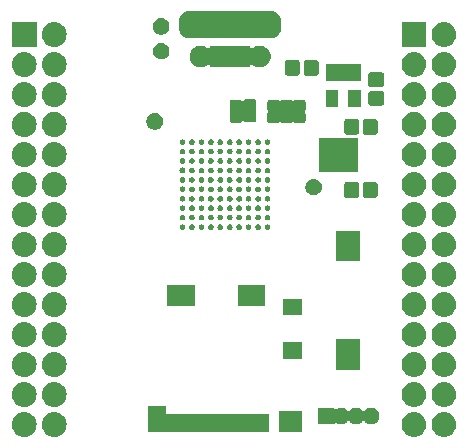
<source format=gbr>
G04 #@! TF.GenerationSoftware,KiCad,Pcbnew,5.0.2-bee76a0~70~ubuntu18.04.1*
G04 #@! TF.CreationDate,2018-12-10T15:17:23+01:00*
G04 #@! TF.ProjectId,sammyultra,73616d6d-7975-46c7-9472-612e6b696361,rev?*
G04 #@! TF.SameCoordinates,Original*
G04 #@! TF.FileFunction,Soldermask,Top*
G04 #@! TF.FilePolarity,Negative*
%FSLAX46Y46*%
G04 Gerber Fmt 4.6, Leading zero omitted, Abs format (unit mm)*
G04 Created by KiCad (PCBNEW 5.0.2-bee76a0~70~ubuntu18.04.1) date 2018-12-10T15:17:23 CET*
%MOMM*%
%LPD*%
G01*
G04 APERTURE LIST*
%ADD10C,0.100000*%
G04 APERTURE END LIST*
D10*
G36*
X80668707Y-114257596D02*
X80745836Y-114265193D01*
X80877787Y-114305220D01*
X80943763Y-114325233D01*
X81126172Y-114422733D01*
X81286054Y-114553946D01*
X81417267Y-114713828D01*
X81514767Y-114896237D01*
X81514767Y-114896238D01*
X81574807Y-115094164D01*
X81595080Y-115300000D01*
X81574807Y-115505836D01*
X81534780Y-115637787D01*
X81514767Y-115703763D01*
X81417267Y-115886172D01*
X81286054Y-116046054D01*
X81126172Y-116177267D01*
X80943763Y-116274767D01*
X80877787Y-116294780D01*
X80745836Y-116334807D01*
X80668707Y-116342404D01*
X80591580Y-116350000D01*
X80488420Y-116350000D01*
X80411293Y-116342404D01*
X80334164Y-116334807D01*
X80202213Y-116294780D01*
X80136237Y-116274767D01*
X79953828Y-116177267D01*
X79793946Y-116046054D01*
X79662733Y-115886172D01*
X79565233Y-115703763D01*
X79545220Y-115637787D01*
X79505193Y-115505836D01*
X79484920Y-115300000D01*
X79505193Y-115094164D01*
X79565233Y-114896238D01*
X79565233Y-114896237D01*
X79662733Y-114713828D01*
X79793946Y-114553946D01*
X79953828Y-114422733D01*
X80136237Y-114325233D01*
X80202213Y-114305220D01*
X80334164Y-114265193D01*
X80411293Y-114257596D01*
X80488420Y-114250000D01*
X80591580Y-114250000D01*
X80668707Y-114257596D01*
X80668707Y-114257596D01*
G37*
G36*
X78128707Y-114257596D02*
X78205836Y-114265193D01*
X78337787Y-114305220D01*
X78403763Y-114325233D01*
X78586172Y-114422733D01*
X78746054Y-114553946D01*
X78877267Y-114713828D01*
X78974767Y-114896237D01*
X78974767Y-114896238D01*
X79034807Y-115094164D01*
X79055080Y-115300000D01*
X79034807Y-115505836D01*
X78994780Y-115637787D01*
X78974767Y-115703763D01*
X78877267Y-115886172D01*
X78746054Y-116046054D01*
X78586172Y-116177267D01*
X78403763Y-116274767D01*
X78337787Y-116294780D01*
X78205836Y-116334807D01*
X78128707Y-116342404D01*
X78051580Y-116350000D01*
X77948420Y-116350000D01*
X77871293Y-116342404D01*
X77794164Y-116334807D01*
X77662213Y-116294780D01*
X77596237Y-116274767D01*
X77413828Y-116177267D01*
X77253946Y-116046054D01*
X77122733Y-115886172D01*
X77025233Y-115703763D01*
X77005220Y-115637787D01*
X76965193Y-115505836D01*
X76944920Y-115300000D01*
X76965193Y-115094164D01*
X77025233Y-114896238D01*
X77025233Y-114896237D01*
X77122733Y-114713828D01*
X77253946Y-114553946D01*
X77413828Y-114422733D01*
X77596237Y-114325233D01*
X77662213Y-114305220D01*
X77794164Y-114265193D01*
X77871293Y-114257596D01*
X77948420Y-114250000D01*
X78051580Y-114250000D01*
X78128707Y-114257596D01*
X78128707Y-114257596D01*
G37*
G36*
X113668707Y-114257596D02*
X113745836Y-114265193D01*
X113877787Y-114305220D01*
X113943763Y-114325233D01*
X114126172Y-114422733D01*
X114286054Y-114553946D01*
X114417267Y-114713828D01*
X114514767Y-114896237D01*
X114514767Y-114896238D01*
X114574807Y-115094164D01*
X114595080Y-115300000D01*
X114574807Y-115505836D01*
X114534780Y-115637787D01*
X114514767Y-115703763D01*
X114417267Y-115886172D01*
X114286054Y-116046054D01*
X114126172Y-116177267D01*
X113943763Y-116274767D01*
X113877787Y-116294780D01*
X113745836Y-116334807D01*
X113668707Y-116342404D01*
X113591580Y-116350000D01*
X113488420Y-116350000D01*
X113411293Y-116342404D01*
X113334164Y-116334807D01*
X113202213Y-116294780D01*
X113136237Y-116274767D01*
X112953828Y-116177267D01*
X112793946Y-116046054D01*
X112662733Y-115886172D01*
X112565233Y-115703763D01*
X112545220Y-115637787D01*
X112505193Y-115505836D01*
X112484920Y-115300000D01*
X112505193Y-115094164D01*
X112565233Y-114896238D01*
X112565233Y-114896237D01*
X112662733Y-114713828D01*
X112793946Y-114553946D01*
X112953828Y-114422733D01*
X113136237Y-114325233D01*
X113202213Y-114305220D01*
X113334164Y-114265193D01*
X113411293Y-114257596D01*
X113488420Y-114250000D01*
X113591580Y-114250000D01*
X113668707Y-114257596D01*
X113668707Y-114257596D01*
G37*
G36*
X111128707Y-114257596D02*
X111205836Y-114265193D01*
X111337787Y-114305220D01*
X111403763Y-114325233D01*
X111586172Y-114422733D01*
X111746054Y-114553946D01*
X111877267Y-114713828D01*
X111974767Y-114896237D01*
X111974767Y-114896238D01*
X112034807Y-115094164D01*
X112055080Y-115300000D01*
X112034807Y-115505836D01*
X111994780Y-115637787D01*
X111974767Y-115703763D01*
X111877267Y-115886172D01*
X111746054Y-116046054D01*
X111586172Y-116177267D01*
X111403763Y-116274767D01*
X111337787Y-116294780D01*
X111205836Y-116334807D01*
X111128707Y-116342404D01*
X111051580Y-116350000D01*
X110948420Y-116350000D01*
X110871293Y-116342404D01*
X110794164Y-116334807D01*
X110662213Y-116294780D01*
X110596237Y-116274767D01*
X110413828Y-116177267D01*
X110253946Y-116046054D01*
X110122733Y-115886172D01*
X110025233Y-115703763D01*
X110005220Y-115637787D01*
X109965193Y-115505836D01*
X109944920Y-115300000D01*
X109965193Y-115094164D01*
X110025233Y-114896238D01*
X110025233Y-114896237D01*
X110122733Y-114713828D01*
X110253946Y-114553946D01*
X110413828Y-114422733D01*
X110596237Y-114325233D01*
X110662213Y-114305220D01*
X110794164Y-114265193D01*
X110871293Y-114257596D01*
X110948420Y-114250000D01*
X111051580Y-114250000D01*
X111128707Y-114257596D01*
X111128707Y-114257596D01*
G37*
G36*
X90030000Y-114325000D02*
X90032402Y-114349386D01*
X90039515Y-114372835D01*
X90051066Y-114394446D01*
X90066612Y-114413388D01*
X90085554Y-114428934D01*
X90107165Y-114440485D01*
X90130614Y-114447598D01*
X90155000Y-114450000D01*
X98730000Y-114450000D01*
X98730000Y-115950000D01*
X88460000Y-115950000D01*
X88460000Y-113750000D01*
X90030000Y-113750000D01*
X90030000Y-114325000D01*
X90030000Y-114325000D01*
G37*
G36*
X101540000Y-115950000D02*
X99590000Y-115950000D01*
X99590000Y-114200000D01*
X101540000Y-114200000D01*
X101540000Y-115950000D01*
X101540000Y-115950000D01*
G37*
G36*
X104250000Y-113902400D02*
X104252402Y-113926786D01*
X104259515Y-113950235D01*
X104271066Y-113971846D01*
X104286612Y-113990788D01*
X104305554Y-114006334D01*
X104327165Y-114017885D01*
X104350614Y-114024998D01*
X104375000Y-114027400D01*
X104399386Y-114024998D01*
X104433924Y-114012640D01*
X104474806Y-113990788D01*
X104550825Y-113950155D01*
X104682776Y-113910128D01*
X104785610Y-113900000D01*
X104854390Y-113900000D01*
X104957224Y-113910128D01*
X105089175Y-113950155D01*
X105210781Y-114015155D01*
X105317370Y-114102630D01*
X105358380Y-114152601D01*
X105375701Y-114169922D01*
X105396076Y-114183536D01*
X105418715Y-114192914D01*
X105442748Y-114197694D01*
X105467252Y-114197694D01*
X105491286Y-114192913D01*
X105513925Y-114183536D01*
X105534299Y-114169922D01*
X105551620Y-114152601D01*
X105592630Y-114102630D01*
X105699219Y-114015155D01*
X105820825Y-113950155D01*
X105952776Y-113910128D01*
X106055610Y-113900000D01*
X106124390Y-113900000D01*
X106227224Y-113910128D01*
X106359175Y-113950155D01*
X106480781Y-114015155D01*
X106587370Y-114102630D01*
X106628380Y-114152601D01*
X106645701Y-114169922D01*
X106666076Y-114183536D01*
X106688715Y-114192914D01*
X106712748Y-114197694D01*
X106737252Y-114197694D01*
X106761286Y-114192913D01*
X106783925Y-114183536D01*
X106804299Y-114169922D01*
X106821620Y-114152601D01*
X106862630Y-114102630D01*
X106969219Y-114015155D01*
X107090825Y-113950155D01*
X107222776Y-113910128D01*
X107325610Y-113900000D01*
X107394390Y-113900000D01*
X107497224Y-113910128D01*
X107629175Y-113950155D01*
X107750781Y-114015155D01*
X107857370Y-114102630D01*
X107944845Y-114209219D01*
X108009845Y-114330825D01*
X108049872Y-114462776D01*
X108063387Y-114600000D01*
X108049872Y-114737224D01*
X108009845Y-114869175D01*
X107944845Y-114990781D01*
X107857370Y-115097370D01*
X107750781Y-115184845D01*
X107629175Y-115249845D01*
X107497224Y-115289872D01*
X107394390Y-115300000D01*
X107325610Y-115300000D01*
X107222776Y-115289872D01*
X107090825Y-115249845D01*
X106969219Y-115184845D01*
X106862630Y-115097370D01*
X106821620Y-115047399D01*
X106804299Y-115030078D01*
X106783924Y-115016464D01*
X106761285Y-115007086D01*
X106737252Y-115002306D01*
X106712748Y-115002306D01*
X106688714Y-115007087D01*
X106666075Y-115016464D01*
X106645701Y-115030078D01*
X106628380Y-115047399D01*
X106587370Y-115097370D01*
X106480781Y-115184845D01*
X106359175Y-115249845D01*
X106227224Y-115289872D01*
X106124390Y-115300000D01*
X106055610Y-115300000D01*
X105952776Y-115289872D01*
X105820825Y-115249845D01*
X105699219Y-115184845D01*
X105592630Y-115097370D01*
X105551620Y-115047399D01*
X105534299Y-115030078D01*
X105513924Y-115016464D01*
X105491285Y-115007086D01*
X105467252Y-115002306D01*
X105442748Y-115002306D01*
X105418714Y-115007087D01*
X105396075Y-115016464D01*
X105375701Y-115030078D01*
X105358380Y-115047399D01*
X105317370Y-115097370D01*
X105210781Y-115184845D01*
X105089175Y-115249845D01*
X104957224Y-115289872D01*
X104854390Y-115300000D01*
X104785610Y-115300000D01*
X104682776Y-115289872D01*
X104550825Y-115249845D01*
X104433925Y-115187360D01*
X104411285Y-115177982D01*
X104387252Y-115173202D01*
X104362747Y-115173202D01*
X104338714Y-115177983D01*
X104316075Y-115187360D01*
X104295700Y-115200974D01*
X104278373Y-115218301D01*
X104264760Y-115238676D01*
X104255382Y-115261315D01*
X104250000Y-115297600D01*
X104250000Y-115300000D01*
X102850000Y-115300000D01*
X102850000Y-113900000D01*
X104250000Y-113900000D01*
X104250000Y-113902400D01*
X104250000Y-113902400D01*
G37*
G36*
X80668707Y-111717596D02*
X80745836Y-111725193D01*
X80877787Y-111765220D01*
X80943763Y-111785233D01*
X81126172Y-111882733D01*
X81286054Y-112013946D01*
X81417267Y-112173828D01*
X81514767Y-112356237D01*
X81514767Y-112356238D01*
X81574807Y-112554164D01*
X81595080Y-112760000D01*
X81574807Y-112965836D01*
X81534780Y-113097787D01*
X81514767Y-113163763D01*
X81417267Y-113346172D01*
X81286054Y-113506054D01*
X81126172Y-113637267D01*
X80943763Y-113734767D01*
X80877787Y-113754780D01*
X80745836Y-113794807D01*
X80668707Y-113802403D01*
X80591580Y-113810000D01*
X80488420Y-113810000D01*
X80411293Y-113802403D01*
X80334164Y-113794807D01*
X80202213Y-113754780D01*
X80136237Y-113734767D01*
X79953828Y-113637267D01*
X79793946Y-113506054D01*
X79662733Y-113346172D01*
X79565233Y-113163763D01*
X79545220Y-113097787D01*
X79505193Y-112965836D01*
X79484920Y-112760000D01*
X79505193Y-112554164D01*
X79565233Y-112356238D01*
X79565233Y-112356237D01*
X79662733Y-112173828D01*
X79793946Y-112013946D01*
X79953828Y-111882733D01*
X80136237Y-111785233D01*
X80202213Y-111765220D01*
X80334164Y-111725193D01*
X80411293Y-111717596D01*
X80488420Y-111710000D01*
X80591580Y-111710000D01*
X80668707Y-111717596D01*
X80668707Y-111717596D01*
G37*
G36*
X78128707Y-111717596D02*
X78205836Y-111725193D01*
X78337787Y-111765220D01*
X78403763Y-111785233D01*
X78586172Y-111882733D01*
X78746054Y-112013946D01*
X78877267Y-112173828D01*
X78974767Y-112356237D01*
X78974767Y-112356238D01*
X79034807Y-112554164D01*
X79055080Y-112760000D01*
X79034807Y-112965836D01*
X78994780Y-113097787D01*
X78974767Y-113163763D01*
X78877267Y-113346172D01*
X78746054Y-113506054D01*
X78586172Y-113637267D01*
X78403763Y-113734767D01*
X78337787Y-113754780D01*
X78205836Y-113794807D01*
X78128707Y-113802403D01*
X78051580Y-113810000D01*
X77948420Y-113810000D01*
X77871293Y-113802403D01*
X77794164Y-113794807D01*
X77662213Y-113754780D01*
X77596237Y-113734767D01*
X77413828Y-113637267D01*
X77253946Y-113506054D01*
X77122733Y-113346172D01*
X77025233Y-113163763D01*
X77005220Y-113097787D01*
X76965193Y-112965836D01*
X76944920Y-112760000D01*
X76965193Y-112554164D01*
X77025233Y-112356238D01*
X77025233Y-112356237D01*
X77122733Y-112173828D01*
X77253946Y-112013946D01*
X77413828Y-111882733D01*
X77596237Y-111785233D01*
X77662213Y-111765220D01*
X77794164Y-111725193D01*
X77871293Y-111717596D01*
X77948420Y-111710000D01*
X78051580Y-111710000D01*
X78128707Y-111717596D01*
X78128707Y-111717596D01*
G37*
G36*
X111128707Y-111717596D02*
X111205836Y-111725193D01*
X111337787Y-111765220D01*
X111403763Y-111785233D01*
X111586172Y-111882733D01*
X111746054Y-112013946D01*
X111877267Y-112173828D01*
X111974767Y-112356237D01*
X111974767Y-112356238D01*
X112034807Y-112554164D01*
X112055080Y-112760000D01*
X112034807Y-112965836D01*
X111994780Y-113097787D01*
X111974767Y-113163763D01*
X111877267Y-113346172D01*
X111746054Y-113506054D01*
X111586172Y-113637267D01*
X111403763Y-113734767D01*
X111337787Y-113754780D01*
X111205836Y-113794807D01*
X111128707Y-113802403D01*
X111051580Y-113810000D01*
X110948420Y-113810000D01*
X110871293Y-113802403D01*
X110794164Y-113794807D01*
X110662213Y-113754780D01*
X110596237Y-113734767D01*
X110413828Y-113637267D01*
X110253946Y-113506054D01*
X110122733Y-113346172D01*
X110025233Y-113163763D01*
X110005220Y-113097787D01*
X109965193Y-112965836D01*
X109944920Y-112760000D01*
X109965193Y-112554164D01*
X110025233Y-112356238D01*
X110025233Y-112356237D01*
X110122733Y-112173828D01*
X110253946Y-112013946D01*
X110413828Y-111882733D01*
X110596237Y-111785233D01*
X110662213Y-111765220D01*
X110794164Y-111725193D01*
X110871293Y-111717596D01*
X110948420Y-111710000D01*
X111051580Y-111710000D01*
X111128707Y-111717596D01*
X111128707Y-111717596D01*
G37*
G36*
X113668707Y-111717596D02*
X113745836Y-111725193D01*
X113877787Y-111765220D01*
X113943763Y-111785233D01*
X114126172Y-111882733D01*
X114286054Y-112013946D01*
X114417267Y-112173828D01*
X114514767Y-112356237D01*
X114514767Y-112356238D01*
X114574807Y-112554164D01*
X114595080Y-112760000D01*
X114574807Y-112965836D01*
X114534780Y-113097787D01*
X114514767Y-113163763D01*
X114417267Y-113346172D01*
X114286054Y-113506054D01*
X114126172Y-113637267D01*
X113943763Y-113734767D01*
X113877787Y-113754780D01*
X113745836Y-113794807D01*
X113668707Y-113802403D01*
X113591580Y-113810000D01*
X113488420Y-113810000D01*
X113411293Y-113802403D01*
X113334164Y-113794807D01*
X113202213Y-113754780D01*
X113136237Y-113734767D01*
X112953828Y-113637267D01*
X112793946Y-113506054D01*
X112662733Y-113346172D01*
X112565233Y-113163763D01*
X112545220Y-113097787D01*
X112505193Y-112965836D01*
X112484920Y-112760000D01*
X112505193Y-112554164D01*
X112565233Y-112356238D01*
X112565233Y-112356237D01*
X112662733Y-112173828D01*
X112793946Y-112013946D01*
X112953828Y-111882733D01*
X113136237Y-111785233D01*
X113202213Y-111765220D01*
X113334164Y-111725193D01*
X113411293Y-111717596D01*
X113488420Y-111710000D01*
X113591580Y-111710000D01*
X113668707Y-111717596D01*
X113668707Y-111717596D01*
G37*
G36*
X113668707Y-109177597D02*
X113745836Y-109185193D01*
X113877787Y-109225220D01*
X113943763Y-109245233D01*
X114126172Y-109342733D01*
X114286054Y-109473946D01*
X114417267Y-109633828D01*
X114514767Y-109816237D01*
X114514767Y-109816238D01*
X114574807Y-110014164D01*
X114595080Y-110220000D01*
X114574807Y-110425836D01*
X114534780Y-110557787D01*
X114514767Y-110623763D01*
X114417267Y-110806172D01*
X114286054Y-110966054D01*
X114126172Y-111097267D01*
X113943763Y-111194767D01*
X113877787Y-111214780D01*
X113745836Y-111254807D01*
X113668707Y-111262403D01*
X113591580Y-111270000D01*
X113488420Y-111270000D01*
X113411293Y-111262403D01*
X113334164Y-111254807D01*
X113202213Y-111214780D01*
X113136237Y-111194767D01*
X112953828Y-111097267D01*
X112793946Y-110966054D01*
X112662733Y-110806172D01*
X112565233Y-110623763D01*
X112545220Y-110557787D01*
X112505193Y-110425836D01*
X112484920Y-110220000D01*
X112505193Y-110014164D01*
X112565233Y-109816238D01*
X112565233Y-109816237D01*
X112662733Y-109633828D01*
X112793946Y-109473946D01*
X112953828Y-109342733D01*
X113136237Y-109245233D01*
X113202213Y-109225220D01*
X113334164Y-109185193D01*
X113411293Y-109177597D01*
X113488420Y-109170000D01*
X113591580Y-109170000D01*
X113668707Y-109177597D01*
X113668707Y-109177597D01*
G37*
G36*
X111128707Y-109177597D02*
X111205836Y-109185193D01*
X111337787Y-109225220D01*
X111403763Y-109245233D01*
X111586172Y-109342733D01*
X111746054Y-109473946D01*
X111877267Y-109633828D01*
X111974767Y-109816237D01*
X111974767Y-109816238D01*
X112034807Y-110014164D01*
X112055080Y-110220000D01*
X112034807Y-110425836D01*
X111994780Y-110557787D01*
X111974767Y-110623763D01*
X111877267Y-110806172D01*
X111746054Y-110966054D01*
X111586172Y-111097267D01*
X111403763Y-111194767D01*
X111337787Y-111214780D01*
X111205836Y-111254807D01*
X111128707Y-111262403D01*
X111051580Y-111270000D01*
X110948420Y-111270000D01*
X110871293Y-111262403D01*
X110794164Y-111254807D01*
X110662213Y-111214780D01*
X110596237Y-111194767D01*
X110413828Y-111097267D01*
X110253946Y-110966054D01*
X110122733Y-110806172D01*
X110025233Y-110623763D01*
X110005220Y-110557787D01*
X109965193Y-110425836D01*
X109944920Y-110220000D01*
X109965193Y-110014164D01*
X110025233Y-109816238D01*
X110025233Y-109816237D01*
X110122733Y-109633828D01*
X110253946Y-109473946D01*
X110413828Y-109342733D01*
X110596237Y-109245233D01*
X110662213Y-109225220D01*
X110794164Y-109185193D01*
X110871293Y-109177597D01*
X110948420Y-109170000D01*
X111051580Y-109170000D01*
X111128707Y-109177597D01*
X111128707Y-109177597D01*
G37*
G36*
X80668707Y-109177597D02*
X80745836Y-109185193D01*
X80877787Y-109225220D01*
X80943763Y-109245233D01*
X81126172Y-109342733D01*
X81286054Y-109473946D01*
X81417267Y-109633828D01*
X81514767Y-109816237D01*
X81514767Y-109816238D01*
X81574807Y-110014164D01*
X81595080Y-110220000D01*
X81574807Y-110425836D01*
X81534780Y-110557787D01*
X81514767Y-110623763D01*
X81417267Y-110806172D01*
X81286054Y-110966054D01*
X81126172Y-111097267D01*
X80943763Y-111194767D01*
X80877787Y-111214780D01*
X80745836Y-111254807D01*
X80668707Y-111262403D01*
X80591580Y-111270000D01*
X80488420Y-111270000D01*
X80411293Y-111262403D01*
X80334164Y-111254807D01*
X80202213Y-111214780D01*
X80136237Y-111194767D01*
X79953828Y-111097267D01*
X79793946Y-110966054D01*
X79662733Y-110806172D01*
X79565233Y-110623763D01*
X79545220Y-110557787D01*
X79505193Y-110425836D01*
X79484920Y-110220000D01*
X79505193Y-110014164D01*
X79565233Y-109816238D01*
X79565233Y-109816237D01*
X79662733Y-109633828D01*
X79793946Y-109473946D01*
X79953828Y-109342733D01*
X80136237Y-109245233D01*
X80202213Y-109225220D01*
X80334164Y-109185193D01*
X80411293Y-109177597D01*
X80488420Y-109170000D01*
X80591580Y-109170000D01*
X80668707Y-109177597D01*
X80668707Y-109177597D01*
G37*
G36*
X78128707Y-109177597D02*
X78205836Y-109185193D01*
X78337787Y-109225220D01*
X78403763Y-109245233D01*
X78586172Y-109342733D01*
X78746054Y-109473946D01*
X78877267Y-109633828D01*
X78974767Y-109816237D01*
X78974767Y-109816238D01*
X79034807Y-110014164D01*
X79055080Y-110220000D01*
X79034807Y-110425836D01*
X78994780Y-110557787D01*
X78974767Y-110623763D01*
X78877267Y-110806172D01*
X78746054Y-110966054D01*
X78586172Y-111097267D01*
X78403763Y-111194767D01*
X78337787Y-111214780D01*
X78205836Y-111254807D01*
X78128707Y-111262403D01*
X78051580Y-111270000D01*
X77948420Y-111270000D01*
X77871293Y-111262403D01*
X77794164Y-111254807D01*
X77662213Y-111214780D01*
X77596237Y-111194767D01*
X77413828Y-111097267D01*
X77253946Y-110966054D01*
X77122733Y-110806172D01*
X77025233Y-110623763D01*
X77005220Y-110557787D01*
X76965193Y-110425836D01*
X76944920Y-110220000D01*
X76965193Y-110014164D01*
X77025233Y-109816238D01*
X77025233Y-109816237D01*
X77122733Y-109633828D01*
X77253946Y-109473946D01*
X77413828Y-109342733D01*
X77596237Y-109245233D01*
X77662213Y-109225220D01*
X77794164Y-109185193D01*
X77871293Y-109177597D01*
X77948420Y-109170000D01*
X78051580Y-109170000D01*
X78128707Y-109177597D01*
X78128707Y-109177597D01*
G37*
G36*
X106400000Y-110680000D02*
X104400000Y-110680000D01*
X104400000Y-108100000D01*
X106400000Y-108100000D01*
X106400000Y-110680000D01*
X106400000Y-110680000D01*
G37*
G36*
X101540000Y-109750000D02*
X99940000Y-109750000D01*
X99940000Y-108350000D01*
X101540000Y-108350000D01*
X101540000Y-109750000D01*
X101540000Y-109750000D01*
G37*
G36*
X78128707Y-106637596D02*
X78205836Y-106645193D01*
X78337787Y-106685220D01*
X78403763Y-106705233D01*
X78586172Y-106802733D01*
X78746054Y-106933946D01*
X78877267Y-107093828D01*
X78974767Y-107276237D01*
X78974767Y-107276238D01*
X79034807Y-107474164D01*
X79055080Y-107680000D01*
X79034807Y-107885836D01*
X78994780Y-108017787D01*
X78974767Y-108083763D01*
X78877267Y-108266172D01*
X78746054Y-108426054D01*
X78586172Y-108557267D01*
X78403763Y-108654767D01*
X78337787Y-108674780D01*
X78205836Y-108714807D01*
X78128707Y-108722404D01*
X78051580Y-108730000D01*
X77948420Y-108730000D01*
X77871293Y-108722404D01*
X77794164Y-108714807D01*
X77662213Y-108674780D01*
X77596237Y-108654767D01*
X77413828Y-108557267D01*
X77253946Y-108426054D01*
X77122733Y-108266172D01*
X77025233Y-108083763D01*
X77005220Y-108017787D01*
X76965193Y-107885836D01*
X76944920Y-107680000D01*
X76965193Y-107474164D01*
X77025233Y-107276238D01*
X77025233Y-107276237D01*
X77122733Y-107093828D01*
X77253946Y-106933946D01*
X77413828Y-106802733D01*
X77596237Y-106705233D01*
X77662213Y-106685220D01*
X77794164Y-106645193D01*
X77871293Y-106637596D01*
X77948420Y-106630000D01*
X78051580Y-106630000D01*
X78128707Y-106637596D01*
X78128707Y-106637596D01*
G37*
G36*
X111128707Y-106637596D02*
X111205836Y-106645193D01*
X111337787Y-106685220D01*
X111403763Y-106705233D01*
X111586172Y-106802733D01*
X111746054Y-106933946D01*
X111877267Y-107093828D01*
X111974767Y-107276237D01*
X111974767Y-107276238D01*
X112034807Y-107474164D01*
X112055080Y-107680000D01*
X112034807Y-107885836D01*
X111994780Y-108017787D01*
X111974767Y-108083763D01*
X111877267Y-108266172D01*
X111746054Y-108426054D01*
X111586172Y-108557267D01*
X111403763Y-108654767D01*
X111337787Y-108674780D01*
X111205836Y-108714807D01*
X111128707Y-108722404D01*
X111051580Y-108730000D01*
X110948420Y-108730000D01*
X110871293Y-108722404D01*
X110794164Y-108714807D01*
X110662213Y-108674780D01*
X110596237Y-108654767D01*
X110413828Y-108557267D01*
X110253946Y-108426054D01*
X110122733Y-108266172D01*
X110025233Y-108083763D01*
X110005220Y-108017787D01*
X109965193Y-107885836D01*
X109944920Y-107680000D01*
X109965193Y-107474164D01*
X110025233Y-107276238D01*
X110025233Y-107276237D01*
X110122733Y-107093828D01*
X110253946Y-106933946D01*
X110413828Y-106802733D01*
X110596237Y-106705233D01*
X110662213Y-106685220D01*
X110794164Y-106645193D01*
X110871293Y-106637596D01*
X110948420Y-106630000D01*
X111051580Y-106630000D01*
X111128707Y-106637596D01*
X111128707Y-106637596D01*
G37*
G36*
X80668707Y-106637596D02*
X80745836Y-106645193D01*
X80877787Y-106685220D01*
X80943763Y-106705233D01*
X81126172Y-106802733D01*
X81286054Y-106933946D01*
X81417267Y-107093828D01*
X81514767Y-107276237D01*
X81514767Y-107276238D01*
X81574807Y-107474164D01*
X81595080Y-107680000D01*
X81574807Y-107885836D01*
X81534780Y-108017787D01*
X81514767Y-108083763D01*
X81417267Y-108266172D01*
X81286054Y-108426054D01*
X81126172Y-108557267D01*
X80943763Y-108654767D01*
X80877787Y-108674780D01*
X80745836Y-108714807D01*
X80668707Y-108722404D01*
X80591580Y-108730000D01*
X80488420Y-108730000D01*
X80411293Y-108722404D01*
X80334164Y-108714807D01*
X80202213Y-108674780D01*
X80136237Y-108654767D01*
X79953828Y-108557267D01*
X79793946Y-108426054D01*
X79662733Y-108266172D01*
X79565233Y-108083763D01*
X79545220Y-108017787D01*
X79505193Y-107885836D01*
X79484920Y-107680000D01*
X79505193Y-107474164D01*
X79565233Y-107276238D01*
X79565233Y-107276237D01*
X79662733Y-107093828D01*
X79793946Y-106933946D01*
X79953828Y-106802733D01*
X80136237Y-106705233D01*
X80202213Y-106685220D01*
X80334164Y-106645193D01*
X80411293Y-106637596D01*
X80488420Y-106630000D01*
X80591580Y-106630000D01*
X80668707Y-106637596D01*
X80668707Y-106637596D01*
G37*
G36*
X113668707Y-106637596D02*
X113745836Y-106645193D01*
X113877787Y-106685220D01*
X113943763Y-106705233D01*
X114126172Y-106802733D01*
X114286054Y-106933946D01*
X114417267Y-107093828D01*
X114514767Y-107276237D01*
X114514767Y-107276238D01*
X114574807Y-107474164D01*
X114595080Y-107680000D01*
X114574807Y-107885836D01*
X114534780Y-108017787D01*
X114514767Y-108083763D01*
X114417267Y-108266172D01*
X114286054Y-108426054D01*
X114126172Y-108557267D01*
X113943763Y-108654767D01*
X113877787Y-108674780D01*
X113745836Y-108714807D01*
X113668707Y-108722404D01*
X113591580Y-108730000D01*
X113488420Y-108730000D01*
X113411293Y-108722404D01*
X113334164Y-108714807D01*
X113202213Y-108674780D01*
X113136237Y-108654767D01*
X112953828Y-108557267D01*
X112793946Y-108426054D01*
X112662733Y-108266172D01*
X112565233Y-108083763D01*
X112545220Y-108017787D01*
X112505193Y-107885836D01*
X112484920Y-107680000D01*
X112505193Y-107474164D01*
X112565233Y-107276238D01*
X112565233Y-107276237D01*
X112662733Y-107093828D01*
X112793946Y-106933946D01*
X112953828Y-106802733D01*
X113136237Y-106705233D01*
X113202213Y-106685220D01*
X113334164Y-106645193D01*
X113411293Y-106637596D01*
X113488420Y-106630000D01*
X113591580Y-106630000D01*
X113668707Y-106637596D01*
X113668707Y-106637596D01*
G37*
G36*
X111128707Y-104097597D02*
X111205836Y-104105193D01*
X111337787Y-104145220D01*
X111403763Y-104165233D01*
X111586172Y-104262733D01*
X111746054Y-104393946D01*
X111877267Y-104553828D01*
X111974767Y-104736237D01*
X111974767Y-104736238D01*
X112034807Y-104934164D01*
X112055080Y-105140000D01*
X112034807Y-105345836D01*
X111994780Y-105477787D01*
X111974767Y-105543763D01*
X111877267Y-105726172D01*
X111746054Y-105886054D01*
X111586172Y-106017267D01*
X111403763Y-106114767D01*
X111337787Y-106134780D01*
X111205836Y-106174807D01*
X111128707Y-106182404D01*
X111051580Y-106190000D01*
X110948420Y-106190000D01*
X110871293Y-106182404D01*
X110794164Y-106174807D01*
X110662213Y-106134780D01*
X110596237Y-106114767D01*
X110413828Y-106017267D01*
X110253946Y-105886054D01*
X110122733Y-105726172D01*
X110025233Y-105543763D01*
X110005220Y-105477787D01*
X109965193Y-105345836D01*
X109944920Y-105140000D01*
X109965193Y-104934164D01*
X110025233Y-104736238D01*
X110025233Y-104736237D01*
X110122733Y-104553828D01*
X110253946Y-104393946D01*
X110413828Y-104262733D01*
X110596237Y-104165233D01*
X110662213Y-104145220D01*
X110794164Y-104105193D01*
X110871293Y-104097597D01*
X110948420Y-104090000D01*
X111051580Y-104090000D01*
X111128707Y-104097597D01*
X111128707Y-104097597D01*
G37*
G36*
X113668707Y-104097597D02*
X113745836Y-104105193D01*
X113877787Y-104145220D01*
X113943763Y-104165233D01*
X114126172Y-104262733D01*
X114286054Y-104393946D01*
X114417267Y-104553828D01*
X114514767Y-104736237D01*
X114514767Y-104736238D01*
X114574807Y-104934164D01*
X114595080Y-105140000D01*
X114574807Y-105345836D01*
X114534780Y-105477787D01*
X114514767Y-105543763D01*
X114417267Y-105726172D01*
X114286054Y-105886054D01*
X114126172Y-106017267D01*
X113943763Y-106114767D01*
X113877787Y-106134780D01*
X113745836Y-106174807D01*
X113668707Y-106182404D01*
X113591580Y-106190000D01*
X113488420Y-106190000D01*
X113411293Y-106182404D01*
X113334164Y-106174807D01*
X113202213Y-106134780D01*
X113136237Y-106114767D01*
X112953828Y-106017267D01*
X112793946Y-105886054D01*
X112662733Y-105726172D01*
X112565233Y-105543763D01*
X112545220Y-105477787D01*
X112505193Y-105345836D01*
X112484920Y-105140000D01*
X112505193Y-104934164D01*
X112565233Y-104736238D01*
X112565233Y-104736237D01*
X112662733Y-104553828D01*
X112793946Y-104393946D01*
X112953828Y-104262733D01*
X113136237Y-104165233D01*
X113202213Y-104145220D01*
X113334164Y-104105193D01*
X113411293Y-104097597D01*
X113488420Y-104090000D01*
X113591580Y-104090000D01*
X113668707Y-104097597D01*
X113668707Y-104097597D01*
G37*
G36*
X80668707Y-104097597D02*
X80745836Y-104105193D01*
X80877787Y-104145220D01*
X80943763Y-104165233D01*
X81126172Y-104262733D01*
X81286054Y-104393946D01*
X81417267Y-104553828D01*
X81514767Y-104736237D01*
X81514767Y-104736238D01*
X81574807Y-104934164D01*
X81595080Y-105140000D01*
X81574807Y-105345836D01*
X81534780Y-105477787D01*
X81514767Y-105543763D01*
X81417267Y-105726172D01*
X81286054Y-105886054D01*
X81126172Y-106017267D01*
X80943763Y-106114767D01*
X80877787Y-106134780D01*
X80745836Y-106174807D01*
X80668707Y-106182404D01*
X80591580Y-106190000D01*
X80488420Y-106190000D01*
X80411293Y-106182404D01*
X80334164Y-106174807D01*
X80202213Y-106134780D01*
X80136237Y-106114767D01*
X79953828Y-106017267D01*
X79793946Y-105886054D01*
X79662733Y-105726172D01*
X79565233Y-105543763D01*
X79545220Y-105477787D01*
X79505193Y-105345836D01*
X79484920Y-105140000D01*
X79505193Y-104934164D01*
X79565233Y-104736238D01*
X79565233Y-104736237D01*
X79662733Y-104553828D01*
X79793946Y-104393946D01*
X79953828Y-104262733D01*
X80136237Y-104165233D01*
X80202213Y-104145220D01*
X80334164Y-104105193D01*
X80411293Y-104097597D01*
X80488420Y-104090000D01*
X80591580Y-104090000D01*
X80668707Y-104097597D01*
X80668707Y-104097597D01*
G37*
G36*
X78128707Y-104097597D02*
X78205836Y-104105193D01*
X78337787Y-104145220D01*
X78403763Y-104165233D01*
X78586172Y-104262733D01*
X78746054Y-104393946D01*
X78877267Y-104553828D01*
X78974767Y-104736237D01*
X78974767Y-104736238D01*
X79034807Y-104934164D01*
X79055080Y-105140000D01*
X79034807Y-105345836D01*
X78994780Y-105477787D01*
X78974767Y-105543763D01*
X78877267Y-105726172D01*
X78746054Y-105886054D01*
X78586172Y-106017267D01*
X78403763Y-106114767D01*
X78337787Y-106134780D01*
X78205836Y-106174807D01*
X78128707Y-106182404D01*
X78051580Y-106190000D01*
X77948420Y-106190000D01*
X77871293Y-106182404D01*
X77794164Y-106174807D01*
X77662213Y-106134780D01*
X77596237Y-106114767D01*
X77413828Y-106017267D01*
X77253946Y-105886054D01*
X77122733Y-105726172D01*
X77025233Y-105543763D01*
X77005220Y-105477787D01*
X76965193Y-105345836D01*
X76944920Y-105140000D01*
X76965193Y-104934164D01*
X77025233Y-104736238D01*
X77025233Y-104736237D01*
X77122733Y-104553828D01*
X77253946Y-104393946D01*
X77413828Y-104262733D01*
X77596237Y-104165233D01*
X77662213Y-104145220D01*
X77794164Y-104105193D01*
X77871293Y-104097597D01*
X77948420Y-104090000D01*
X78051580Y-104090000D01*
X78128707Y-104097597D01*
X78128707Y-104097597D01*
G37*
G36*
X101540000Y-106050000D02*
X99940000Y-106050000D01*
X99940000Y-104650000D01*
X101540000Y-104650000D01*
X101540000Y-106050000D01*
X101540000Y-106050000D01*
G37*
G36*
X92420000Y-105250000D02*
X90120000Y-105250000D01*
X90120000Y-103500000D01*
X92420000Y-103500000D01*
X92420000Y-105250000D01*
X92420000Y-105250000D01*
G37*
G36*
X98390000Y-105250000D02*
X96090000Y-105250000D01*
X96090000Y-103500000D01*
X98390000Y-103500000D01*
X98390000Y-105250000D01*
X98390000Y-105250000D01*
G37*
G36*
X111128707Y-101557596D02*
X111205836Y-101565193D01*
X111337787Y-101605220D01*
X111403763Y-101625233D01*
X111586172Y-101722733D01*
X111746054Y-101853946D01*
X111877267Y-102013828D01*
X111974767Y-102196237D01*
X111974767Y-102196238D01*
X112034807Y-102394164D01*
X112055080Y-102600000D01*
X112034807Y-102805836D01*
X111994780Y-102937787D01*
X111974767Y-103003763D01*
X111877267Y-103186172D01*
X111746054Y-103346054D01*
X111586172Y-103477267D01*
X111403763Y-103574767D01*
X111337787Y-103594780D01*
X111205836Y-103634807D01*
X111128707Y-103642404D01*
X111051580Y-103650000D01*
X110948420Y-103650000D01*
X110871293Y-103642404D01*
X110794164Y-103634807D01*
X110662213Y-103594780D01*
X110596237Y-103574767D01*
X110413828Y-103477267D01*
X110253946Y-103346054D01*
X110122733Y-103186172D01*
X110025233Y-103003763D01*
X110005220Y-102937787D01*
X109965193Y-102805836D01*
X109944920Y-102600000D01*
X109965193Y-102394164D01*
X110025233Y-102196238D01*
X110025233Y-102196237D01*
X110122733Y-102013828D01*
X110253946Y-101853946D01*
X110413828Y-101722733D01*
X110596237Y-101625233D01*
X110662213Y-101605220D01*
X110794164Y-101565193D01*
X110871293Y-101557596D01*
X110948420Y-101550000D01*
X111051580Y-101550000D01*
X111128707Y-101557596D01*
X111128707Y-101557596D01*
G37*
G36*
X80668707Y-101557596D02*
X80745836Y-101565193D01*
X80877787Y-101605220D01*
X80943763Y-101625233D01*
X81126172Y-101722733D01*
X81286054Y-101853946D01*
X81417267Y-102013828D01*
X81514767Y-102196237D01*
X81514767Y-102196238D01*
X81574807Y-102394164D01*
X81595080Y-102600000D01*
X81574807Y-102805836D01*
X81534780Y-102937787D01*
X81514767Y-103003763D01*
X81417267Y-103186172D01*
X81286054Y-103346054D01*
X81126172Y-103477267D01*
X80943763Y-103574767D01*
X80877787Y-103594780D01*
X80745836Y-103634807D01*
X80668707Y-103642404D01*
X80591580Y-103650000D01*
X80488420Y-103650000D01*
X80411293Y-103642404D01*
X80334164Y-103634807D01*
X80202213Y-103594780D01*
X80136237Y-103574767D01*
X79953828Y-103477267D01*
X79793946Y-103346054D01*
X79662733Y-103186172D01*
X79565233Y-103003763D01*
X79545220Y-102937787D01*
X79505193Y-102805836D01*
X79484920Y-102600000D01*
X79505193Y-102394164D01*
X79565233Y-102196238D01*
X79565233Y-102196237D01*
X79662733Y-102013828D01*
X79793946Y-101853946D01*
X79953828Y-101722733D01*
X80136237Y-101625233D01*
X80202213Y-101605220D01*
X80334164Y-101565193D01*
X80411293Y-101557596D01*
X80488420Y-101550000D01*
X80591580Y-101550000D01*
X80668707Y-101557596D01*
X80668707Y-101557596D01*
G37*
G36*
X78128707Y-101557596D02*
X78205836Y-101565193D01*
X78337787Y-101605220D01*
X78403763Y-101625233D01*
X78586172Y-101722733D01*
X78746054Y-101853946D01*
X78877267Y-102013828D01*
X78974767Y-102196237D01*
X78974767Y-102196238D01*
X79034807Y-102394164D01*
X79055080Y-102600000D01*
X79034807Y-102805836D01*
X78994780Y-102937787D01*
X78974767Y-103003763D01*
X78877267Y-103186172D01*
X78746054Y-103346054D01*
X78586172Y-103477267D01*
X78403763Y-103574767D01*
X78337787Y-103594780D01*
X78205836Y-103634807D01*
X78128707Y-103642404D01*
X78051580Y-103650000D01*
X77948420Y-103650000D01*
X77871293Y-103642404D01*
X77794164Y-103634807D01*
X77662213Y-103594780D01*
X77596237Y-103574767D01*
X77413828Y-103477267D01*
X77253946Y-103346054D01*
X77122733Y-103186172D01*
X77025233Y-103003763D01*
X77005220Y-102937787D01*
X76965193Y-102805836D01*
X76944920Y-102600000D01*
X76965193Y-102394164D01*
X77025233Y-102196238D01*
X77025233Y-102196237D01*
X77122733Y-102013828D01*
X77253946Y-101853946D01*
X77413828Y-101722733D01*
X77596237Y-101625233D01*
X77662213Y-101605220D01*
X77794164Y-101565193D01*
X77871293Y-101557596D01*
X77948420Y-101550000D01*
X78051580Y-101550000D01*
X78128707Y-101557596D01*
X78128707Y-101557596D01*
G37*
G36*
X113668707Y-101557596D02*
X113745836Y-101565193D01*
X113877787Y-101605220D01*
X113943763Y-101625233D01*
X114126172Y-101722733D01*
X114286054Y-101853946D01*
X114417267Y-102013828D01*
X114514767Y-102196237D01*
X114514767Y-102196238D01*
X114574807Y-102394164D01*
X114595080Y-102600000D01*
X114574807Y-102805836D01*
X114534780Y-102937787D01*
X114514767Y-103003763D01*
X114417267Y-103186172D01*
X114286054Y-103346054D01*
X114126172Y-103477267D01*
X113943763Y-103574767D01*
X113877787Y-103594780D01*
X113745836Y-103634807D01*
X113668707Y-103642404D01*
X113591580Y-103650000D01*
X113488420Y-103650000D01*
X113411293Y-103642404D01*
X113334164Y-103634807D01*
X113202213Y-103594780D01*
X113136237Y-103574767D01*
X112953828Y-103477267D01*
X112793946Y-103346054D01*
X112662733Y-103186172D01*
X112565233Y-103003763D01*
X112545220Y-102937787D01*
X112505193Y-102805836D01*
X112484920Y-102600000D01*
X112505193Y-102394164D01*
X112565233Y-102196238D01*
X112565233Y-102196237D01*
X112662733Y-102013828D01*
X112793946Y-101853946D01*
X112953828Y-101722733D01*
X113136237Y-101625233D01*
X113202213Y-101605220D01*
X113334164Y-101565193D01*
X113411293Y-101557596D01*
X113488420Y-101550000D01*
X113591580Y-101550000D01*
X113668707Y-101557596D01*
X113668707Y-101557596D01*
G37*
G36*
X106400000Y-101500000D02*
X104400000Y-101500000D01*
X104400000Y-98920000D01*
X106400000Y-98920000D01*
X106400000Y-101500000D01*
X106400000Y-101500000D01*
G37*
G36*
X113668707Y-99017596D02*
X113745836Y-99025193D01*
X113877787Y-99065220D01*
X113943763Y-99085233D01*
X114126172Y-99182733D01*
X114286054Y-99313946D01*
X114417267Y-99473828D01*
X114514767Y-99656237D01*
X114514767Y-99656238D01*
X114574807Y-99854164D01*
X114595080Y-100060000D01*
X114574807Y-100265836D01*
X114534780Y-100397787D01*
X114514767Y-100463763D01*
X114417267Y-100646172D01*
X114286054Y-100806054D01*
X114126172Y-100937267D01*
X113943763Y-101034767D01*
X113877787Y-101054780D01*
X113745836Y-101094807D01*
X113668707Y-101102404D01*
X113591580Y-101110000D01*
X113488420Y-101110000D01*
X113411293Y-101102404D01*
X113334164Y-101094807D01*
X113202213Y-101054780D01*
X113136237Y-101034767D01*
X112953828Y-100937267D01*
X112793946Y-100806054D01*
X112662733Y-100646172D01*
X112565233Y-100463763D01*
X112545220Y-100397787D01*
X112505193Y-100265836D01*
X112484920Y-100060000D01*
X112505193Y-99854164D01*
X112565233Y-99656238D01*
X112565233Y-99656237D01*
X112662733Y-99473828D01*
X112793946Y-99313946D01*
X112953828Y-99182733D01*
X113136237Y-99085233D01*
X113202213Y-99065220D01*
X113334164Y-99025193D01*
X113411293Y-99017596D01*
X113488420Y-99010000D01*
X113591580Y-99010000D01*
X113668707Y-99017596D01*
X113668707Y-99017596D01*
G37*
G36*
X111128707Y-99017596D02*
X111205836Y-99025193D01*
X111337787Y-99065220D01*
X111403763Y-99085233D01*
X111586172Y-99182733D01*
X111746054Y-99313946D01*
X111877267Y-99473828D01*
X111974767Y-99656237D01*
X111974767Y-99656238D01*
X112034807Y-99854164D01*
X112055080Y-100060000D01*
X112034807Y-100265836D01*
X111994780Y-100397787D01*
X111974767Y-100463763D01*
X111877267Y-100646172D01*
X111746054Y-100806054D01*
X111586172Y-100937267D01*
X111403763Y-101034767D01*
X111337787Y-101054780D01*
X111205836Y-101094807D01*
X111128707Y-101102404D01*
X111051580Y-101110000D01*
X110948420Y-101110000D01*
X110871293Y-101102404D01*
X110794164Y-101094807D01*
X110662213Y-101054780D01*
X110596237Y-101034767D01*
X110413828Y-100937267D01*
X110253946Y-100806054D01*
X110122733Y-100646172D01*
X110025233Y-100463763D01*
X110005220Y-100397787D01*
X109965193Y-100265836D01*
X109944920Y-100060000D01*
X109965193Y-99854164D01*
X110025233Y-99656238D01*
X110025233Y-99656237D01*
X110122733Y-99473828D01*
X110253946Y-99313946D01*
X110413828Y-99182733D01*
X110596237Y-99085233D01*
X110662213Y-99065220D01*
X110794164Y-99025193D01*
X110871293Y-99017596D01*
X110948420Y-99010000D01*
X111051580Y-99010000D01*
X111128707Y-99017596D01*
X111128707Y-99017596D01*
G37*
G36*
X78128707Y-99017596D02*
X78205836Y-99025193D01*
X78337787Y-99065220D01*
X78403763Y-99085233D01*
X78586172Y-99182733D01*
X78746054Y-99313946D01*
X78877267Y-99473828D01*
X78974767Y-99656237D01*
X78974767Y-99656238D01*
X79034807Y-99854164D01*
X79055080Y-100060000D01*
X79034807Y-100265836D01*
X78994780Y-100397787D01*
X78974767Y-100463763D01*
X78877267Y-100646172D01*
X78746054Y-100806054D01*
X78586172Y-100937267D01*
X78403763Y-101034767D01*
X78337787Y-101054780D01*
X78205836Y-101094807D01*
X78128707Y-101102404D01*
X78051580Y-101110000D01*
X77948420Y-101110000D01*
X77871293Y-101102404D01*
X77794164Y-101094807D01*
X77662213Y-101054780D01*
X77596237Y-101034767D01*
X77413828Y-100937267D01*
X77253946Y-100806054D01*
X77122733Y-100646172D01*
X77025233Y-100463763D01*
X77005220Y-100397787D01*
X76965193Y-100265836D01*
X76944920Y-100060000D01*
X76965193Y-99854164D01*
X77025233Y-99656238D01*
X77025233Y-99656237D01*
X77122733Y-99473828D01*
X77253946Y-99313946D01*
X77413828Y-99182733D01*
X77596237Y-99085233D01*
X77662213Y-99065220D01*
X77794164Y-99025193D01*
X77871293Y-99017596D01*
X77948420Y-99010000D01*
X78051580Y-99010000D01*
X78128707Y-99017596D01*
X78128707Y-99017596D01*
G37*
G36*
X80668707Y-99017596D02*
X80745836Y-99025193D01*
X80877787Y-99065220D01*
X80943763Y-99085233D01*
X81126172Y-99182733D01*
X81286054Y-99313946D01*
X81417267Y-99473828D01*
X81514767Y-99656237D01*
X81514767Y-99656238D01*
X81574807Y-99854164D01*
X81595080Y-100060000D01*
X81574807Y-100265836D01*
X81534780Y-100397787D01*
X81514767Y-100463763D01*
X81417267Y-100646172D01*
X81286054Y-100806054D01*
X81126172Y-100937267D01*
X80943763Y-101034767D01*
X80877787Y-101054780D01*
X80745836Y-101094807D01*
X80668707Y-101102404D01*
X80591580Y-101110000D01*
X80488420Y-101110000D01*
X80411293Y-101102404D01*
X80334164Y-101094807D01*
X80202213Y-101054780D01*
X80136237Y-101034767D01*
X79953828Y-100937267D01*
X79793946Y-100806054D01*
X79662733Y-100646172D01*
X79565233Y-100463763D01*
X79545220Y-100397787D01*
X79505193Y-100265836D01*
X79484920Y-100060000D01*
X79505193Y-99854164D01*
X79565233Y-99656238D01*
X79565233Y-99656237D01*
X79662733Y-99473828D01*
X79793946Y-99313946D01*
X79953828Y-99182733D01*
X80136237Y-99085233D01*
X80202213Y-99065220D01*
X80334164Y-99025193D01*
X80411293Y-99017596D01*
X80488420Y-99010000D01*
X80591580Y-99010000D01*
X80668707Y-99017596D01*
X80668707Y-99017596D01*
G37*
G36*
X94670005Y-98369223D02*
X94713682Y-98387314D01*
X94752994Y-98413582D01*
X94786418Y-98447006D01*
X94812686Y-98486318D01*
X94830777Y-98529995D01*
X94840000Y-98576361D01*
X94840000Y-98623639D01*
X94830777Y-98670005D01*
X94812686Y-98713682D01*
X94786418Y-98752994D01*
X94752994Y-98786418D01*
X94713682Y-98812686D01*
X94670005Y-98830777D01*
X94623639Y-98840000D01*
X94576361Y-98840000D01*
X94529995Y-98830777D01*
X94486318Y-98812686D01*
X94447006Y-98786418D01*
X94413582Y-98752994D01*
X94387314Y-98713682D01*
X94369223Y-98670005D01*
X94360000Y-98623639D01*
X94360000Y-98576361D01*
X94369223Y-98529995D01*
X94387314Y-98486318D01*
X94413582Y-98447006D01*
X94447006Y-98413582D01*
X94486318Y-98387314D01*
X94529995Y-98369223D01*
X94576361Y-98360000D01*
X94623639Y-98360000D01*
X94670005Y-98369223D01*
X94670005Y-98369223D01*
G37*
G36*
X96270005Y-98369223D02*
X96313682Y-98387314D01*
X96352994Y-98413582D01*
X96386418Y-98447006D01*
X96412686Y-98486318D01*
X96430777Y-98529995D01*
X96440000Y-98576361D01*
X96440000Y-98623639D01*
X96430777Y-98670005D01*
X96412686Y-98713682D01*
X96386418Y-98752994D01*
X96352994Y-98786418D01*
X96313682Y-98812686D01*
X96270005Y-98830777D01*
X96223639Y-98840000D01*
X96176361Y-98840000D01*
X96129995Y-98830777D01*
X96086318Y-98812686D01*
X96047006Y-98786418D01*
X96013582Y-98752994D01*
X95987314Y-98713682D01*
X95969223Y-98670005D01*
X95960000Y-98623639D01*
X95960000Y-98576361D01*
X95969223Y-98529995D01*
X95987314Y-98486318D01*
X96013582Y-98447006D01*
X96047006Y-98413582D01*
X96086318Y-98387314D01*
X96129995Y-98369223D01*
X96176361Y-98360000D01*
X96223639Y-98360000D01*
X96270005Y-98369223D01*
X96270005Y-98369223D01*
G37*
G36*
X97070005Y-98369223D02*
X97113682Y-98387314D01*
X97152994Y-98413582D01*
X97186418Y-98447006D01*
X97212686Y-98486318D01*
X97230777Y-98529995D01*
X97240000Y-98576361D01*
X97240000Y-98623639D01*
X97230777Y-98670005D01*
X97212686Y-98713682D01*
X97186418Y-98752994D01*
X97152994Y-98786418D01*
X97113682Y-98812686D01*
X97070005Y-98830777D01*
X97023639Y-98840000D01*
X96976361Y-98840000D01*
X96929995Y-98830777D01*
X96886318Y-98812686D01*
X96847006Y-98786418D01*
X96813582Y-98752994D01*
X96787314Y-98713682D01*
X96769223Y-98670005D01*
X96760000Y-98623639D01*
X96760000Y-98576361D01*
X96769223Y-98529995D01*
X96787314Y-98486318D01*
X96813582Y-98447006D01*
X96847006Y-98413582D01*
X96886318Y-98387314D01*
X96929995Y-98369223D01*
X96976361Y-98360000D01*
X97023639Y-98360000D01*
X97070005Y-98369223D01*
X97070005Y-98369223D01*
G37*
G36*
X97870005Y-98369223D02*
X97913682Y-98387314D01*
X97952994Y-98413582D01*
X97986418Y-98447006D01*
X98012686Y-98486318D01*
X98030777Y-98529995D01*
X98040000Y-98576361D01*
X98040000Y-98623639D01*
X98030777Y-98670005D01*
X98012686Y-98713682D01*
X97986418Y-98752994D01*
X97952994Y-98786418D01*
X97913682Y-98812686D01*
X97870005Y-98830777D01*
X97823639Y-98840000D01*
X97776361Y-98840000D01*
X97729995Y-98830777D01*
X97686318Y-98812686D01*
X97647006Y-98786418D01*
X97613582Y-98752994D01*
X97587314Y-98713682D01*
X97569223Y-98670005D01*
X97560000Y-98623639D01*
X97560000Y-98576361D01*
X97569223Y-98529995D01*
X97587314Y-98486318D01*
X97613582Y-98447006D01*
X97647006Y-98413582D01*
X97686318Y-98387314D01*
X97729995Y-98369223D01*
X97776361Y-98360000D01*
X97823639Y-98360000D01*
X97870005Y-98369223D01*
X97870005Y-98369223D01*
G37*
G36*
X95470005Y-98369223D02*
X95513682Y-98387314D01*
X95552994Y-98413582D01*
X95586418Y-98447006D01*
X95612686Y-98486318D01*
X95630777Y-98529995D01*
X95640000Y-98576361D01*
X95640000Y-98623639D01*
X95630777Y-98670005D01*
X95612686Y-98713682D01*
X95586418Y-98752994D01*
X95552994Y-98786418D01*
X95513682Y-98812686D01*
X95470005Y-98830777D01*
X95423639Y-98840000D01*
X95376361Y-98840000D01*
X95329995Y-98830777D01*
X95286318Y-98812686D01*
X95247006Y-98786418D01*
X95213582Y-98752994D01*
X95187314Y-98713682D01*
X95169223Y-98670005D01*
X95160000Y-98623639D01*
X95160000Y-98576361D01*
X95169223Y-98529995D01*
X95187314Y-98486318D01*
X95213582Y-98447006D01*
X95247006Y-98413582D01*
X95286318Y-98387314D01*
X95329995Y-98369223D01*
X95376361Y-98360000D01*
X95423639Y-98360000D01*
X95470005Y-98369223D01*
X95470005Y-98369223D01*
G37*
G36*
X93870005Y-98369223D02*
X93913682Y-98387314D01*
X93952994Y-98413582D01*
X93986418Y-98447006D01*
X94012686Y-98486318D01*
X94030777Y-98529995D01*
X94040000Y-98576361D01*
X94040000Y-98623639D01*
X94030777Y-98670005D01*
X94012686Y-98713682D01*
X93986418Y-98752994D01*
X93952994Y-98786418D01*
X93913682Y-98812686D01*
X93870005Y-98830777D01*
X93823639Y-98840000D01*
X93776361Y-98840000D01*
X93729995Y-98830777D01*
X93686318Y-98812686D01*
X93647006Y-98786418D01*
X93613582Y-98752994D01*
X93587314Y-98713682D01*
X93569223Y-98670005D01*
X93560000Y-98623639D01*
X93560000Y-98576361D01*
X93569223Y-98529995D01*
X93587314Y-98486318D01*
X93613582Y-98447006D01*
X93647006Y-98413582D01*
X93686318Y-98387314D01*
X93729995Y-98369223D01*
X93776361Y-98360000D01*
X93823639Y-98360000D01*
X93870005Y-98369223D01*
X93870005Y-98369223D01*
G37*
G36*
X91470005Y-98369223D02*
X91513682Y-98387314D01*
X91552994Y-98413582D01*
X91586418Y-98447006D01*
X91612686Y-98486318D01*
X91630777Y-98529995D01*
X91640000Y-98576361D01*
X91640000Y-98623639D01*
X91630777Y-98670005D01*
X91612686Y-98713682D01*
X91586418Y-98752994D01*
X91552994Y-98786418D01*
X91513682Y-98812686D01*
X91470005Y-98830777D01*
X91423639Y-98840000D01*
X91376361Y-98840000D01*
X91329995Y-98830777D01*
X91286318Y-98812686D01*
X91247006Y-98786418D01*
X91213582Y-98752994D01*
X91187314Y-98713682D01*
X91169223Y-98670005D01*
X91160000Y-98623639D01*
X91160000Y-98576361D01*
X91169223Y-98529995D01*
X91187314Y-98486318D01*
X91213582Y-98447006D01*
X91247006Y-98413582D01*
X91286318Y-98387314D01*
X91329995Y-98369223D01*
X91376361Y-98360000D01*
X91423639Y-98360000D01*
X91470005Y-98369223D01*
X91470005Y-98369223D01*
G37*
G36*
X98670005Y-98369223D02*
X98713682Y-98387314D01*
X98752994Y-98413582D01*
X98786418Y-98447006D01*
X98812686Y-98486318D01*
X98830777Y-98529995D01*
X98840000Y-98576361D01*
X98840000Y-98623639D01*
X98830777Y-98670005D01*
X98812686Y-98713682D01*
X98786418Y-98752994D01*
X98752994Y-98786418D01*
X98713682Y-98812686D01*
X98670005Y-98830777D01*
X98623639Y-98840000D01*
X98576361Y-98840000D01*
X98529995Y-98830777D01*
X98486318Y-98812686D01*
X98447006Y-98786418D01*
X98413582Y-98752994D01*
X98387314Y-98713682D01*
X98369223Y-98670005D01*
X98360000Y-98623639D01*
X98360000Y-98576361D01*
X98369223Y-98529995D01*
X98387314Y-98486318D01*
X98413582Y-98447006D01*
X98447006Y-98413582D01*
X98486318Y-98387314D01*
X98529995Y-98369223D01*
X98576361Y-98360000D01*
X98623639Y-98360000D01*
X98670005Y-98369223D01*
X98670005Y-98369223D01*
G37*
G36*
X93070005Y-98369223D02*
X93113682Y-98387314D01*
X93152994Y-98413582D01*
X93186418Y-98447006D01*
X93212686Y-98486318D01*
X93230777Y-98529995D01*
X93240000Y-98576361D01*
X93240000Y-98623639D01*
X93230777Y-98670005D01*
X93212686Y-98713682D01*
X93186418Y-98752994D01*
X93152994Y-98786418D01*
X93113682Y-98812686D01*
X93070005Y-98830777D01*
X93023639Y-98840000D01*
X92976361Y-98840000D01*
X92929995Y-98830777D01*
X92886318Y-98812686D01*
X92847006Y-98786418D01*
X92813582Y-98752994D01*
X92787314Y-98713682D01*
X92769223Y-98670005D01*
X92760000Y-98623639D01*
X92760000Y-98576361D01*
X92769223Y-98529995D01*
X92787314Y-98486318D01*
X92813582Y-98447006D01*
X92847006Y-98413582D01*
X92886318Y-98387314D01*
X92929995Y-98369223D01*
X92976361Y-98360000D01*
X93023639Y-98360000D01*
X93070005Y-98369223D01*
X93070005Y-98369223D01*
G37*
G36*
X92270005Y-98369223D02*
X92313682Y-98387314D01*
X92352994Y-98413582D01*
X92386418Y-98447006D01*
X92412686Y-98486318D01*
X92430777Y-98529995D01*
X92440000Y-98576361D01*
X92440000Y-98623639D01*
X92430777Y-98670005D01*
X92412686Y-98713682D01*
X92386418Y-98752994D01*
X92352994Y-98786418D01*
X92313682Y-98812686D01*
X92270005Y-98830777D01*
X92223639Y-98840000D01*
X92176361Y-98840000D01*
X92129995Y-98830777D01*
X92086318Y-98812686D01*
X92047006Y-98786418D01*
X92013582Y-98752994D01*
X91987314Y-98713682D01*
X91969223Y-98670005D01*
X91960000Y-98623639D01*
X91960000Y-98576361D01*
X91969223Y-98529995D01*
X91987314Y-98486318D01*
X92013582Y-98447006D01*
X92047006Y-98413582D01*
X92086318Y-98387314D01*
X92129995Y-98369223D01*
X92176361Y-98360000D01*
X92223639Y-98360000D01*
X92270005Y-98369223D01*
X92270005Y-98369223D01*
G37*
G36*
X113668707Y-96477596D02*
X113745836Y-96485193D01*
X113877787Y-96525220D01*
X113943763Y-96545233D01*
X114126172Y-96642733D01*
X114286054Y-96773946D01*
X114417267Y-96933828D01*
X114514767Y-97116237D01*
X114514767Y-97116238D01*
X114574807Y-97314164D01*
X114595080Y-97520000D01*
X114574807Y-97725836D01*
X114573545Y-97729995D01*
X114514767Y-97923763D01*
X114417267Y-98106172D01*
X114286054Y-98266054D01*
X114126172Y-98397267D01*
X113943763Y-98494767D01*
X113877787Y-98514780D01*
X113745836Y-98554807D01*
X113668707Y-98562404D01*
X113591580Y-98570000D01*
X113488420Y-98570000D01*
X113411293Y-98562404D01*
X113334164Y-98554807D01*
X113202213Y-98514780D01*
X113136237Y-98494767D01*
X112953828Y-98397267D01*
X112793946Y-98266054D01*
X112662733Y-98106172D01*
X112565233Y-97923763D01*
X112506455Y-97729995D01*
X112505193Y-97725836D01*
X112484920Y-97520000D01*
X112505193Y-97314164D01*
X112565233Y-97116238D01*
X112565233Y-97116237D01*
X112662733Y-96933828D01*
X112793946Y-96773946D01*
X112953828Y-96642733D01*
X113136237Y-96545233D01*
X113202213Y-96525220D01*
X113334164Y-96485193D01*
X113411293Y-96477597D01*
X113488420Y-96470000D01*
X113591580Y-96470000D01*
X113668707Y-96477596D01*
X113668707Y-96477596D01*
G37*
G36*
X111128707Y-96477596D02*
X111205836Y-96485193D01*
X111337787Y-96525220D01*
X111403763Y-96545233D01*
X111586172Y-96642733D01*
X111746054Y-96773946D01*
X111877267Y-96933828D01*
X111974767Y-97116237D01*
X111974767Y-97116238D01*
X112034807Y-97314164D01*
X112055080Y-97520000D01*
X112034807Y-97725836D01*
X112033545Y-97729995D01*
X111974767Y-97923763D01*
X111877267Y-98106172D01*
X111746054Y-98266054D01*
X111586172Y-98397267D01*
X111403763Y-98494767D01*
X111337787Y-98514780D01*
X111205836Y-98554807D01*
X111128707Y-98562404D01*
X111051580Y-98570000D01*
X110948420Y-98570000D01*
X110871293Y-98562404D01*
X110794164Y-98554807D01*
X110662213Y-98514780D01*
X110596237Y-98494767D01*
X110413828Y-98397267D01*
X110253946Y-98266054D01*
X110122733Y-98106172D01*
X110025233Y-97923763D01*
X109966455Y-97729995D01*
X109965193Y-97725836D01*
X109944920Y-97520000D01*
X109965193Y-97314164D01*
X110025233Y-97116238D01*
X110025233Y-97116237D01*
X110122733Y-96933828D01*
X110253946Y-96773946D01*
X110413828Y-96642733D01*
X110596237Y-96545233D01*
X110662213Y-96525220D01*
X110794164Y-96485193D01*
X110871293Y-96477597D01*
X110948420Y-96470000D01*
X111051580Y-96470000D01*
X111128707Y-96477596D01*
X111128707Y-96477596D01*
G37*
G36*
X80668707Y-96477596D02*
X80745836Y-96485193D01*
X80877787Y-96525220D01*
X80943763Y-96545233D01*
X81126172Y-96642733D01*
X81286054Y-96773946D01*
X81417267Y-96933828D01*
X81514767Y-97116237D01*
X81514767Y-97116238D01*
X81574807Y-97314164D01*
X81595080Y-97520000D01*
X81574807Y-97725836D01*
X81573545Y-97729995D01*
X81514767Y-97923763D01*
X81417267Y-98106172D01*
X81286054Y-98266054D01*
X81126172Y-98397267D01*
X80943763Y-98494767D01*
X80877787Y-98514780D01*
X80745836Y-98554807D01*
X80668707Y-98562404D01*
X80591580Y-98570000D01*
X80488420Y-98570000D01*
X80411293Y-98562404D01*
X80334164Y-98554807D01*
X80202213Y-98514780D01*
X80136237Y-98494767D01*
X79953828Y-98397267D01*
X79793946Y-98266054D01*
X79662733Y-98106172D01*
X79565233Y-97923763D01*
X79506455Y-97729995D01*
X79505193Y-97725836D01*
X79484920Y-97520000D01*
X79505193Y-97314164D01*
X79565233Y-97116238D01*
X79565233Y-97116237D01*
X79662733Y-96933828D01*
X79793946Y-96773946D01*
X79953828Y-96642733D01*
X80136237Y-96545233D01*
X80202213Y-96525220D01*
X80334164Y-96485193D01*
X80411293Y-96477596D01*
X80488420Y-96470000D01*
X80591580Y-96470000D01*
X80668707Y-96477596D01*
X80668707Y-96477596D01*
G37*
G36*
X78128707Y-96477596D02*
X78205836Y-96485193D01*
X78337787Y-96525220D01*
X78403763Y-96545233D01*
X78586172Y-96642733D01*
X78746054Y-96773946D01*
X78877267Y-96933828D01*
X78974767Y-97116237D01*
X78974767Y-97116238D01*
X79034807Y-97314164D01*
X79055080Y-97520000D01*
X79034807Y-97725836D01*
X79033545Y-97729995D01*
X78974767Y-97923763D01*
X78877267Y-98106172D01*
X78746054Y-98266054D01*
X78586172Y-98397267D01*
X78403763Y-98494767D01*
X78337787Y-98514780D01*
X78205836Y-98554807D01*
X78128707Y-98562404D01*
X78051580Y-98570000D01*
X77948420Y-98570000D01*
X77871293Y-98562404D01*
X77794164Y-98554807D01*
X77662213Y-98514780D01*
X77596237Y-98494767D01*
X77413828Y-98397267D01*
X77253946Y-98266054D01*
X77122733Y-98106172D01*
X77025233Y-97923763D01*
X76966455Y-97729995D01*
X76965193Y-97725836D01*
X76944920Y-97520000D01*
X76965193Y-97314164D01*
X77025233Y-97116238D01*
X77025233Y-97116237D01*
X77122733Y-96933828D01*
X77253946Y-96773946D01*
X77413828Y-96642733D01*
X77596237Y-96545233D01*
X77662213Y-96525220D01*
X77794164Y-96485193D01*
X77871293Y-96477596D01*
X77948420Y-96470000D01*
X78051580Y-96470000D01*
X78128707Y-96477596D01*
X78128707Y-96477596D01*
G37*
G36*
X93870005Y-97569223D02*
X93913682Y-97587314D01*
X93952994Y-97613582D01*
X93986418Y-97647006D01*
X94012686Y-97686318D01*
X94030777Y-97729995D01*
X94040000Y-97776361D01*
X94040000Y-97823639D01*
X94030777Y-97870005D01*
X94012686Y-97913682D01*
X93986418Y-97952994D01*
X93952994Y-97986418D01*
X93913682Y-98012686D01*
X93870005Y-98030777D01*
X93823639Y-98040000D01*
X93776361Y-98040000D01*
X93729995Y-98030777D01*
X93686318Y-98012686D01*
X93647006Y-97986418D01*
X93613582Y-97952994D01*
X93587314Y-97913682D01*
X93569223Y-97870005D01*
X93560000Y-97823639D01*
X93560000Y-97776361D01*
X93569223Y-97729995D01*
X93587314Y-97686318D01*
X93613582Y-97647006D01*
X93647006Y-97613582D01*
X93686318Y-97587314D01*
X93729995Y-97569223D01*
X93776361Y-97560000D01*
X93823639Y-97560000D01*
X93870005Y-97569223D01*
X93870005Y-97569223D01*
G37*
G36*
X97870005Y-97569223D02*
X97913682Y-97587314D01*
X97952994Y-97613582D01*
X97986418Y-97647006D01*
X98012686Y-97686318D01*
X98030777Y-97729995D01*
X98040000Y-97776361D01*
X98040000Y-97823639D01*
X98030777Y-97870005D01*
X98012686Y-97913682D01*
X97986418Y-97952994D01*
X97952994Y-97986418D01*
X97913682Y-98012686D01*
X97870005Y-98030777D01*
X97823639Y-98040000D01*
X97776361Y-98040000D01*
X97729995Y-98030777D01*
X97686318Y-98012686D01*
X97647006Y-97986418D01*
X97613582Y-97952994D01*
X97587314Y-97913682D01*
X97569223Y-97870005D01*
X97560000Y-97823639D01*
X97560000Y-97776361D01*
X97569223Y-97729995D01*
X97587314Y-97686318D01*
X97613582Y-97647006D01*
X97647006Y-97613582D01*
X97686318Y-97587314D01*
X97729995Y-97569223D01*
X97776361Y-97560000D01*
X97823639Y-97560000D01*
X97870005Y-97569223D01*
X97870005Y-97569223D01*
G37*
G36*
X97070005Y-97569223D02*
X97113682Y-97587314D01*
X97152994Y-97613582D01*
X97186418Y-97647006D01*
X97212686Y-97686318D01*
X97230777Y-97729995D01*
X97240000Y-97776361D01*
X97240000Y-97823639D01*
X97230777Y-97870005D01*
X97212686Y-97913682D01*
X97186418Y-97952994D01*
X97152994Y-97986418D01*
X97113682Y-98012686D01*
X97070005Y-98030777D01*
X97023639Y-98040000D01*
X96976361Y-98040000D01*
X96929995Y-98030777D01*
X96886318Y-98012686D01*
X96847006Y-97986418D01*
X96813582Y-97952994D01*
X96787314Y-97913682D01*
X96769223Y-97870005D01*
X96760000Y-97823639D01*
X96760000Y-97776361D01*
X96769223Y-97729995D01*
X96787314Y-97686318D01*
X96813582Y-97647006D01*
X96847006Y-97613582D01*
X96886318Y-97587314D01*
X96929995Y-97569223D01*
X96976361Y-97560000D01*
X97023639Y-97560000D01*
X97070005Y-97569223D01*
X97070005Y-97569223D01*
G37*
G36*
X96270005Y-97569223D02*
X96313682Y-97587314D01*
X96352994Y-97613582D01*
X96386418Y-97647006D01*
X96412686Y-97686318D01*
X96430777Y-97729995D01*
X96440000Y-97776361D01*
X96440000Y-97823639D01*
X96430777Y-97870005D01*
X96412686Y-97913682D01*
X96386418Y-97952994D01*
X96352994Y-97986418D01*
X96313682Y-98012686D01*
X96270005Y-98030777D01*
X96223639Y-98040000D01*
X96176361Y-98040000D01*
X96129995Y-98030777D01*
X96086318Y-98012686D01*
X96047006Y-97986418D01*
X96013582Y-97952994D01*
X95987314Y-97913682D01*
X95969223Y-97870005D01*
X95960000Y-97823639D01*
X95960000Y-97776361D01*
X95969223Y-97729995D01*
X95987314Y-97686318D01*
X96013582Y-97647006D01*
X96047006Y-97613582D01*
X96086318Y-97587314D01*
X96129995Y-97569223D01*
X96176361Y-97560000D01*
X96223639Y-97560000D01*
X96270005Y-97569223D01*
X96270005Y-97569223D01*
G37*
G36*
X95470005Y-97569223D02*
X95513682Y-97587314D01*
X95552994Y-97613582D01*
X95586418Y-97647006D01*
X95612686Y-97686318D01*
X95630777Y-97729995D01*
X95640000Y-97776361D01*
X95640000Y-97823639D01*
X95630777Y-97870005D01*
X95612686Y-97913682D01*
X95586418Y-97952994D01*
X95552994Y-97986418D01*
X95513682Y-98012686D01*
X95470005Y-98030777D01*
X95423639Y-98040000D01*
X95376361Y-98040000D01*
X95329995Y-98030777D01*
X95286318Y-98012686D01*
X95247006Y-97986418D01*
X95213582Y-97952994D01*
X95187314Y-97913682D01*
X95169223Y-97870005D01*
X95160000Y-97823639D01*
X95160000Y-97776361D01*
X95169223Y-97729995D01*
X95187314Y-97686318D01*
X95213582Y-97647006D01*
X95247006Y-97613582D01*
X95286318Y-97587314D01*
X95329995Y-97569223D01*
X95376361Y-97560000D01*
X95423639Y-97560000D01*
X95470005Y-97569223D01*
X95470005Y-97569223D01*
G37*
G36*
X94670005Y-97569223D02*
X94713682Y-97587314D01*
X94752994Y-97613582D01*
X94786418Y-97647006D01*
X94812686Y-97686318D01*
X94830777Y-97729995D01*
X94840000Y-97776361D01*
X94840000Y-97823639D01*
X94830777Y-97870005D01*
X94812686Y-97913682D01*
X94786418Y-97952994D01*
X94752994Y-97986418D01*
X94713682Y-98012686D01*
X94670005Y-98030777D01*
X94623639Y-98040000D01*
X94576361Y-98040000D01*
X94529995Y-98030777D01*
X94486318Y-98012686D01*
X94447006Y-97986418D01*
X94413582Y-97952994D01*
X94387314Y-97913682D01*
X94369223Y-97870005D01*
X94360000Y-97823639D01*
X94360000Y-97776361D01*
X94369223Y-97729995D01*
X94387314Y-97686318D01*
X94413582Y-97647006D01*
X94447006Y-97613582D01*
X94486318Y-97587314D01*
X94529995Y-97569223D01*
X94576361Y-97560000D01*
X94623639Y-97560000D01*
X94670005Y-97569223D01*
X94670005Y-97569223D01*
G37*
G36*
X93070005Y-97569223D02*
X93113682Y-97587314D01*
X93152994Y-97613582D01*
X93186418Y-97647006D01*
X93212686Y-97686318D01*
X93230777Y-97729995D01*
X93240000Y-97776361D01*
X93240000Y-97823639D01*
X93230777Y-97870005D01*
X93212686Y-97913682D01*
X93186418Y-97952994D01*
X93152994Y-97986418D01*
X93113682Y-98012686D01*
X93070005Y-98030777D01*
X93023639Y-98040000D01*
X92976361Y-98040000D01*
X92929995Y-98030777D01*
X92886318Y-98012686D01*
X92847006Y-97986418D01*
X92813582Y-97952994D01*
X92787314Y-97913682D01*
X92769223Y-97870005D01*
X92760000Y-97823639D01*
X92760000Y-97776361D01*
X92769223Y-97729995D01*
X92787314Y-97686318D01*
X92813582Y-97647006D01*
X92847006Y-97613582D01*
X92886318Y-97587314D01*
X92929995Y-97569223D01*
X92976361Y-97560000D01*
X93023639Y-97560000D01*
X93070005Y-97569223D01*
X93070005Y-97569223D01*
G37*
G36*
X92270005Y-97569223D02*
X92313682Y-97587314D01*
X92352994Y-97613582D01*
X92386418Y-97647006D01*
X92412686Y-97686318D01*
X92430777Y-97729995D01*
X92440000Y-97776361D01*
X92440000Y-97823639D01*
X92430777Y-97870005D01*
X92412686Y-97913682D01*
X92386418Y-97952994D01*
X92352994Y-97986418D01*
X92313682Y-98012686D01*
X92270005Y-98030777D01*
X92223639Y-98040000D01*
X92176361Y-98040000D01*
X92129995Y-98030777D01*
X92086318Y-98012686D01*
X92047006Y-97986418D01*
X92013582Y-97952994D01*
X91987314Y-97913682D01*
X91969223Y-97870005D01*
X91960000Y-97823639D01*
X91960000Y-97776361D01*
X91969223Y-97729995D01*
X91987314Y-97686318D01*
X92013582Y-97647006D01*
X92047006Y-97613582D01*
X92086318Y-97587314D01*
X92129995Y-97569223D01*
X92176361Y-97560000D01*
X92223639Y-97560000D01*
X92270005Y-97569223D01*
X92270005Y-97569223D01*
G37*
G36*
X91470005Y-97569223D02*
X91513682Y-97587314D01*
X91552994Y-97613582D01*
X91586418Y-97647006D01*
X91612686Y-97686318D01*
X91630777Y-97729995D01*
X91640000Y-97776361D01*
X91640000Y-97823639D01*
X91630777Y-97870005D01*
X91612686Y-97913682D01*
X91586418Y-97952994D01*
X91552994Y-97986418D01*
X91513682Y-98012686D01*
X91470005Y-98030777D01*
X91423639Y-98040000D01*
X91376361Y-98040000D01*
X91329995Y-98030777D01*
X91286318Y-98012686D01*
X91247006Y-97986418D01*
X91213582Y-97952994D01*
X91187314Y-97913682D01*
X91169223Y-97870005D01*
X91160000Y-97823639D01*
X91160000Y-97776361D01*
X91169223Y-97729995D01*
X91187314Y-97686318D01*
X91213582Y-97647006D01*
X91247006Y-97613582D01*
X91286318Y-97587314D01*
X91329995Y-97569223D01*
X91376361Y-97560000D01*
X91423639Y-97560000D01*
X91470005Y-97569223D01*
X91470005Y-97569223D01*
G37*
G36*
X98670005Y-97569223D02*
X98713682Y-97587314D01*
X98752994Y-97613582D01*
X98786418Y-97647006D01*
X98812686Y-97686318D01*
X98830777Y-97729995D01*
X98840000Y-97776361D01*
X98840000Y-97823639D01*
X98830777Y-97870005D01*
X98812686Y-97913682D01*
X98786418Y-97952994D01*
X98752994Y-97986418D01*
X98713682Y-98012686D01*
X98670005Y-98030777D01*
X98623639Y-98040000D01*
X98576361Y-98040000D01*
X98529995Y-98030777D01*
X98486318Y-98012686D01*
X98447006Y-97986418D01*
X98413582Y-97952994D01*
X98387314Y-97913682D01*
X98369223Y-97870005D01*
X98360000Y-97823639D01*
X98360000Y-97776361D01*
X98369223Y-97729995D01*
X98387314Y-97686318D01*
X98413582Y-97647006D01*
X98447006Y-97613582D01*
X98486318Y-97587314D01*
X98529995Y-97569223D01*
X98576361Y-97560000D01*
X98623639Y-97560000D01*
X98670005Y-97569223D01*
X98670005Y-97569223D01*
G37*
G36*
X94670005Y-96769223D02*
X94713682Y-96787314D01*
X94752994Y-96813582D01*
X94786418Y-96847006D01*
X94812686Y-96886318D01*
X94830777Y-96929995D01*
X94840000Y-96976361D01*
X94840000Y-97023639D01*
X94830777Y-97070005D01*
X94812686Y-97113682D01*
X94786418Y-97152994D01*
X94752994Y-97186418D01*
X94713682Y-97212686D01*
X94670005Y-97230777D01*
X94623639Y-97240000D01*
X94576361Y-97240000D01*
X94529995Y-97230777D01*
X94486318Y-97212686D01*
X94447006Y-97186418D01*
X94413582Y-97152994D01*
X94387314Y-97113682D01*
X94369223Y-97070005D01*
X94360000Y-97023639D01*
X94360000Y-96976361D01*
X94369223Y-96929995D01*
X94387314Y-96886318D01*
X94413582Y-96847006D01*
X94447006Y-96813582D01*
X94486318Y-96787314D01*
X94529995Y-96769223D01*
X94576361Y-96760000D01*
X94623639Y-96760000D01*
X94670005Y-96769223D01*
X94670005Y-96769223D01*
G37*
G36*
X92270005Y-96769223D02*
X92313682Y-96787314D01*
X92352994Y-96813582D01*
X92386418Y-96847006D01*
X92412686Y-96886318D01*
X92430777Y-96929995D01*
X92440000Y-96976361D01*
X92440000Y-97023639D01*
X92430777Y-97070005D01*
X92412686Y-97113682D01*
X92386418Y-97152994D01*
X92352994Y-97186418D01*
X92313682Y-97212686D01*
X92270005Y-97230777D01*
X92223639Y-97240000D01*
X92176361Y-97240000D01*
X92129995Y-97230777D01*
X92086318Y-97212686D01*
X92047006Y-97186418D01*
X92013582Y-97152994D01*
X91987314Y-97113682D01*
X91969223Y-97070005D01*
X91960000Y-97023639D01*
X91960000Y-96976361D01*
X91969223Y-96929995D01*
X91987314Y-96886318D01*
X92013582Y-96847006D01*
X92047006Y-96813582D01*
X92086318Y-96787314D01*
X92129995Y-96769223D01*
X92176361Y-96760000D01*
X92223639Y-96760000D01*
X92270005Y-96769223D01*
X92270005Y-96769223D01*
G37*
G36*
X93070005Y-96769223D02*
X93113682Y-96787314D01*
X93152994Y-96813582D01*
X93186418Y-96847006D01*
X93212686Y-96886318D01*
X93230777Y-96929995D01*
X93240000Y-96976361D01*
X93240000Y-97023639D01*
X93230777Y-97070005D01*
X93212686Y-97113682D01*
X93186418Y-97152994D01*
X93152994Y-97186418D01*
X93113682Y-97212686D01*
X93070005Y-97230777D01*
X93023639Y-97240000D01*
X92976361Y-97240000D01*
X92929995Y-97230777D01*
X92886318Y-97212686D01*
X92847006Y-97186418D01*
X92813582Y-97152994D01*
X92787314Y-97113682D01*
X92769223Y-97070005D01*
X92760000Y-97023639D01*
X92760000Y-96976361D01*
X92769223Y-96929995D01*
X92787314Y-96886318D01*
X92813582Y-96847006D01*
X92847006Y-96813582D01*
X92886318Y-96787314D01*
X92929995Y-96769223D01*
X92976361Y-96760000D01*
X93023639Y-96760000D01*
X93070005Y-96769223D01*
X93070005Y-96769223D01*
G37*
G36*
X93870005Y-96769223D02*
X93913682Y-96787314D01*
X93952994Y-96813582D01*
X93986418Y-96847006D01*
X94012686Y-96886318D01*
X94030777Y-96929995D01*
X94040000Y-96976361D01*
X94040000Y-97023639D01*
X94030777Y-97070005D01*
X94012686Y-97113682D01*
X93986418Y-97152994D01*
X93952994Y-97186418D01*
X93913682Y-97212686D01*
X93870005Y-97230777D01*
X93823639Y-97240000D01*
X93776361Y-97240000D01*
X93729995Y-97230777D01*
X93686318Y-97212686D01*
X93647006Y-97186418D01*
X93613582Y-97152994D01*
X93587314Y-97113682D01*
X93569223Y-97070005D01*
X93560000Y-97023639D01*
X93560000Y-96976361D01*
X93569223Y-96929995D01*
X93587314Y-96886318D01*
X93613582Y-96847006D01*
X93647006Y-96813582D01*
X93686318Y-96787314D01*
X93729995Y-96769223D01*
X93776361Y-96760000D01*
X93823639Y-96760000D01*
X93870005Y-96769223D01*
X93870005Y-96769223D01*
G37*
G36*
X95470005Y-96769223D02*
X95513682Y-96787314D01*
X95552994Y-96813582D01*
X95586418Y-96847006D01*
X95612686Y-96886318D01*
X95630777Y-96929995D01*
X95640000Y-96976361D01*
X95640000Y-97023639D01*
X95630777Y-97070005D01*
X95612686Y-97113682D01*
X95586418Y-97152994D01*
X95552994Y-97186418D01*
X95513682Y-97212686D01*
X95470005Y-97230777D01*
X95423639Y-97240000D01*
X95376361Y-97240000D01*
X95329995Y-97230777D01*
X95286318Y-97212686D01*
X95247006Y-97186418D01*
X95213582Y-97152994D01*
X95187314Y-97113682D01*
X95169223Y-97070005D01*
X95160000Y-97023639D01*
X95160000Y-96976361D01*
X95169223Y-96929995D01*
X95187314Y-96886318D01*
X95213582Y-96847006D01*
X95247006Y-96813582D01*
X95286318Y-96787314D01*
X95329995Y-96769223D01*
X95376361Y-96760000D01*
X95423639Y-96760000D01*
X95470005Y-96769223D01*
X95470005Y-96769223D01*
G37*
G36*
X97070005Y-96769223D02*
X97113682Y-96787314D01*
X97152994Y-96813582D01*
X97186418Y-96847006D01*
X97212686Y-96886318D01*
X97230777Y-96929995D01*
X97240000Y-96976361D01*
X97240000Y-97023639D01*
X97230777Y-97070005D01*
X97212686Y-97113682D01*
X97186418Y-97152994D01*
X97152994Y-97186418D01*
X97113682Y-97212686D01*
X97070005Y-97230777D01*
X97023639Y-97240000D01*
X96976361Y-97240000D01*
X96929995Y-97230777D01*
X96886318Y-97212686D01*
X96847006Y-97186418D01*
X96813582Y-97152994D01*
X96787314Y-97113682D01*
X96769223Y-97070005D01*
X96760000Y-97023639D01*
X96760000Y-96976361D01*
X96769223Y-96929995D01*
X96787314Y-96886318D01*
X96813582Y-96847006D01*
X96847006Y-96813582D01*
X96886318Y-96787314D01*
X96929995Y-96769223D01*
X96976361Y-96760000D01*
X97023639Y-96760000D01*
X97070005Y-96769223D01*
X97070005Y-96769223D01*
G37*
G36*
X98670005Y-96769223D02*
X98713682Y-96787314D01*
X98752994Y-96813582D01*
X98786418Y-96847006D01*
X98812686Y-96886318D01*
X98830777Y-96929995D01*
X98840000Y-96976361D01*
X98840000Y-97023639D01*
X98830777Y-97070005D01*
X98812686Y-97113682D01*
X98786418Y-97152994D01*
X98752994Y-97186418D01*
X98713682Y-97212686D01*
X98670005Y-97230777D01*
X98623639Y-97240000D01*
X98576361Y-97240000D01*
X98529995Y-97230777D01*
X98486318Y-97212686D01*
X98447006Y-97186418D01*
X98413582Y-97152994D01*
X98387314Y-97113682D01*
X98369223Y-97070005D01*
X98360000Y-97023639D01*
X98360000Y-96976361D01*
X98369223Y-96929995D01*
X98387314Y-96886318D01*
X98413582Y-96847006D01*
X98447006Y-96813582D01*
X98486318Y-96787314D01*
X98529995Y-96769223D01*
X98576361Y-96760000D01*
X98623639Y-96760000D01*
X98670005Y-96769223D01*
X98670005Y-96769223D01*
G37*
G36*
X97870005Y-96769223D02*
X97913682Y-96787314D01*
X97952994Y-96813582D01*
X97986418Y-96847006D01*
X98012686Y-96886318D01*
X98030777Y-96929995D01*
X98040000Y-96976361D01*
X98040000Y-97023639D01*
X98030777Y-97070005D01*
X98012686Y-97113682D01*
X97986418Y-97152994D01*
X97952994Y-97186418D01*
X97913682Y-97212686D01*
X97870005Y-97230777D01*
X97823639Y-97240000D01*
X97776361Y-97240000D01*
X97729995Y-97230777D01*
X97686318Y-97212686D01*
X97647006Y-97186418D01*
X97613582Y-97152994D01*
X97587314Y-97113682D01*
X97569223Y-97070005D01*
X97560000Y-97023639D01*
X97560000Y-96976361D01*
X97569223Y-96929995D01*
X97587314Y-96886318D01*
X97613582Y-96847006D01*
X97647006Y-96813582D01*
X97686318Y-96787314D01*
X97729995Y-96769223D01*
X97776361Y-96760000D01*
X97823639Y-96760000D01*
X97870005Y-96769223D01*
X97870005Y-96769223D01*
G37*
G36*
X91470005Y-96769223D02*
X91513682Y-96787314D01*
X91552994Y-96813582D01*
X91586418Y-96847006D01*
X91612686Y-96886318D01*
X91630777Y-96929995D01*
X91640000Y-96976361D01*
X91640000Y-97023639D01*
X91630777Y-97070005D01*
X91612686Y-97113682D01*
X91586418Y-97152994D01*
X91552994Y-97186418D01*
X91513682Y-97212686D01*
X91470005Y-97230777D01*
X91423639Y-97240000D01*
X91376361Y-97240000D01*
X91329995Y-97230777D01*
X91286318Y-97212686D01*
X91247006Y-97186418D01*
X91213582Y-97152994D01*
X91187314Y-97113682D01*
X91169223Y-97070005D01*
X91160000Y-97023639D01*
X91160000Y-96976361D01*
X91169223Y-96929995D01*
X91187314Y-96886318D01*
X91213582Y-96847006D01*
X91247006Y-96813582D01*
X91286318Y-96787314D01*
X91329995Y-96769223D01*
X91376361Y-96760000D01*
X91423639Y-96760000D01*
X91470005Y-96769223D01*
X91470005Y-96769223D01*
G37*
G36*
X96270005Y-96769223D02*
X96313682Y-96787314D01*
X96352994Y-96813582D01*
X96386418Y-96847006D01*
X96412686Y-96886318D01*
X96430777Y-96929995D01*
X96440000Y-96976361D01*
X96440000Y-97023639D01*
X96430777Y-97070005D01*
X96412686Y-97113682D01*
X96386418Y-97152994D01*
X96352994Y-97186418D01*
X96313682Y-97212686D01*
X96270005Y-97230777D01*
X96223639Y-97240000D01*
X96176361Y-97240000D01*
X96129995Y-97230777D01*
X96086318Y-97212686D01*
X96047006Y-97186418D01*
X96013582Y-97152994D01*
X95987314Y-97113682D01*
X95969223Y-97070005D01*
X95960000Y-97023639D01*
X95960000Y-96976361D01*
X95969223Y-96929995D01*
X95987314Y-96886318D01*
X96013582Y-96847006D01*
X96047006Y-96813582D01*
X96086318Y-96787314D01*
X96129995Y-96769223D01*
X96176361Y-96760000D01*
X96223639Y-96760000D01*
X96270005Y-96769223D01*
X96270005Y-96769223D01*
G37*
G36*
X95470005Y-95969223D02*
X95513682Y-95987314D01*
X95552994Y-96013582D01*
X95586418Y-96047006D01*
X95612686Y-96086318D01*
X95630777Y-96129995D01*
X95640000Y-96176361D01*
X95640000Y-96223639D01*
X95630777Y-96270005D01*
X95612686Y-96313682D01*
X95586418Y-96352994D01*
X95552994Y-96386418D01*
X95513682Y-96412686D01*
X95470005Y-96430777D01*
X95423639Y-96440000D01*
X95376361Y-96440000D01*
X95329995Y-96430777D01*
X95286318Y-96412686D01*
X95247006Y-96386418D01*
X95213582Y-96352994D01*
X95187314Y-96313682D01*
X95169223Y-96270005D01*
X95160000Y-96223639D01*
X95160000Y-96176361D01*
X95169223Y-96129995D01*
X95187314Y-96086318D01*
X95213582Y-96047006D01*
X95247006Y-96013582D01*
X95286318Y-95987314D01*
X95329995Y-95969223D01*
X95376361Y-95960000D01*
X95423639Y-95960000D01*
X95470005Y-95969223D01*
X95470005Y-95969223D01*
G37*
G36*
X98670005Y-95969223D02*
X98713682Y-95987314D01*
X98752994Y-96013582D01*
X98786418Y-96047006D01*
X98812686Y-96086318D01*
X98830777Y-96129995D01*
X98840000Y-96176361D01*
X98840000Y-96223639D01*
X98830777Y-96270005D01*
X98812686Y-96313682D01*
X98786418Y-96352994D01*
X98752994Y-96386418D01*
X98713682Y-96412686D01*
X98670005Y-96430777D01*
X98623639Y-96440000D01*
X98576361Y-96440000D01*
X98529995Y-96430777D01*
X98486318Y-96412686D01*
X98447006Y-96386418D01*
X98413582Y-96352994D01*
X98387314Y-96313682D01*
X98369223Y-96270005D01*
X98360000Y-96223639D01*
X98360000Y-96176361D01*
X98369223Y-96129995D01*
X98387314Y-96086318D01*
X98413582Y-96047006D01*
X98447006Y-96013582D01*
X98486318Y-95987314D01*
X98529995Y-95969223D01*
X98576361Y-95960000D01*
X98623639Y-95960000D01*
X98670005Y-95969223D01*
X98670005Y-95969223D01*
G37*
G36*
X97070005Y-95969223D02*
X97113682Y-95987314D01*
X97152994Y-96013582D01*
X97186418Y-96047006D01*
X97212686Y-96086318D01*
X97230777Y-96129995D01*
X97240000Y-96176361D01*
X97240000Y-96223639D01*
X97230777Y-96270005D01*
X97212686Y-96313682D01*
X97186418Y-96352994D01*
X97152994Y-96386418D01*
X97113682Y-96412686D01*
X97070005Y-96430777D01*
X97023639Y-96440000D01*
X96976361Y-96440000D01*
X96929995Y-96430777D01*
X96886318Y-96412686D01*
X96847006Y-96386418D01*
X96813582Y-96352994D01*
X96787314Y-96313682D01*
X96769223Y-96270005D01*
X96760000Y-96223639D01*
X96760000Y-96176361D01*
X96769223Y-96129995D01*
X96787314Y-96086318D01*
X96813582Y-96047006D01*
X96847006Y-96013582D01*
X96886318Y-95987314D01*
X96929995Y-95969223D01*
X96976361Y-95960000D01*
X97023639Y-95960000D01*
X97070005Y-95969223D01*
X97070005Y-95969223D01*
G37*
G36*
X94670005Y-95969223D02*
X94713682Y-95987314D01*
X94752994Y-96013582D01*
X94786418Y-96047006D01*
X94812686Y-96086318D01*
X94830777Y-96129995D01*
X94840000Y-96176361D01*
X94840000Y-96223639D01*
X94830777Y-96270005D01*
X94812686Y-96313682D01*
X94786418Y-96352994D01*
X94752994Y-96386418D01*
X94713682Y-96412686D01*
X94670005Y-96430777D01*
X94623639Y-96440000D01*
X94576361Y-96440000D01*
X94529995Y-96430777D01*
X94486318Y-96412686D01*
X94447006Y-96386418D01*
X94413582Y-96352994D01*
X94387314Y-96313682D01*
X94369223Y-96270005D01*
X94360000Y-96223639D01*
X94360000Y-96176361D01*
X94369223Y-96129995D01*
X94387314Y-96086318D01*
X94413582Y-96047006D01*
X94447006Y-96013582D01*
X94486318Y-95987314D01*
X94529995Y-95969223D01*
X94576361Y-95960000D01*
X94623639Y-95960000D01*
X94670005Y-95969223D01*
X94670005Y-95969223D01*
G37*
G36*
X93870005Y-95969223D02*
X93913682Y-95987314D01*
X93952994Y-96013582D01*
X93986418Y-96047006D01*
X94012686Y-96086318D01*
X94030777Y-96129995D01*
X94040000Y-96176361D01*
X94040000Y-96223639D01*
X94030777Y-96270005D01*
X94012686Y-96313682D01*
X93986418Y-96352994D01*
X93952994Y-96386418D01*
X93913682Y-96412686D01*
X93870005Y-96430777D01*
X93823639Y-96440000D01*
X93776361Y-96440000D01*
X93729995Y-96430777D01*
X93686318Y-96412686D01*
X93647006Y-96386418D01*
X93613582Y-96352994D01*
X93587314Y-96313682D01*
X93569223Y-96270005D01*
X93560000Y-96223639D01*
X93560000Y-96176361D01*
X93569223Y-96129995D01*
X93587314Y-96086318D01*
X93613582Y-96047006D01*
X93647006Y-96013582D01*
X93686318Y-95987314D01*
X93729995Y-95969223D01*
X93776361Y-95960000D01*
X93823639Y-95960000D01*
X93870005Y-95969223D01*
X93870005Y-95969223D01*
G37*
G36*
X93070005Y-95969223D02*
X93113682Y-95987314D01*
X93152994Y-96013582D01*
X93186418Y-96047006D01*
X93212686Y-96086318D01*
X93230777Y-96129995D01*
X93240000Y-96176361D01*
X93240000Y-96223639D01*
X93230777Y-96270005D01*
X93212686Y-96313682D01*
X93186418Y-96352994D01*
X93152994Y-96386418D01*
X93113682Y-96412686D01*
X93070005Y-96430777D01*
X93023639Y-96440000D01*
X92976361Y-96440000D01*
X92929995Y-96430777D01*
X92886318Y-96412686D01*
X92847006Y-96386418D01*
X92813582Y-96352994D01*
X92787314Y-96313682D01*
X92769223Y-96270005D01*
X92760000Y-96223639D01*
X92760000Y-96176361D01*
X92769223Y-96129995D01*
X92787314Y-96086318D01*
X92813582Y-96047006D01*
X92847006Y-96013582D01*
X92886318Y-95987314D01*
X92929995Y-95969223D01*
X92976361Y-95960000D01*
X93023639Y-95960000D01*
X93070005Y-95969223D01*
X93070005Y-95969223D01*
G37*
G36*
X92270005Y-95969223D02*
X92313682Y-95987314D01*
X92352994Y-96013582D01*
X92386418Y-96047006D01*
X92412686Y-96086318D01*
X92430777Y-96129995D01*
X92440000Y-96176361D01*
X92440000Y-96223639D01*
X92430777Y-96270005D01*
X92412686Y-96313682D01*
X92386418Y-96352994D01*
X92352994Y-96386418D01*
X92313682Y-96412686D01*
X92270005Y-96430777D01*
X92223639Y-96440000D01*
X92176361Y-96440000D01*
X92129995Y-96430777D01*
X92086318Y-96412686D01*
X92047006Y-96386418D01*
X92013582Y-96352994D01*
X91987314Y-96313682D01*
X91969223Y-96270005D01*
X91960000Y-96223639D01*
X91960000Y-96176361D01*
X91969223Y-96129995D01*
X91987314Y-96086318D01*
X92013582Y-96047006D01*
X92047006Y-96013582D01*
X92086318Y-95987314D01*
X92129995Y-95969223D01*
X92176361Y-95960000D01*
X92223639Y-95960000D01*
X92270005Y-95969223D01*
X92270005Y-95969223D01*
G37*
G36*
X91470005Y-95969223D02*
X91513682Y-95987314D01*
X91552994Y-96013582D01*
X91586418Y-96047006D01*
X91612686Y-96086318D01*
X91630777Y-96129995D01*
X91640000Y-96176361D01*
X91640000Y-96223639D01*
X91630777Y-96270005D01*
X91612686Y-96313682D01*
X91586418Y-96352994D01*
X91552994Y-96386418D01*
X91513682Y-96412686D01*
X91470005Y-96430777D01*
X91423639Y-96440000D01*
X91376361Y-96440000D01*
X91329995Y-96430777D01*
X91286318Y-96412686D01*
X91247006Y-96386418D01*
X91213582Y-96352994D01*
X91187314Y-96313682D01*
X91169223Y-96270005D01*
X91160000Y-96223639D01*
X91160000Y-96176361D01*
X91169223Y-96129995D01*
X91187314Y-96086318D01*
X91213582Y-96047006D01*
X91247006Y-96013582D01*
X91286318Y-95987314D01*
X91329995Y-95969223D01*
X91376361Y-95960000D01*
X91423639Y-95960000D01*
X91470005Y-95969223D01*
X91470005Y-95969223D01*
G37*
G36*
X96270005Y-95969223D02*
X96313682Y-95987314D01*
X96352994Y-96013582D01*
X96386418Y-96047006D01*
X96412686Y-96086318D01*
X96430777Y-96129995D01*
X96440000Y-96176361D01*
X96440000Y-96223639D01*
X96430777Y-96270005D01*
X96412686Y-96313682D01*
X96386418Y-96352994D01*
X96352994Y-96386418D01*
X96313682Y-96412686D01*
X96270005Y-96430777D01*
X96223639Y-96440000D01*
X96176361Y-96440000D01*
X96129995Y-96430777D01*
X96086318Y-96412686D01*
X96047006Y-96386418D01*
X96013582Y-96352994D01*
X95987314Y-96313682D01*
X95969223Y-96270005D01*
X95960000Y-96223639D01*
X95960000Y-96176361D01*
X95969223Y-96129995D01*
X95987314Y-96086318D01*
X96013582Y-96047006D01*
X96047006Y-96013582D01*
X96086318Y-95987314D01*
X96129995Y-95969223D01*
X96176361Y-95960000D01*
X96223639Y-95960000D01*
X96270005Y-95969223D01*
X96270005Y-95969223D01*
G37*
G36*
X97870005Y-95969223D02*
X97913682Y-95987314D01*
X97952994Y-96013582D01*
X97986418Y-96047006D01*
X98012686Y-96086318D01*
X98030777Y-96129995D01*
X98040000Y-96176361D01*
X98040000Y-96223639D01*
X98030777Y-96270005D01*
X98012686Y-96313682D01*
X97986418Y-96352994D01*
X97952994Y-96386418D01*
X97913682Y-96412686D01*
X97870005Y-96430777D01*
X97823639Y-96440000D01*
X97776361Y-96440000D01*
X97729995Y-96430777D01*
X97686318Y-96412686D01*
X97647006Y-96386418D01*
X97613582Y-96352994D01*
X97587314Y-96313682D01*
X97569223Y-96270005D01*
X97560000Y-96223639D01*
X97560000Y-96176361D01*
X97569223Y-96129995D01*
X97587314Y-96086318D01*
X97613582Y-96047006D01*
X97647006Y-96013582D01*
X97686318Y-95987314D01*
X97729995Y-95969223D01*
X97776361Y-95960000D01*
X97823639Y-95960000D01*
X97870005Y-95969223D01*
X97870005Y-95969223D01*
G37*
G36*
X106143622Y-94780517D02*
X106191585Y-94795066D01*
X106235775Y-94818686D01*
X106274518Y-94850482D01*
X106306314Y-94889225D01*
X106329934Y-94933415D01*
X106344483Y-94981378D01*
X106350000Y-95037391D01*
X106350000Y-95862609D01*
X106344483Y-95918622D01*
X106329934Y-95966585D01*
X106306314Y-96010775D01*
X106274518Y-96049518D01*
X106235775Y-96081314D01*
X106191585Y-96104934D01*
X106143622Y-96119483D01*
X106087609Y-96125000D01*
X105337391Y-96125000D01*
X105281378Y-96119483D01*
X105233415Y-96104934D01*
X105189225Y-96081314D01*
X105150482Y-96049518D01*
X105118686Y-96010775D01*
X105095066Y-95966585D01*
X105080517Y-95918622D01*
X105075000Y-95862609D01*
X105075000Y-95037391D01*
X105080517Y-94981378D01*
X105095066Y-94933415D01*
X105118686Y-94889225D01*
X105150482Y-94850482D01*
X105189225Y-94818686D01*
X105233415Y-94795066D01*
X105281378Y-94780517D01*
X105337391Y-94775000D01*
X106087609Y-94775000D01*
X106143622Y-94780517D01*
X106143622Y-94780517D01*
G37*
G36*
X107718622Y-94780517D02*
X107766585Y-94795066D01*
X107810775Y-94818686D01*
X107849518Y-94850482D01*
X107881314Y-94889225D01*
X107904934Y-94933415D01*
X107919483Y-94981378D01*
X107925000Y-95037391D01*
X107925000Y-95862609D01*
X107919483Y-95918622D01*
X107904934Y-95966585D01*
X107881314Y-96010775D01*
X107849518Y-96049518D01*
X107810775Y-96081314D01*
X107766585Y-96104934D01*
X107718622Y-96119483D01*
X107662609Y-96125000D01*
X106912391Y-96125000D01*
X106856378Y-96119483D01*
X106808415Y-96104934D01*
X106764225Y-96081314D01*
X106725482Y-96049518D01*
X106693686Y-96010775D01*
X106670066Y-95966585D01*
X106655517Y-95918622D01*
X106650000Y-95862609D01*
X106650000Y-95037391D01*
X106655517Y-94981378D01*
X106670066Y-94933415D01*
X106693686Y-94889225D01*
X106725482Y-94850482D01*
X106764225Y-94818686D01*
X106808415Y-94795066D01*
X106856378Y-94780517D01*
X106912391Y-94775000D01*
X107662609Y-94775000D01*
X107718622Y-94780517D01*
X107718622Y-94780517D01*
G37*
G36*
X78128707Y-93937596D02*
X78205836Y-93945193D01*
X78337787Y-93985220D01*
X78403763Y-94005233D01*
X78586172Y-94102733D01*
X78746054Y-94233946D01*
X78877267Y-94393828D01*
X78974767Y-94576237D01*
X78989146Y-94623638D01*
X79034807Y-94774164D01*
X79055080Y-94980000D01*
X79034807Y-95185836D01*
X79004326Y-95286318D01*
X78974767Y-95383763D01*
X78877267Y-95566172D01*
X78746054Y-95726054D01*
X78586172Y-95857267D01*
X78403763Y-95954767D01*
X78356107Y-95969223D01*
X78205836Y-96014807D01*
X78128707Y-96022403D01*
X78051580Y-96030000D01*
X77948420Y-96030000D01*
X77871293Y-96022403D01*
X77794164Y-96014807D01*
X77643893Y-95969223D01*
X77596237Y-95954767D01*
X77413828Y-95857267D01*
X77253946Y-95726054D01*
X77122733Y-95566172D01*
X77025233Y-95383763D01*
X76995674Y-95286318D01*
X76965193Y-95185836D01*
X76944920Y-94980000D01*
X76965193Y-94774164D01*
X77010854Y-94623638D01*
X77025233Y-94576237D01*
X77122733Y-94393828D01*
X77253946Y-94233946D01*
X77413828Y-94102733D01*
X77596237Y-94005233D01*
X77662213Y-93985220D01*
X77794164Y-93945193D01*
X77871293Y-93937596D01*
X77948420Y-93930000D01*
X78051580Y-93930000D01*
X78128707Y-93937596D01*
X78128707Y-93937596D01*
G37*
G36*
X80668707Y-93937596D02*
X80745836Y-93945193D01*
X80877787Y-93985220D01*
X80943763Y-94005233D01*
X81126172Y-94102733D01*
X81286054Y-94233946D01*
X81417267Y-94393828D01*
X81514767Y-94576237D01*
X81529146Y-94623638D01*
X81574807Y-94774164D01*
X81595080Y-94980000D01*
X81574807Y-95185836D01*
X81544326Y-95286318D01*
X81514767Y-95383763D01*
X81417267Y-95566172D01*
X81286054Y-95726054D01*
X81126172Y-95857267D01*
X80943763Y-95954767D01*
X80896107Y-95969223D01*
X80745836Y-96014807D01*
X80668707Y-96022403D01*
X80591580Y-96030000D01*
X80488420Y-96030000D01*
X80411293Y-96022403D01*
X80334164Y-96014807D01*
X80183893Y-95969223D01*
X80136237Y-95954767D01*
X79953828Y-95857267D01*
X79793946Y-95726054D01*
X79662733Y-95566172D01*
X79565233Y-95383763D01*
X79535674Y-95286318D01*
X79505193Y-95185836D01*
X79484920Y-94980000D01*
X79505193Y-94774164D01*
X79550854Y-94623638D01*
X79565233Y-94576237D01*
X79662733Y-94393828D01*
X79793946Y-94233946D01*
X79953828Y-94102733D01*
X80136237Y-94005233D01*
X80202213Y-93985220D01*
X80334164Y-93945193D01*
X80411293Y-93937596D01*
X80488420Y-93930000D01*
X80591580Y-93930000D01*
X80668707Y-93937596D01*
X80668707Y-93937596D01*
G37*
G36*
X111128707Y-93937596D02*
X111205836Y-93945193D01*
X111337787Y-93985220D01*
X111403763Y-94005233D01*
X111586172Y-94102733D01*
X111746054Y-94233946D01*
X111877267Y-94393828D01*
X111974767Y-94576237D01*
X111989146Y-94623638D01*
X112034807Y-94774164D01*
X112055080Y-94980000D01*
X112034807Y-95185836D01*
X112004326Y-95286318D01*
X111974767Y-95383763D01*
X111877267Y-95566172D01*
X111746054Y-95726054D01*
X111586172Y-95857267D01*
X111403763Y-95954767D01*
X111356107Y-95969223D01*
X111205836Y-96014807D01*
X111128707Y-96022404D01*
X111051580Y-96030000D01*
X110948420Y-96030000D01*
X110871293Y-96022403D01*
X110794164Y-96014807D01*
X110643893Y-95969223D01*
X110596237Y-95954767D01*
X110413828Y-95857267D01*
X110253946Y-95726054D01*
X110122733Y-95566172D01*
X110025233Y-95383763D01*
X109995674Y-95286318D01*
X109965193Y-95185836D01*
X109944920Y-94980000D01*
X109965193Y-94774164D01*
X110010854Y-94623638D01*
X110025233Y-94576237D01*
X110122733Y-94393828D01*
X110253946Y-94233946D01*
X110413828Y-94102733D01*
X110596237Y-94005233D01*
X110662213Y-93985220D01*
X110794164Y-93945193D01*
X110871293Y-93937596D01*
X110948420Y-93930000D01*
X111051580Y-93930000D01*
X111128707Y-93937596D01*
X111128707Y-93937596D01*
G37*
G36*
X113668707Y-93937596D02*
X113745836Y-93945193D01*
X113877787Y-93985220D01*
X113943763Y-94005233D01*
X114126172Y-94102733D01*
X114286054Y-94233946D01*
X114417267Y-94393828D01*
X114514767Y-94576237D01*
X114529146Y-94623638D01*
X114574807Y-94774164D01*
X114595080Y-94980000D01*
X114574807Y-95185836D01*
X114544326Y-95286318D01*
X114514767Y-95383763D01*
X114417267Y-95566172D01*
X114286054Y-95726054D01*
X114126172Y-95857267D01*
X113943763Y-95954767D01*
X113896107Y-95969223D01*
X113745836Y-96014807D01*
X113668707Y-96022404D01*
X113591580Y-96030000D01*
X113488420Y-96030000D01*
X113411293Y-96022403D01*
X113334164Y-96014807D01*
X113183893Y-95969223D01*
X113136237Y-95954767D01*
X112953828Y-95857267D01*
X112793946Y-95726054D01*
X112662733Y-95566172D01*
X112565233Y-95383763D01*
X112535674Y-95286318D01*
X112505193Y-95185836D01*
X112484920Y-94980000D01*
X112505193Y-94774164D01*
X112550854Y-94623638D01*
X112565233Y-94576237D01*
X112662733Y-94393828D01*
X112793946Y-94233946D01*
X112953828Y-94102733D01*
X113136237Y-94005233D01*
X113202213Y-93985220D01*
X113334164Y-93945193D01*
X113411293Y-93937596D01*
X113488420Y-93930000D01*
X113591580Y-93930000D01*
X113668707Y-93937596D01*
X113668707Y-93937596D01*
G37*
G36*
X102704183Y-94526900D02*
X102823291Y-94576237D01*
X102831574Y-94579668D01*
X102946224Y-94656274D01*
X103043726Y-94753776D01*
X103108342Y-94850482D01*
X103120332Y-94868426D01*
X103173100Y-94995817D01*
X103200000Y-95131055D01*
X103200000Y-95268945D01*
X103173100Y-95404183D01*
X103127743Y-95513682D01*
X103120332Y-95531574D01*
X103047885Y-95640000D01*
X103043725Y-95646225D01*
X102946225Y-95743725D01*
X102831574Y-95820332D01*
X102704183Y-95873100D01*
X102568945Y-95900000D01*
X102431055Y-95900000D01*
X102295817Y-95873100D01*
X102168426Y-95820332D01*
X102053775Y-95743725D01*
X101956275Y-95646225D01*
X101952116Y-95640000D01*
X101879668Y-95531574D01*
X101872257Y-95513682D01*
X101826900Y-95404183D01*
X101800000Y-95268945D01*
X101800000Y-95131055D01*
X101826900Y-94995817D01*
X101879668Y-94868426D01*
X101891658Y-94850482D01*
X101956274Y-94753776D01*
X102053776Y-94656274D01*
X102168426Y-94579668D01*
X102176709Y-94576237D01*
X102295817Y-94526900D01*
X102431055Y-94500000D01*
X102568945Y-94500000D01*
X102704183Y-94526900D01*
X102704183Y-94526900D01*
G37*
G36*
X92270005Y-95169223D02*
X92313682Y-95187314D01*
X92352994Y-95213582D01*
X92386418Y-95247006D01*
X92412686Y-95286318D01*
X92430777Y-95329995D01*
X92440000Y-95376361D01*
X92440000Y-95423639D01*
X92430777Y-95470005D01*
X92412686Y-95513682D01*
X92386418Y-95552994D01*
X92352994Y-95586418D01*
X92313682Y-95612686D01*
X92270005Y-95630777D01*
X92223639Y-95640000D01*
X92176361Y-95640000D01*
X92129995Y-95630777D01*
X92086318Y-95612686D01*
X92047006Y-95586418D01*
X92013582Y-95552994D01*
X91987314Y-95513682D01*
X91969223Y-95470005D01*
X91960000Y-95423639D01*
X91960000Y-95376361D01*
X91969223Y-95329995D01*
X91987314Y-95286318D01*
X92013582Y-95247006D01*
X92047006Y-95213582D01*
X92086318Y-95187314D01*
X92129995Y-95169223D01*
X92176361Y-95160000D01*
X92223639Y-95160000D01*
X92270005Y-95169223D01*
X92270005Y-95169223D01*
G37*
G36*
X95470005Y-95169223D02*
X95513682Y-95187314D01*
X95552994Y-95213582D01*
X95586418Y-95247006D01*
X95612686Y-95286318D01*
X95630777Y-95329995D01*
X95640000Y-95376361D01*
X95640000Y-95423639D01*
X95630777Y-95470005D01*
X95612686Y-95513682D01*
X95586418Y-95552994D01*
X95552994Y-95586418D01*
X95513682Y-95612686D01*
X95470005Y-95630777D01*
X95423639Y-95640000D01*
X95376361Y-95640000D01*
X95329995Y-95630777D01*
X95286318Y-95612686D01*
X95247006Y-95586418D01*
X95213582Y-95552994D01*
X95187314Y-95513682D01*
X95169223Y-95470005D01*
X95160000Y-95423639D01*
X95160000Y-95376361D01*
X95169223Y-95329995D01*
X95187314Y-95286318D01*
X95213582Y-95247006D01*
X95247006Y-95213582D01*
X95286318Y-95187314D01*
X95329995Y-95169223D01*
X95376361Y-95160000D01*
X95423639Y-95160000D01*
X95470005Y-95169223D01*
X95470005Y-95169223D01*
G37*
G36*
X93870005Y-95169223D02*
X93913682Y-95187314D01*
X93952994Y-95213582D01*
X93986418Y-95247006D01*
X94012686Y-95286318D01*
X94030777Y-95329995D01*
X94040000Y-95376361D01*
X94040000Y-95423639D01*
X94030777Y-95470005D01*
X94012686Y-95513682D01*
X93986418Y-95552994D01*
X93952994Y-95586418D01*
X93913682Y-95612686D01*
X93870005Y-95630777D01*
X93823639Y-95640000D01*
X93776361Y-95640000D01*
X93729995Y-95630777D01*
X93686318Y-95612686D01*
X93647006Y-95586418D01*
X93613582Y-95552994D01*
X93587314Y-95513682D01*
X93569223Y-95470005D01*
X93560000Y-95423639D01*
X93560000Y-95376361D01*
X93569223Y-95329995D01*
X93587314Y-95286318D01*
X93613582Y-95247006D01*
X93647006Y-95213582D01*
X93686318Y-95187314D01*
X93729995Y-95169223D01*
X93776361Y-95160000D01*
X93823639Y-95160000D01*
X93870005Y-95169223D01*
X93870005Y-95169223D01*
G37*
G36*
X94670005Y-95169223D02*
X94713682Y-95187314D01*
X94752994Y-95213582D01*
X94786418Y-95247006D01*
X94812686Y-95286318D01*
X94830777Y-95329995D01*
X94840000Y-95376361D01*
X94840000Y-95423639D01*
X94830777Y-95470005D01*
X94812686Y-95513682D01*
X94786418Y-95552994D01*
X94752994Y-95586418D01*
X94713682Y-95612686D01*
X94670005Y-95630777D01*
X94623639Y-95640000D01*
X94576361Y-95640000D01*
X94529995Y-95630777D01*
X94486318Y-95612686D01*
X94447006Y-95586418D01*
X94413582Y-95552994D01*
X94387314Y-95513682D01*
X94369223Y-95470005D01*
X94360000Y-95423639D01*
X94360000Y-95376361D01*
X94369223Y-95329995D01*
X94387314Y-95286318D01*
X94413582Y-95247006D01*
X94447006Y-95213582D01*
X94486318Y-95187314D01*
X94529995Y-95169223D01*
X94576361Y-95160000D01*
X94623639Y-95160000D01*
X94670005Y-95169223D01*
X94670005Y-95169223D01*
G37*
G36*
X93070005Y-95169223D02*
X93113682Y-95187314D01*
X93152994Y-95213582D01*
X93186418Y-95247006D01*
X93212686Y-95286318D01*
X93230777Y-95329995D01*
X93240000Y-95376361D01*
X93240000Y-95423639D01*
X93230777Y-95470005D01*
X93212686Y-95513682D01*
X93186418Y-95552994D01*
X93152994Y-95586418D01*
X93113682Y-95612686D01*
X93070005Y-95630777D01*
X93023639Y-95640000D01*
X92976361Y-95640000D01*
X92929995Y-95630777D01*
X92886318Y-95612686D01*
X92847006Y-95586418D01*
X92813582Y-95552994D01*
X92787314Y-95513682D01*
X92769223Y-95470005D01*
X92760000Y-95423639D01*
X92760000Y-95376361D01*
X92769223Y-95329995D01*
X92787314Y-95286318D01*
X92813582Y-95247006D01*
X92847006Y-95213582D01*
X92886318Y-95187314D01*
X92929995Y-95169223D01*
X92976361Y-95160000D01*
X93023639Y-95160000D01*
X93070005Y-95169223D01*
X93070005Y-95169223D01*
G37*
G36*
X97870005Y-95169223D02*
X97913682Y-95187314D01*
X97952994Y-95213582D01*
X97986418Y-95247006D01*
X98012686Y-95286318D01*
X98030777Y-95329995D01*
X98040000Y-95376361D01*
X98040000Y-95423639D01*
X98030777Y-95470005D01*
X98012686Y-95513682D01*
X97986418Y-95552994D01*
X97952994Y-95586418D01*
X97913682Y-95612686D01*
X97870005Y-95630777D01*
X97823639Y-95640000D01*
X97776361Y-95640000D01*
X97729995Y-95630777D01*
X97686318Y-95612686D01*
X97647006Y-95586418D01*
X97613582Y-95552994D01*
X97587314Y-95513682D01*
X97569223Y-95470005D01*
X97560000Y-95423639D01*
X97560000Y-95376361D01*
X97569223Y-95329995D01*
X97587314Y-95286318D01*
X97613582Y-95247006D01*
X97647006Y-95213582D01*
X97686318Y-95187314D01*
X97729995Y-95169223D01*
X97776361Y-95160000D01*
X97823639Y-95160000D01*
X97870005Y-95169223D01*
X97870005Y-95169223D01*
G37*
G36*
X96270005Y-95169223D02*
X96313682Y-95187314D01*
X96352994Y-95213582D01*
X96386418Y-95247006D01*
X96412686Y-95286318D01*
X96430777Y-95329995D01*
X96440000Y-95376361D01*
X96440000Y-95423639D01*
X96430777Y-95470005D01*
X96412686Y-95513682D01*
X96386418Y-95552994D01*
X96352994Y-95586418D01*
X96313682Y-95612686D01*
X96270005Y-95630777D01*
X96223639Y-95640000D01*
X96176361Y-95640000D01*
X96129995Y-95630777D01*
X96086318Y-95612686D01*
X96047006Y-95586418D01*
X96013582Y-95552994D01*
X95987314Y-95513682D01*
X95969223Y-95470005D01*
X95960000Y-95423639D01*
X95960000Y-95376361D01*
X95969223Y-95329995D01*
X95987314Y-95286318D01*
X96013582Y-95247006D01*
X96047006Y-95213582D01*
X96086318Y-95187314D01*
X96129995Y-95169223D01*
X96176361Y-95160000D01*
X96223639Y-95160000D01*
X96270005Y-95169223D01*
X96270005Y-95169223D01*
G37*
G36*
X91470005Y-95169223D02*
X91513682Y-95187314D01*
X91552994Y-95213582D01*
X91586418Y-95247006D01*
X91612686Y-95286318D01*
X91630777Y-95329995D01*
X91640000Y-95376361D01*
X91640000Y-95423639D01*
X91630777Y-95470005D01*
X91612686Y-95513682D01*
X91586418Y-95552994D01*
X91552994Y-95586418D01*
X91513682Y-95612686D01*
X91470005Y-95630777D01*
X91423639Y-95640000D01*
X91376361Y-95640000D01*
X91329995Y-95630777D01*
X91286318Y-95612686D01*
X91247006Y-95586418D01*
X91213582Y-95552994D01*
X91187314Y-95513682D01*
X91169223Y-95470005D01*
X91160000Y-95423639D01*
X91160000Y-95376361D01*
X91169223Y-95329995D01*
X91187314Y-95286318D01*
X91213582Y-95247006D01*
X91247006Y-95213582D01*
X91286318Y-95187314D01*
X91329995Y-95169223D01*
X91376361Y-95160000D01*
X91423639Y-95160000D01*
X91470005Y-95169223D01*
X91470005Y-95169223D01*
G37*
G36*
X97070005Y-95169223D02*
X97113682Y-95187314D01*
X97152994Y-95213582D01*
X97186418Y-95247006D01*
X97212686Y-95286318D01*
X97230777Y-95329995D01*
X97240000Y-95376361D01*
X97240000Y-95423639D01*
X97230777Y-95470005D01*
X97212686Y-95513682D01*
X97186418Y-95552994D01*
X97152994Y-95586418D01*
X97113682Y-95612686D01*
X97070005Y-95630777D01*
X97023639Y-95640000D01*
X96976361Y-95640000D01*
X96929995Y-95630777D01*
X96886318Y-95612686D01*
X96847006Y-95586418D01*
X96813582Y-95552994D01*
X96787314Y-95513682D01*
X96769223Y-95470005D01*
X96760000Y-95423639D01*
X96760000Y-95376361D01*
X96769223Y-95329995D01*
X96787314Y-95286318D01*
X96813582Y-95247006D01*
X96847006Y-95213582D01*
X96886318Y-95187314D01*
X96929995Y-95169223D01*
X96976361Y-95160000D01*
X97023639Y-95160000D01*
X97070005Y-95169223D01*
X97070005Y-95169223D01*
G37*
G36*
X98670005Y-95169223D02*
X98713682Y-95187314D01*
X98752994Y-95213582D01*
X98786418Y-95247006D01*
X98812686Y-95286318D01*
X98830777Y-95329995D01*
X98840000Y-95376361D01*
X98840000Y-95423639D01*
X98830777Y-95470005D01*
X98812686Y-95513682D01*
X98786418Y-95552994D01*
X98752994Y-95586418D01*
X98713682Y-95612686D01*
X98670005Y-95630777D01*
X98623639Y-95640000D01*
X98576361Y-95640000D01*
X98529995Y-95630777D01*
X98486318Y-95612686D01*
X98447006Y-95586418D01*
X98413582Y-95552994D01*
X98387314Y-95513682D01*
X98369223Y-95470005D01*
X98360000Y-95423639D01*
X98360000Y-95376361D01*
X98369223Y-95329995D01*
X98387314Y-95286318D01*
X98413582Y-95247006D01*
X98447006Y-95213582D01*
X98486318Y-95187314D01*
X98529995Y-95169223D01*
X98576361Y-95160000D01*
X98623639Y-95160000D01*
X98670005Y-95169223D01*
X98670005Y-95169223D01*
G37*
G36*
X92270005Y-94369223D02*
X92313682Y-94387314D01*
X92352994Y-94413582D01*
X92386418Y-94447006D01*
X92412686Y-94486318D01*
X92430777Y-94529995D01*
X92440000Y-94576361D01*
X92440000Y-94623639D01*
X92430777Y-94670005D01*
X92412686Y-94713682D01*
X92386418Y-94752994D01*
X92352994Y-94786418D01*
X92313682Y-94812686D01*
X92270005Y-94830777D01*
X92223639Y-94840000D01*
X92176361Y-94840000D01*
X92129995Y-94830777D01*
X92086318Y-94812686D01*
X92047006Y-94786418D01*
X92013582Y-94752994D01*
X91987314Y-94713682D01*
X91969223Y-94670005D01*
X91960000Y-94623639D01*
X91960000Y-94576361D01*
X91969223Y-94529995D01*
X91987314Y-94486318D01*
X92013582Y-94447006D01*
X92047006Y-94413582D01*
X92086318Y-94387314D01*
X92129995Y-94369223D01*
X92176361Y-94360000D01*
X92223639Y-94360000D01*
X92270005Y-94369223D01*
X92270005Y-94369223D01*
G37*
G36*
X93070005Y-94369223D02*
X93113682Y-94387314D01*
X93152994Y-94413582D01*
X93186418Y-94447006D01*
X93212686Y-94486318D01*
X93230777Y-94529995D01*
X93240000Y-94576361D01*
X93240000Y-94623639D01*
X93230777Y-94670005D01*
X93212686Y-94713682D01*
X93186418Y-94752994D01*
X93152994Y-94786418D01*
X93113682Y-94812686D01*
X93070005Y-94830777D01*
X93023639Y-94840000D01*
X92976361Y-94840000D01*
X92929995Y-94830777D01*
X92886318Y-94812686D01*
X92847006Y-94786418D01*
X92813582Y-94752994D01*
X92787314Y-94713682D01*
X92769223Y-94670005D01*
X92760000Y-94623639D01*
X92760000Y-94576361D01*
X92769223Y-94529995D01*
X92787314Y-94486318D01*
X92813582Y-94447006D01*
X92847006Y-94413582D01*
X92886318Y-94387314D01*
X92929995Y-94369223D01*
X92976361Y-94360000D01*
X93023639Y-94360000D01*
X93070005Y-94369223D01*
X93070005Y-94369223D01*
G37*
G36*
X93870005Y-94369223D02*
X93913682Y-94387314D01*
X93952994Y-94413582D01*
X93986418Y-94447006D01*
X94012686Y-94486318D01*
X94030777Y-94529995D01*
X94040000Y-94576361D01*
X94040000Y-94623639D01*
X94030777Y-94670005D01*
X94012686Y-94713682D01*
X93986418Y-94752994D01*
X93952994Y-94786418D01*
X93913682Y-94812686D01*
X93870005Y-94830777D01*
X93823639Y-94840000D01*
X93776361Y-94840000D01*
X93729995Y-94830777D01*
X93686318Y-94812686D01*
X93647006Y-94786418D01*
X93613582Y-94752994D01*
X93587314Y-94713682D01*
X93569223Y-94670005D01*
X93560000Y-94623639D01*
X93560000Y-94576361D01*
X93569223Y-94529995D01*
X93587314Y-94486318D01*
X93613582Y-94447006D01*
X93647006Y-94413582D01*
X93686318Y-94387314D01*
X93729995Y-94369223D01*
X93776361Y-94360000D01*
X93823639Y-94360000D01*
X93870005Y-94369223D01*
X93870005Y-94369223D01*
G37*
G36*
X94670005Y-94369223D02*
X94713682Y-94387314D01*
X94752994Y-94413582D01*
X94786418Y-94447006D01*
X94812686Y-94486318D01*
X94830777Y-94529995D01*
X94840000Y-94576361D01*
X94840000Y-94623639D01*
X94830777Y-94670005D01*
X94812686Y-94713682D01*
X94786418Y-94752994D01*
X94752994Y-94786418D01*
X94713682Y-94812686D01*
X94670005Y-94830777D01*
X94623639Y-94840000D01*
X94576361Y-94840000D01*
X94529995Y-94830777D01*
X94486318Y-94812686D01*
X94447006Y-94786418D01*
X94413582Y-94752994D01*
X94387314Y-94713682D01*
X94369223Y-94670005D01*
X94360000Y-94623639D01*
X94360000Y-94576361D01*
X94369223Y-94529995D01*
X94387314Y-94486318D01*
X94413582Y-94447006D01*
X94447006Y-94413582D01*
X94486318Y-94387314D01*
X94529995Y-94369223D01*
X94576361Y-94360000D01*
X94623639Y-94360000D01*
X94670005Y-94369223D01*
X94670005Y-94369223D01*
G37*
G36*
X95470005Y-94369223D02*
X95513682Y-94387314D01*
X95552994Y-94413582D01*
X95586418Y-94447006D01*
X95612686Y-94486318D01*
X95630777Y-94529995D01*
X95640000Y-94576361D01*
X95640000Y-94623639D01*
X95630777Y-94670005D01*
X95612686Y-94713682D01*
X95586418Y-94752994D01*
X95552994Y-94786418D01*
X95513682Y-94812686D01*
X95470005Y-94830777D01*
X95423639Y-94840000D01*
X95376361Y-94840000D01*
X95329995Y-94830777D01*
X95286318Y-94812686D01*
X95247006Y-94786418D01*
X95213582Y-94752994D01*
X95187314Y-94713682D01*
X95169223Y-94670005D01*
X95160000Y-94623639D01*
X95160000Y-94576361D01*
X95169223Y-94529995D01*
X95187314Y-94486318D01*
X95213582Y-94447006D01*
X95247006Y-94413582D01*
X95286318Y-94387314D01*
X95329995Y-94369223D01*
X95376361Y-94360000D01*
X95423639Y-94360000D01*
X95470005Y-94369223D01*
X95470005Y-94369223D01*
G37*
G36*
X97070005Y-94369223D02*
X97113682Y-94387314D01*
X97152994Y-94413582D01*
X97186418Y-94447006D01*
X97212686Y-94486318D01*
X97230777Y-94529995D01*
X97240000Y-94576361D01*
X97240000Y-94623639D01*
X97230777Y-94670005D01*
X97212686Y-94713682D01*
X97186418Y-94752994D01*
X97152994Y-94786418D01*
X97113682Y-94812686D01*
X97070005Y-94830777D01*
X97023639Y-94840000D01*
X96976361Y-94840000D01*
X96929995Y-94830777D01*
X96886318Y-94812686D01*
X96847006Y-94786418D01*
X96813582Y-94752994D01*
X96787314Y-94713682D01*
X96769223Y-94670005D01*
X96760000Y-94623639D01*
X96760000Y-94576361D01*
X96769223Y-94529995D01*
X96787314Y-94486318D01*
X96813582Y-94447006D01*
X96847006Y-94413582D01*
X96886318Y-94387314D01*
X96929995Y-94369223D01*
X96976361Y-94360000D01*
X97023639Y-94360000D01*
X97070005Y-94369223D01*
X97070005Y-94369223D01*
G37*
G36*
X97870005Y-94369223D02*
X97913682Y-94387314D01*
X97952994Y-94413582D01*
X97986418Y-94447006D01*
X98012686Y-94486318D01*
X98030777Y-94529995D01*
X98040000Y-94576361D01*
X98040000Y-94623639D01*
X98030777Y-94670005D01*
X98012686Y-94713682D01*
X97986418Y-94752994D01*
X97952994Y-94786418D01*
X97913682Y-94812686D01*
X97870005Y-94830777D01*
X97823639Y-94840000D01*
X97776361Y-94840000D01*
X97729995Y-94830777D01*
X97686318Y-94812686D01*
X97647006Y-94786418D01*
X97613582Y-94752994D01*
X97587314Y-94713682D01*
X97569223Y-94670005D01*
X97560000Y-94623639D01*
X97560000Y-94576361D01*
X97569223Y-94529995D01*
X97587314Y-94486318D01*
X97613582Y-94447006D01*
X97647006Y-94413582D01*
X97686318Y-94387314D01*
X97729995Y-94369223D01*
X97776361Y-94360000D01*
X97823639Y-94360000D01*
X97870005Y-94369223D01*
X97870005Y-94369223D01*
G37*
G36*
X98670005Y-94369223D02*
X98713682Y-94387314D01*
X98752994Y-94413582D01*
X98786418Y-94447006D01*
X98812686Y-94486318D01*
X98830777Y-94529995D01*
X98840000Y-94576361D01*
X98840000Y-94623639D01*
X98830777Y-94670005D01*
X98812686Y-94713682D01*
X98786418Y-94752994D01*
X98752994Y-94786418D01*
X98713682Y-94812686D01*
X98670005Y-94830777D01*
X98623639Y-94840000D01*
X98576361Y-94840000D01*
X98529995Y-94830777D01*
X98486318Y-94812686D01*
X98447006Y-94786418D01*
X98413582Y-94752994D01*
X98387314Y-94713682D01*
X98369223Y-94670005D01*
X98360000Y-94623639D01*
X98360000Y-94576361D01*
X98369223Y-94529995D01*
X98387314Y-94486318D01*
X98413582Y-94447006D01*
X98447006Y-94413582D01*
X98486318Y-94387314D01*
X98529995Y-94369223D01*
X98576361Y-94360000D01*
X98623639Y-94360000D01*
X98670005Y-94369223D01*
X98670005Y-94369223D01*
G37*
G36*
X91470005Y-94369223D02*
X91513682Y-94387314D01*
X91552994Y-94413582D01*
X91586418Y-94447006D01*
X91612686Y-94486318D01*
X91630777Y-94529995D01*
X91640000Y-94576361D01*
X91640000Y-94623639D01*
X91630777Y-94670005D01*
X91612686Y-94713682D01*
X91586418Y-94752994D01*
X91552994Y-94786418D01*
X91513682Y-94812686D01*
X91470005Y-94830777D01*
X91423639Y-94840000D01*
X91376361Y-94840000D01*
X91329995Y-94830777D01*
X91286318Y-94812686D01*
X91247006Y-94786418D01*
X91213582Y-94752994D01*
X91187314Y-94713682D01*
X91169223Y-94670005D01*
X91160000Y-94623639D01*
X91160000Y-94576361D01*
X91169223Y-94529995D01*
X91187314Y-94486318D01*
X91213582Y-94447006D01*
X91247006Y-94413582D01*
X91286318Y-94387314D01*
X91329995Y-94369223D01*
X91376361Y-94360000D01*
X91423639Y-94360000D01*
X91470005Y-94369223D01*
X91470005Y-94369223D01*
G37*
G36*
X96270005Y-94369223D02*
X96313682Y-94387314D01*
X96352994Y-94413582D01*
X96386418Y-94447006D01*
X96412686Y-94486318D01*
X96430777Y-94529995D01*
X96440000Y-94576361D01*
X96440000Y-94623639D01*
X96430777Y-94670005D01*
X96412686Y-94713682D01*
X96386418Y-94752994D01*
X96352994Y-94786418D01*
X96313682Y-94812686D01*
X96270005Y-94830777D01*
X96223639Y-94840000D01*
X96176361Y-94840000D01*
X96129995Y-94830777D01*
X96086318Y-94812686D01*
X96047006Y-94786418D01*
X96013582Y-94752994D01*
X95987314Y-94713682D01*
X95969223Y-94670005D01*
X95960000Y-94623639D01*
X95960000Y-94576361D01*
X95969223Y-94529995D01*
X95987314Y-94486318D01*
X96013582Y-94447006D01*
X96047006Y-94413582D01*
X96086318Y-94387314D01*
X96129995Y-94369223D01*
X96176361Y-94360000D01*
X96223639Y-94360000D01*
X96270005Y-94369223D01*
X96270005Y-94369223D01*
G37*
G36*
X91474381Y-93554799D02*
X91520788Y-93574021D01*
X91562556Y-93601930D01*
X91598070Y-93637444D01*
X91625979Y-93679212D01*
X91645201Y-93725619D01*
X91655000Y-93774883D01*
X91655000Y-93825117D01*
X91645201Y-93874381D01*
X91625979Y-93920788D01*
X91598070Y-93962556D01*
X91562556Y-93998070D01*
X91520788Y-94025979D01*
X91474381Y-94045201D01*
X91425117Y-94055000D01*
X91374883Y-94055000D01*
X91325619Y-94045201D01*
X91279212Y-94025979D01*
X91237444Y-93998070D01*
X91201930Y-93962556D01*
X91174021Y-93920788D01*
X91154799Y-93874381D01*
X91145000Y-93825117D01*
X91145000Y-93774883D01*
X91154799Y-93725619D01*
X91174021Y-93679212D01*
X91201930Y-93637444D01*
X91237444Y-93601930D01*
X91279212Y-93574021D01*
X91325619Y-93554799D01*
X91374883Y-93545000D01*
X91425117Y-93545000D01*
X91474381Y-93554799D01*
X91474381Y-93554799D01*
G37*
G36*
X93870005Y-93569223D02*
X93913682Y-93587314D01*
X93952994Y-93613582D01*
X93986418Y-93647006D01*
X94012686Y-93686318D01*
X94030777Y-93729995D01*
X94040000Y-93776361D01*
X94040000Y-93823639D01*
X94030777Y-93870005D01*
X94012686Y-93913682D01*
X93986418Y-93952994D01*
X93952994Y-93986418D01*
X93913682Y-94012686D01*
X93870005Y-94030777D01*
X93823639Y-94040000D01*
X93776361Y-94040000D01*
X93729995Y-94030777D01*
X93686318Y-94012686D01*
X93647006Y-93986418D01*
X93613582Y-93952994D01*
X93587314Y-93913682D01*
X93569223Y-93870005D01*
X93560000Y-93823639D01*
X93560000Y-93776361D01*
X93569223Y-93729995D01*
X93587314Y-93686318D01*
X93613582Y-93647006D01*
X93647006Y-93613582D01*
X93686318Y-93587314D01*
X93729995Y-93569223D01*
X93776361Y-93560000D01*
X93823639Y-93560000D01*
X93870005Y-93569223D01*
X93870005Y-93569223D01*
G37*
G36*
X98670005Y-93569223D02*
X98713682Y-93587314D01*
X98752994Y-93613582D01*
X98786418Y-93647006D01*
X98812686Y-93686318D01*
X98830777Y-93729995D01*
X98840000Y-93776361D01*
X98840000Y-93823639D01*
X98830777Y-93870005D01*
X98812686Y-93913682D01*
X98786418Y-93952994D01*
X98752994Y-93986418D01*
X98713682Y-94012686D01*
X98670005Y-94030777D01*
X98623639Y-94040000D01*
X98576361Y-94040000D01*
X98529995Y-94030777D01*
X98486318Y-94012686D01*
X98447006Y-93986418D01*
X98413582Y-93952994D01*
X98387314Y-93913682D01*
X98369223Y-93870005D01*
X98360000Y-93823639D01*
X98360000Y-93776361D01*
X98369223Y-93729995D01*
X98387314Y-93686318D01*
X98413582Y-93647006D01*
X98447006Y-93613582D01*
X98486318Y-93587314D01*
X98529995Y-93569223D01*
X98576361Y-93560000D01*
X98623639Y-93560000D01*
X98670005Y-93569223D01*
X98670005Y-93569223D01*
G37*
G36*
X97070005Y-93569223D02*
X97113682Y-93587314D01*
X97152994Y-93613582D01*
X97186418Y-93647006D01*
X97212686Y-93686318D01*
X97230777Y-93729995D01*
X97240000Y-93776361D01*
X97240000Y-93823639D01*
X97230777Y-93870005D01*
X97212686Y-93913682D01*
X97186418Y-93952994D01*
X97152994Y-93986418D01*
X97113682Y-94012686D01*
X97070005Y-94030777D01*
X97023639Y-94040000D01*
X96976361Y-94040000D01*
X96929995Y-94030777D01*
X96886318Y-94012686D01*
X96847006Y-93986418D01*
X96813582Y-93952994D01*
X96787314Y-93913682D01*
X96769223Y-93870005D01*
X96760000Y-93823639D01*
X96760000Y-93776361D01*
X96769223Y-93729995D01*
X96787314Y-93686318D01*
X96813582Y-93647006D01*
X96847006Y-93613582D01*
X96886318Y-93587314D01*
X96929995Y-93569223D01*
X96976361Y-93560000D01*
X97023639Y-93560000D01*
X97070005Y-93569223D01*
X97070005Y-93569223D01*
G37*
G36*
X96270005Y-93569223D02*
X96313682Y-93587314D01*
X96352994Y-93613582D01*
X96386418Y-93647006D01*
X96412686Y-93686318D01*
X96430777Y-93729995D01*
X96440000Y-93776361D01*
X96440000Y-93823639D01*
X96430777Y-93870005D01*
X96412686Y-93913682D01*
X96386418Y-93952994D01*
X96352994Y-93986418D01*
X96313682Y-94012686D01*
X96270005Y-94030777D01*
X96223639Y-94040000D01*
X96176361Y-94040000D01*
X96129995Y-94030777D01*
X96086318Y-94012686D01*
X96047006Y-93986418D01*
X96013582Y-93952994D01*
X95987314Y-93913682D01*
X95969223Y-93870005D01*
X95960000Y-93823639D01*
X95960000Y-93776361D01*
X95969223Y-93729995D01*
X95987314Y-93686318D01*
X96013582Y-93647006D01*
X96047006Y-93613582D01*
X96086318Y-93587314D01*
X96129995Y-93569223D01*
X96176361Y-93560000D01*
X96223639Y-93560000D01*
X96270005Y-93569223D01*
X96270005Y-93569223D01*
G37*
G36*
X95470005Y-93569223D02*
X95513682Y-93587314D01*
X95552994Y-93613582D01*
X95586418Y-93647006D01*
X95612686Y-93686318D01*
X95630777Y-93729995D01*
X95640000Y-93776361D01*
X95640000Y-93823639D01*
X95630777Y-93870005D01*
X95612686Y-93913682D01*
X95586418Y-93952994D01*
X95552994Y-93986418D01*
X95513682Y-94012686D01*
X95470005Y-94030777D01*
X95423639Y-94040000D01*
X95376361Y-94040000D01*
X95329995Y-94030777D01*
X95286318Y-94012686D01*
X95247006Y-93986418D01*
X95213582Y-93952994D01*
X95187314Y-93913682D01*
X95169223Y-93870005D01*
X95160000Y-93823639D01*
X95160000Y-93776361D01*
X95169223Y-93729995D01*
X95187314Y-93686318D01*
X95213582Y-93647006D01*
X95247006Y-93613582D01*
X95286318Y-93587314D01*
X95329995Y-93569223D01*
X95376361Y-93560000D01*
X95423639Y-93560000D01*
X95470005Y-93569223D01*
X95470005Y-93569223D01*
G37*
G36*
X94670005Y-93569223D02*
X94713682Y-93587314D01*
X94752994Y-93613582D01*
X94786418Y-93647006D01*
X94812686Y-93686318D01*
X94830777Y-93729995D01*
X94840000Y-93776361D01*
X94840000Y-93823639D01*
X94830777Y-93870005D01*
X94812686Y-93913682D01*
X94786418Y-93952994D01*
X94752994Y-93986418D01*
X94713682Y-94012686D01*
X94670005Y-94030777D01*
X94623639Y-94040000D01*
X94576361Y-94040000D01*
X94529995Y-94030777D01*
X94486318Y-94012686D01*
X94447006Y-93986418D01*
X94413582Y-93952994D01*
X94387314Y-93913682D01*
X94369223Y-93870005D01*
X94360000Y-93823639D01*
X94360000Y-93776361D01*
X94369223Y-93729995D01*
X94387314Y-93686318D01*
X94413582Y-93647006D01*
X94447006Y-93613582D01*
X94486318Y-93587314D01*
X94529995Y-93569223D01*
X94576361Y-93560000D01*
X94623639Y-93560000D01*
X94670005Y-93569223D01*
X94670005Y-93569223D01*
G37*
G36*
X93070005Y-93569223D02*
X93113682Y-93587314D01*
X93152994Y-93613582D01*
X93186418Y-93647006D01*
X93212686Y-93686318D01*
X93230777Y-93729995D01*
X93240000Y-93776361D01*
X93240000Y-93823639D01*
X93230777Y-93870005D01*
X93212686Y-93913682D01*
X93186418Y-93952994D01*
X93152994Y-93986418D01*
X93113682Y-94012686D01*
X93070005Y-94030777D01*
X93023639Y-94040000D01*
X92976361Y-94040000D01*
X92929995Y-94030777D01*
X92886318Y-94012686D01*
X92847006Y-93986418D01*
X92813582Y-93952994D01*
X92787314Y-93913682D01*
X92769223Y-93870005D01*
X92760000Y-93823639D01*
X92760000Y-93776361D01*
X92769223Y-93729995D01*
X92787314Y-93686318D01*
X92813582Y-93647006D01*
X92847006Y-93613582D01*
X92886318Y-93587314D01*
X92929995Y-93569223D01*
X92976361Y-93560000D01*
X93023639Y-93560000D01*
X93070005Y-93569223D01*
X93070005Y-93569223D01*
G37*
G36*
X92270005Y-93569223D02*
X92313682Y-93587314D01*
X92352994Y-93613582D01*
X92386418Y-93647006D01*
X92412686Y-93686318D01*
X92430777Y-93729995D01*
X92440000Y-93776361D01*
X92440000Y-93823639D01*
X92430777Y-93870005D01*
X92412686Y-93913682D01*
X92386418Y-93952994D01*
X92352994Y-93986418D01*
X92313682Y-94012686D01*
X92270005Y-94030777D01*
X92223639Y-94040000D01*
X92176361Y-94040000D01*
X92129995Y-94030777D01*
X92086318Y-94012686D01*
X92047006Y-93986418D01*
X92013582Y-93952994D01*
X91987314Y-93913682D01*
X91969223Y-93870005D01*
X91960000Y-93823639D01*
X91960000Y-93776361D01*
X91969223Y-93729995D01*
X91987314Y-93686318D01*
X92013582Y-93647006D01*
X92047006Y-93613582D01*
X92086318Y-93587314D01*
X92129995Y-93569223D01*
X92176361Y-93560000D01*
X92223639Y-93560000D01*
X92270005Y-93569223D01*
X92270005Y-93569223D01*
G37*
G36*
X97870005Y-93569223D02*
X97913682Y-93587314D01*
X97952994Y-93613582D01*
X97986418Y-93647006D01*
X98012686Y-93686318D01*
X98030777Y-93729995D01*
X98040000Y-93776361D01*
X98040000Y-93823639D01*
X98030777Y-93870005D01*
X98012686Y-93913682D01*
X97986418Y-93952994D01*
X97952994Y-93986418D01*
X97913682Y-94012686D01*
X97870005Y-94030777D01*
X97823639Y-94040000D01*
X97776361Y-94040000D01*
X97729995Y-94030777D01*
X97686318Y-94012686D01*
X97647006Y-93986418D01*
X97613582Y-93952994D01*
X97587314Y-93913682D01*
X97569223Y-93870005D01*
X97560000Y-93823639D01*
X97560000Y-93776361D01*
X97569223Y-93729995D01*
X97587314Y-93686318D01*
X97613582Y-93647006D01*
X97647006Y-93613582D01*
X97686318Y-93587314D01*
X97729995Y-93569223D01*
X97776361Y-93560000D01*
X97823639Y-93560000D01*
X97870005Y-93569223D01*
X97870005Y-93569223D01*
G37*
G36*
X106250000Y-93900000D02*
X102950000Y-93900000D01*
X102950000Y-91100000D01*
X106250000Y-91100000D01*
X106250000Y-93900000D01*
X106250000Y-93900000D01*
G37*
G36*
X113668707Y-91397596D02*
X113745836Y-91405193D01*
X113877787Y-91445220D01*
X113943763Y-91465233D01*
X114126172Y-91562733D01*
X114286054Y-91693946D01*
X114417267Y-91853828D01*
X114514767Y-92036237D01*
X114529958Y-92086317D01*
X114574807Y-92234164D01*
X114595080Y-92440000D01*
X114574807Y-92645836D01*
X114540176Y-92760000D01*
X114514767Y-92843763D01*
X114417267Y-93026172D01*
X114286054Y-93186054D01*
X114126172Y-93317267D01*
X113943763Y-93414767D01*
X113877787Y-93434780D01*
X113745836Y-93474807D01*
X113668707Y-93482403D01*
X113591580Y-93490000D01*
X113488420Y-93490000D01*
X113411293Y-93482403D01*
X113334164Y-93474807D01*
X113202213Y-93434780D01*
X113136237Y-93414767D01*
X112953828Y-93317267D01*
X112793946Y-93186054D01*
X112662733Y-93026172D01*
X112565233Y-92843763D01*
X112539824Y-92760000D01*
X112505193Y-92645836D01*
X112484920Y-92440000D01*
X112505193Y-92234164D01*
X112550042Y-92086317D01*
X112565233Y-92036237D01*
X112662733Y-91853828D01*
X112793946Y-91693946D01*
X112953828Y-91562733D01*
X113136237Y-91465233D01*
X113202213Y-91445220D01*
X113334164Y-91405193D01*
X113411293Y-91397596D01*
X113488420Y-91390000D01*
X113591580Y-91390000D01*
X113668707Y-91397596D01*
X113668707Y-91397596D01*
G37*
G36*
X80668707Y-91397596D02*
X80745836Y-91405193D01*
X80877787Y-91445220D01*
X80943763Y-91465233D01*
X81126172Y-91562733D01*
X81286054Y-91693946D01*
X81417267Y-91853828D01*
X81514767Y-92036237D01*
X81529958Y-92086317D01*
X81574807Y-92234164D01*
X81595080Y-92440000D01*
X81574807Y-92645836D01*
X81540176Y-92760000D01*
X81514767Y-92843763D01*
X81417267Y-93026172D01*
X81286054Y-93186054D01*
X81126172Y-93317267D01*
X80943763Y-93414767D01*
X80877787Y-93434780D01*
X80745836Y-93474807D01*
X80668707Y-93482403D01*
X80591580Y-93490000D01*
X80488420Y-93490000D01*
X80411293Y-93482403D01*
X80334164Y-93474807D01*
X80202213Y-93434780D01*
X80136237Y-93414767D01*
X79953828Y-93317267D01*
X79793946Y-93186054D01*
X79662733Y-93026172D01*
X79565233Y-92843763D01*
X79539824Y-92760000D01*
X79505193Y-92645836D01*
X79484920Y-92440000D01*
X79505193Y-92234164D01*
X79550042Y-92086317D01*
X79565233Y-92036237D01*
X79662733Y-91853828D01*
X79793946Y-91693946D01*
X79953828Y-91562733D01*
X80136237Y-91465233D01*
X80202213Y-91445220D01*
X80334164Y-91405193D01*
X80411293Y-91397596D01*
X80488420Y-91390000D01*
X80591580Y-91390000D01*
X80668707Y-91397596D01*
X80668707Y-91397596D01*
G37*
G36*
X111128707Y-91397596D02*
X111205836Y-91405193D01*
X111337787Y-91445220D01*
X111403763Y-91465233D01*
X111586172Y-91562733D01*
X111746054Y-91693946D01*
X111877267Y-91853828D01*
X111974767Y-92036237D01*
X111989958Y-92086317D01*
X112034807Y-92234164D01*
X112055080Y-92440000D01*
X112034807Y-92645836D01*
X112000176Y-92760000D01*
X111974767Y-92843763D01*
X111877267Y-93026172D01*
X111746054Y-93186054D01*
X111586172Y-93317267D01*
X111403763Y-93414767D01*
X111337787Y-93434780D01*
X111205836Y-93474807D01*
X111128707Y-93482403D01*
X111051580Y-93490000D01*
X110948420Y-93490000D01*
X110871293Y-93482403D01*
X110794164Y-93474807D01*
X110662213Y-93434780D01*
X110596237Y-93414767D01*
X110413828Y-93317267D01*
X110253946Y-93186054D01*
X110122733Y-93026172D01*
X110025233Y-92843763D01*
X109999824Y-92760000D01*
X109965193Y-92645836D01*
X109944920Y-92440000D01*
X109965193Y-92234164D01*
X110010042Y-92086317D01*
X110025233Y-92036237D01*
X110122733Y-91853828D01*
X110253946Y-91693946D01*
X110413828Y-91562733D01*
X110596237Y-91465233D01*
X110662213Y-91445220D01*
X110794164Y-91405193D01*
X110871293Y-91397596D01*
X110948420Y-91390000D01*
X111051580Y-91390000D01*
X111128707Y-91397596D01*
X111128707Y-91397596D01*
G37*
G36*
X78128707Y-91397596D02*
X78205836Y-91405193D01*
X78337787Y-91445220D01*
X78403763Y-91465233D01*
X78586172Y-91562733D01*
X78746054Y-91693946D01*
X78877267Y-91853828D01*
X78974767Y-92036237D01*
X78989958Y-92086317D01*
X79034807Y-92234164D01*
X79055080Y-92440000D01*
X79034807Y-92645836D01*
X79000176Y-92760000D01*
X78974767Y-92843763D01*
X78877267Y-93026172D01*
X78746054Y-93186054D01*
X78586172Y-93317267D01*
X78403763Y-93414767D01*
X78337787Y-93434780D01*
X78205836Y-93474807D01*
X78128707Y-93482403D01*
X78051580Y-93490000D01*
X77948420Y-93490000D01*
X77871293Y-93482403D01*
X77794164Y-93474807D01*
X77662213Y-93434780D01*
X77596237Y-93414767D01*
X77413828Y-93317267D01*
X77253946Y-93186054D01*
X77122733Y-93026172D01*
X77025233Y-92843763D01*
X76999824Y-92760000D01*
X76965193Y-92645836D01*
X76944920Y-92440000D01*
X76965193Y-92234164D01*
X77010042Y-92086317D01*
X77025233Y-92036237D01*
X77122733Y-91853828D01*
X77253946Y-91693946D01*
X77413828Y-91562733D01*
X77596237Y-91465233D01*
X77662213Y-91445220D01*
X77794164Y-91405193D01*
X77871293Y-91397596D01*
X77948420Y-91390000D01*
X78051580Y-91390000D01*
X78128707Y-91397596D01*
X78128707Y-91397596D01*
G37*
G36*
X98670005Y-92769223D02*
X98713682Y-92787314D01*
X98752994Y-92813582D01*
X98786418Y-92847006D01*
X98812686Y-92886318D01*
X98830777Y-92929995D01*
X98840000Y-92976361D01*
X98840000Y-93023639D01*
X98830777Y-93070005D01*
X98812686Y-93113682D01*
X98786418Y-93152994D01*
X98752994Y-93186418D01*
X98713682Y-93212686D01*
X98670005Y-93230777D01*
X98623639Y-93240000D01*
X98576361Y-93240000D01*
X98529995Y-93230777D01*
X98486318Y-93212686D01*
X98447006Y-93186418D01*
X98413582Y-93152994D01*
X98387314Y-93113682D01*
X98369223Y-93070005D01*
X98360000Y-93023639D01*
X98360000Y-92976361D01*
X98369223Y-92929995D01*
X98387314Y-92886318D01*
X98413582Y-92847006D01*
X98447006Y-92813582D01*
X98486318Y-92787314D01*
X98529995Y-92769223D01*
X98576361Y-92760000D01*
X98623639Y-92760000D01*
X98670005Y-92769223D01*
X98670005Y-92769223D01*
G37*
G36*
X97870005Y-92769223D02*
X97913682Y-92787314D01*
X97952994Y-92813582D01*
X97986418Y-92847006D01*
X98012686Y-92886318D01*
X98030777Y-92929995D01*
X98040000Y-92976361D01*
X98040000Y-93023639D01*
X98030777Y-93070005D01*
X98012686Y-93113682D01*
X97986418Y-93152994D01*
X97952994Y-93186418D01*
X97913682Y-93212686D01*
X97870005Y-93230777D01*
X97823639Y-93240000D01*
X97776361Y-93240000D01*
X97729995Y-93230777D01*
X97686318Y-93212686D01*
X97647006Y-93186418D01*
X97613582Y-93152994D01*
X97587314Y-93113682D01*
X97569223Y-93070005D01*
X97560000Y-93023639D01*
X97560000Y-92976361D01*
X97569223Y-92929995D01*
X97587314Y-92886318D01*
X97613582Y-92847006D01*
X97647006Y-92813582D01*
X97686318Y-92787314D01*
X97729995Y-92769223D01*
X97776361Y-92760000D01*
X97823639Y-92760000D01*
X97870005Y-92769223D01*
X97870005Y-92769223D01*
G37*
G36*
X95470005Y-92769223D02*
X95513682Y-92787314D01*
X95552994Y-92813582D01*
X95586418Y-92847006D01*
X95612686Y-92886318D01*
X95630777Y-92929995D01*
X95640000Y-92976361D01*
X95640000Y-93023639D01*
X95630777Y-93070005D01*
X95612686Y-93113682D01*
X95586418Y-93152994D01*
X95552994Y-93186418D01*
X95513682Y-93212686D01*
X95470005Y-93230777D01*
X95423639Y-93240000D01*
X95376361Y-93240000D01*
X95329995Y-93230777D01*
X95286318Y-93212686D01*
X95247006Y-93186418D01*
X95213582Y-93152994D01*
X95187314Y-93113682D01*
X95169223Y-93070005D01*
X95160000Y-93023639D01*
X95160000Y-92976361D01*
X95169223Y-92929995D01*
X95187314Y-92886318D01*
X95213582Y-92847006D01*
X95247006Y-92813582D01*
X95286318Y-92787314D01*
X95329995Y-92769223D01*
X95376361Y-92760000D01*
X95423639Y-92760000D01*
X95470005Y-92769223D01*
X95470005Y-92769223D01*
G37*
G36*
X96270005Y-92769223D02*
X96313682Y-92787314D01*
X96352994Y-92813582D01*
X96386418Y-92847006D01*
X96412686Y-92886318D01*
X96430777Y-92929995D01*
X96440000Y-92976361D01*
X96440000Y-93023639D01*
X96430777Y-93070005D01*
X96412686Y-93113682D01*
X96386418Y-93152994D01*
X96352994Y-93186418D01*
X96313682Y-93212686D01*
X96270005Y-93230777D01*
X96223639Y-93240000D01*
X96176361Y-93240000D01*
X96129995Y-93230777D01*
X96086318Y-93212686D01*
X96047006Y-93186418D01*
X96013582Y-93152994D01*
X95987314Y-93113682D01*
X95969223Y-93070005D01*
X95960000Y-93023639D01*
X95960000Y-92976361D01*
X95969223Y-92929995D01*
X95987314Y-92886318D01*
X96013582Y-92847006D01*
X96047006Y-92813582D01*
X96086318Y-92787314D01*
X96129995Y-92769223D01*
X96176361Y-92760000D01*
X96223639Y-92760000D01*
X96270005Y-92769223D01*
X96270005Y-92769223D01*
G37*
G36*
X91470005Y-92769223D02*
X91513682Y-92787314D01*
X91552994Y-92813582D01*
X91586418Y-92847006D01*
X91612686Y-92886318D01*
X91630777Y-92929995D01*
X91640000Y-92976361D01*
X91640000Y-93023639D01*
X91630777Y-93070005D01*
X91612686Y-93113682D01*
X91586418Y-93152994D01*
X91552994Y-93186418D01*
X91513682Y-93212686D01*
X91470005Y-93230777D01*
X91423639Y-93240000D01*
X91376361Y-93240000D01*
X91329995Y-93230777D01*
X91286318Y-93212686D01*
X91247006Y-93186418D01*
X91213582Y-93152994D01*
X91187314Y-93113682D01*
X91169223Y-93070005D01*
X91160000Y-93023639D01*
X91160000Y-92976361D01*
X91169223Y-92929995D01*
X91187314Y-92886318D01*
X91213582Y-92847006D01*
X91247006Y-92813582D01*
X91286318Y-92787314D01*
X91329995Y-92769223D01*
X91376361Y-92760000D01*
X91423639Y-92760000D01*
X91470005Y-92769223D01*
X91470005Y-92769223D01*
G37*
G36*
X97070005Y-92769223D02*
X97113682Y-92787314D01*
X97152994Y-92813582D01*
X97186418Y-92847006D01*
X97212686Y-92886318D01*
X97230777Y-92929995D01*
X97240000Y-92976361D01*
X97240000Y-93023639D01*
X97230777Y-93070005D01*
X97212686Y-93113682D01*
X97186418Y-93152994D01*
X97152994Y-93186418D01*
X97113682Y-93212686D01*
X97070005Y-93230777D01*
X97023639Y-93240000D01*
X96976361Y-93240000D01*
X96929995Y-93230777D01*
X96886318Y-93212686D01*
X96847006Y-93186418D01*
X96813582Y-93152994D01*
X96787314Y-93113682D01*
X96769223Y-93070005D01*
X96760000Y-93023639D01*
X96760000Y-92976361D01*
X96769223Y-92929995D01*
X96787314Y-92886318D01*
X96813582Y-92847006D01*
X96847006Y-92813582D01*
X96886318Y-92787314D01*
X96929995Y-92769223D01*
X96976361Y-92760000D01*
X97023639Y-92760000D01*
X97070005Y-92769223D01*
X97070005Y-92769223D01*
G37*
G36*
X93870005Y-92769223D02*
X93913682Y-92787314D01*
X93952994Y-92813582D01*
X93986418Y-92847006D01*
X94012686Y-92886318D01*
X94030777Y-92929995D01*
X94040000Y-92976361D01*
X94040000Y-93023639D01*
X94030777Y-93070005D01*
X94012686Y-93113682D01*
X93986418Y-93152994D01*
X93952994Y-93186418D01*
X93913682Y-93212686D01*
X93870005Y-93230777D01*
X93823639Y-93240000D01*
X93776361Y-93240000D01*
X93729995Y-93230777D01*
X93686318Y-93212686D01*
X93647006Y-93186418D01*
X93613582Y-93152994D01*
X93587314Y-93113682D01*
X93569223Y-93070005D01*
X93560000Y-93023639D01*
X93560000Y-92976361D01*
X93569223Y-92929995D01*
X93587314Y-92886318D01*
X93613582Y-92847006D01*
X93647006Y-92813582D01*
X93686318Y-92787314D01*
X93729995Y-92769223D01*
X93776361Y-92760000D01*
X93823639Y-92760000D01*
X93870005Y-92769223D01*
X93870005Y-92769223D01*
G37*
G36*
X93070005Y-92769223D02*
X93113682Y-92787314D01*
X93152994Y-92813582D01*
X93186418Y-92847006D01*
X93212686Y-92886318D01*
X93230777Y-92929995D01*
X93240000Y-92976361D01*
X93240000Y-93023639D01*
X93230777Y-93070005D01*
X93212686Y-93113682D01*
X93186418Y-93152994D01*
X93152994Y-93186418D01*
X93113682Y-93212686D01*
X93070005Y-93230777D01*
X93023639Y-93240000D01*
X92976361Y-93240000D01*
X92929995Y-93230777D01*
X92886318Y-93212686D01*
X92847006Y-93186418D01*
X92813582Y-93152994D01*
X92787314Y-93113682D01*
X92769223Y-93070005D01*
X92760000Y-93023639D01*
X92760000Y-92976361D01*
X92769223Y-92929995D01*
X92787314Y-92886318D01*
X92813582Y-92847006D01*
X92847006Y-92813582D01*
X92886318Y-92787314D01*
X92929995Y-92769223D01*
X92976361Y-92760000D01*
X93023639Y-92760000D01*
X93070005Y-92769223D01*
X93070005Y-92769223D01*
G37*
G36*
X92270005Y-92769223D02*
X92313682Y-92787314D01*
X92352994Y-92813582D01*
X92386418Y-92847006D01*
X92412686Y-92886318D01*
X92430777Y-92929995D01*
X92440000Y-92976361D01*
X92440000Y-93023639D01*
X92430777Y-93070005D01*
X92412686Y-93113682D01*
X92386418Y-93152994D01*
X92352994Y-93186418D01*
X92313682Y-93212686D01*
X92270005Y-93230777D01*
X92223639Y-93240000D01*
X92176361Y-93240000D01*
X92129995Y-93230777D01*
X92086318Y-93212686D01*
X92047006Y-93186418D01*
X92013582Y-93152994D01*
X91987314Y-93113682D01*
X91969223Y-93070005D01*
X91960000Y-93023639D01*
X91960000Y-92976361D01*
X91969223Y-92929995D01*
X91987314Y-92886318D01*
X92013582Y-92847006D01*
X92047006Y-92813582D01*
X92086318Y-92787314D01*
X92129995Y-92769223D01*
X92176361Y-92760000D01*
X92223639Y-92760000D01*
X92270005Y-92769223D01*
X92270005Y-92769223D01*
G37*
G36*
X94670005Y-92769223D02*
X94713682Y-92787314D01*
X94752994Y-92813582D01*
X94786418Y-92847006D01*
X94812686Y-92886318D01*
X94830777Y-92929995D01*
X94840000Y-92976361D01*
X94840000Y-93023639D01*
X94830777Y-93070005D01*
X94812686Y-93113682D01*
X94786418Y-93152994D01*
X94752994Y-93186418D01*
X94713682Y-93212686D01*
X94670005Y-93230777D01*
X94623639Y-93240000D01*
X94576361Y-93240000D01*
X94529995Y-93230777D01*
X94486318Y-93212686D01*
X94447006Y-93186418D01*
X94413582Y-93152994D01*
X94387314Y-93113682D01*
X94369223Y-93070005D01*
X94360000Y-93023639D01*
X94360000Y-92976361D01*
X94369223Y-92929995D01*
X94387314Y-92886318D01*
X94413582Y-92847006D01*
X94447006Y-92813582D01*
X94486318Y-92787314D01*
X94529995Y-92769223D01*
X94576361Y-92760000D01*
X94623639Y-92760000D01*
X94670005Y-92769223D01*
X94670005Y-92769223D01*
G37*
G36*
X94670005Y-91969223D02*
X94713682Y-91987314D01*
X94752994Y-92013582D01*
X94786418Y-92047006D01*
X94812686Y-92086318D01*
X94830777Y-92129995D01*
X94840000Y-92176361D01*
X94840000Y-92223639D01*
X94830777Y-92270005D01*
X94812686Y-92313682D01*
X94786418Y-92352994D01*
X94752994Y-92386418D01*
X94713682Y-92412686D01*
X94670005Y-92430777D01*
X94623639Y-92440000D01*
X94576361Y-92440000D01*
X94529995Y-92430777D01*
X94486318Y-92412686D01*
X94447006Y-92386418D01*
X94413582Y-92352994D01*
X94387314Y-92313682D01*
X94369223Y-92270005D01*
X94360000Y-92223639D01*
X94360000Y-92176361D01*
X94369223Y-92129995D01*
X94387314Y-92086318D01*
X94413582Y-92047006D01*
X94447006Y-92013582D01*
X94486318Y-91987314D01*
X94529995Y-91969223D01*
X94576361Y-91960000D01*
X94623639Y-91960000D01*
X94670005Y-91969223D01*
X94670005Y-91969223D01*
G37*
G36*
X91470005Y-91969223D02*
X91513682Y-91987314D01*
X91552994Y-92013582D01*
X91586418Y-92047006D01*
X91612686Y-92086318D01*
X91630777Y-92129995D01*
X91640000Y-92176361D01*
X91640000Y-92223639D01*
X91630777Y-92270005D01*
X91612686Y-92313682D01*
X91586418Y-92352994D01*
X91552994Y-92386418D01*
X91513682Y-92412686D01*
X91470005Y-92430777D01*
X91423639Y-92440000D01*
X91376361Y-92440000D01*
X91329995Y-92430777D01*
X91286318Y-92412686D01*
X91247006Y-92386418D01*
X91213582Y-92352994D01*
X91187314Y-92313682D01*
X91169223Y-92270005D01*
X91160000Y-92223639D01*
X91160000Y-92176361D01*
X91169223Y-92129995D01*
X91187314Y-92086318D01*
X91213582Y-92047006D01*
X91247006Y-92013582D01*
X91286318Y-91987314D01*
X91329995Y-91969223D01*
X91376361Y-91960000D01*
X91423639Y-91960000D01*
X91470005Y-91969223D01*
X91470005Y-91969223D01*
G37*
G36*
X92270005Y-91969223D02*
X92313682Y-91987314D01*
X92352994Y-92013582D01*
X92386418Y-92047006D01*
X92412686Y-92086318D01*
X92430777Y-92129995D01*
X92440000Y-92176361D01*
X92440000Y-92223639D01*
X92430777Y-92270005D01*
X92412686Y-92313682D01*
X92386418Y-92352994D01*
X92352994Y-92386418D01*
X92313682Y-92412686D01*
X92270005Y-92430777D01*
X92223639Y-92440000D01*
X92176361Y-92440000D01*
X92129995Y-92430777D01*
X92086318Y-92412686D01*
X92047006Y-92386418D01*
X92013582Y-92352994D01*
X91987314Y-92313682D01*
X91969223Y-92270005D01*
X91960000Y-92223639D01*
X91960000Y-92176361D01*
X91969223Y-92129995D01*
X91987314Y-92086318D01*
X92013582Y-92047006D01*
X92047006Y-92013582D01*
X92086318Y-91987314D01*
X92129995Y-91969223D01*
X92176361Y-91960000D01*
X92223639Y-91960000D01*
X92270005Y-91969223D01*
X92270005Y-91969223D01*
G37*
G36*
X93070005Y-91969223D02*
X93113682Y-91987314D01*
X93152994Y-92013582D01*
X93186418Y-92047006D01*
X93212686Y-92086318D01*
X93230777Y-92129995D01*
X93240000Y-92176361D01*
X93240000Y-92223639D01*
X93230777Y-92270005D01*
X93212686Y-92313682D01*
X93186418Y-92352994D01*
X93152994Y-92386418D01*
X93113682Y-92412686D01*
X93070005Y-92430777D01*
X93023639Y-92440000D01*
X92976361Y-92440000D01*
X92929995Y-92430777D01*
X92886318Y-92412686D01*
X92847006Y-92386418D01*
X92813582Y-92352994D01*
X92787314Y-92313682D01*
X92769223Y-92270005D01*
X92760000Y-92223639D01*
X92760000Y-92176361D01*
X92769223Y-92129995D01*
X92787314Y-92086318D01*
X92813582Y-92047006D01*
X92847006Y-92013582D01*
X92886318Y-91987314D01*
X92929995Y-91969223D01*
X92976361Y-91960000D01*
X93023639Y-91960000D01*
X93070005Y-91969223D01*
X93070005Y-91969223D01*
G37*
G36*
X98670005Y-91969223D02*
X98713682Y-91987314D01*
X98752994Y-92013582D01*
X98786418Y-92047006D01*
X98812686Y-92086318D01*
X98830777Y-92129995D01*
X98840000Y-92176361D01*
X98840000Y-92223639D01*
X98830777Y-92270005D01*
X98812686Y-92313682D01*
X98786418Y-92352994D01*
X98752994Y-92386418D01*
X98713682Y-92412686D01*
X98670005Y-92430777D01*
X98623639Y-92440000D01*
X98576361Y-92440000D01*
X98529995Y-92430777D01*
X98486318Y-92412686D01*
X98447006Y-92386418D01*
X98413582Y-92352994D01*
X98387314Y-92313682D01*
X98369223Y-92270005D01*
X98360000Y-92223639D01*
X98360000Y-92176361D01*
X98369223Y-92129995D01*
X98387314Y-92086318D01*
X98413582Y-92047006D01*
X98447006Y-92013582D01*
X98486318Y-91987314D01*
X98529995Y-91969223D01*
X98576361Y-91960000D01*
X98623639Y-91960000D01*
X98670005Y-91969223D01*
X98670005Y-91969223D01*
G37*
G36*
X97870005Y-91969223D02*
X97913682Y-91987314D01*
X97952994Y-92013582D01*
X97986418Y-92047006D01*
X98012686Y-92086318D01*
X98030777Y-92129995D01*
X98040000Y-92176361D01*
X98040000Y-92223639D01*
X98030777Y-92270005D01*
X98012686Y-92313682D01*
X97986418Y-92352994D01*
X97952994Y-92386418D01*
X97913682Y-92412686D01*
X97870005Y-92430777D01*
X97823639Y-92440000D01*
X97776361Y-92440000D01*
X97729995Y-92430777D01*
X97686318Y-92412686D01*
X97647006Y-92386418D01*
X97613582Y-92352994D01*
X97587314Y-92313682D01*
X97569223Y-92270005D01*
X97560000Y-92223639D01*
X97560000Y-92176361D01*
X97569223Y-92129995D01*
X97587314Y-92086318D01*
X97613582Y-92047006D01*
X97647006Y-92013582D01*
X97686318Y-91987314D01*
X97729995Y-91969223D01*
X97776361Y-91960000D01*
X97823639Y-91960000D01*
X97870005Y-91969223D01*
X97870005Y-91969223D01*
G37*
G36*
X97070005Y-91969223D02*
X97113682Y-91987314D01*
X97152994Y-92013582D01*
X97186418Y-92047006D01*
X97212686Y-92086318D01*
X97230777Y-92129995D01*
X97240000Y-92176361D01*
X97240000Y-92223639D01*
X97230777Y-92270005D01*
X97212686Y-92313682D01*
X97186418Y-92352994D01*
X97152994Y-92386418D01*
X97113682Y-92412686D01*
X97070005Y-92430777D01*
X97023639Y-92440000D01*
X96976361Y-92440000D01*
X96929995Y-92430777D01*
X96886318Y-92412686D01*
X96847006Y-92386418D01*
X96813582Y-92352994D01*
X96787314Y-92313682D01*
X96769223Y-92270005D01*
X96760000Y-92223639D01*
X96760000Y-92176361D01*
X96769223Y-92129995D01*
X96787314Y-92086318D01*
X96813582Y-92047006D01*
X96847006Y-92013582D01*
X96886318Y-91987314D01*
X96929995Y-91969223D01*
X96976361Y-91960000D01*
X97023639Y-91960000D01*
X97070005Y-91969223D01*
X97070005Y-91969223D01*
G37*
G36*
X96270005Y-91969223D02*
X96313682Y-91987314D01*
X96352994Y-92013582D01*
X96386418Y-92047006D01*
X96412686Y-92086318D01*
X96430777Y-92129995D01*
X96440000Y-92176361D01*
X96440000Y-92223639D01*
X96430777Y-92270005D01*
X96412686Y-92313682D01*
X96386418Y-92352994D01*
X96352994Y-92386418D01*
X96313682Y-92412686D01*
X96270005Y-92430777D01*
X96223639Y-92440000D01*
X96176361Y-92440000D01*
X96129995Y-92430777D01*
X96086318Y-92412686D01*
X96047006Y-92386418D01*
X96013582Y-92352994D01*
X95987314Y-92313682D01*
X95969223Y-92270005D01*
X95960000Y-92223639D01*
X95960000Y-92176361D01*
X95969223Y-92129995D01*
X95987314Y-92086318D01*
X96013582Y-92047006D01*
X96047006Y-92013582D01*
X96086318Y-91987314D01*
X96129995Y-91969223D01*
X96176361Y-91960000D01*
X96223639Y-91960000D01*
X96270005Y-91969223D01*
X96270005Y-91969223D01*
G37*
G36*
X95470005Y-91969223D02*
X95513682Y-91987314D01*
X95552994Y-92013582D01*
X95586418Y-92047006D01*
X95612686Y-92086318D01*
X95630777Y-92129995D01*
X95640000Y-92176361D01*
X95640000Y-92223639D01*
X95630777Y-92270005D01*
X95612686Y-92313682D01*
X95586418Y-92352994D01*
X95552994Y-92386418D01*
X95513682Y-92412686D01*
X95470005Y-92430777D01*
X95423639Y-92440000D01*
X95376361Y-92440000D01*
X95329995Y-92430777D01*
X95286318Y-92412686D01*
X95247006Y-92386418D01*
X95213582Y-92352994D01*
X95187314Y-92313682D01*
X95169223Y-92270005D01*
X95160000Y-92223639D01*
X95160000Y-92176361D01*
X95169223Y-92129995D01*
X95187314Y-92086318D01*
X95213582Y-92047006D01*
X95247006Y-92013582D01*
X95286318Y-91987314D01*
X95329995Y-91969223D01*
X95376361Y-91960000D01*
X95423639Y-91960000D01*
X95470005Y-91969223D01*
X95470005Y-91969223D01*
G37*
G36*
X93870005Y-91969223D02*
X93913682Y-91987314D01*
X93952994Y-92013582D01*
X93986418Y-92047006D01*
X94012686Y-92086318D01*
X94030777Y-92129995D01*
X94040000Y-92176361D01*
X94040000Y-92223639D01*
X94030777Y-92270005D01*
X94012686Y-92313682D01*
X93986418Y-92352994D01*
X93952994Y-92386418D01*
X93913682Y-92412686D01*
X93870005Y-92430777D01*
X93823639Y-92440000D01*
X93776361Y-92440000D01*
X93729995Y-92430777D01*
X93686318Y-92412686D01*
X93647006Y-92386418D01*
X93613582Y-92352994D01*
X93587314Y-92313682D01*
X93569223Y-92270005D01*
X93560000Y-92223639D01*
X93560000Y-92176361D01*
X93569223Y-92129995D01*
X93587314Y-92086318D01*
X93613582Y-92047006D01*
X93647006Y-92013582D01*
X93686318Y-91987314D01*
X93729995Y-91969223D01*
X93776361Y-91960000D01*
X93823639Y-91960000D01*
X93870005Y-91969223D01*
X93870005Y-91969223D01*
G37*
G36*
X93070005Y-91169223D02*
X93113682Y-91187314D01*
X93152994Y-91213582D01*
X93186418Y-91247006D01*
X93212686Y-91286318D01*
X93230777Y-91329995D01*
X93240000Y-91376361D01*
X93240000Y-91423639D01*
X93230777Y-91470005D01*
X93212686Y-91513682D01*
X93186418Y-91552994D01*
X93152994Y-91586418D01*
X93113682Y-91612686D01*
X93070005Y-91630777D01*
X93023639Y-91640000D01*
X92976361Y-91640000D01*
X92929995Y-91630777D01*
X92886318Y-91612686D01*
X92847006Y-91586418D01*
X92813582Y-91552994D01*
X92787314Y-91513682D01*
X92769223Y-91470005D01*
X92760000Y-91423639D01*
X92760000Y-91376361D01*
X92769223Y-91329995D01*
X92787314Y-91286318D01*
X92813582Y-91247006D01*
X92847006Y-91213582D01*
X92886318Y-91187314D01*
X92929995Y-91169223D01*
X92976361Y-91160000D01*
X93023639Y-91160000D01*
X93070005Y-91169223D01*
X93070005Y-91169223D01*
G37*
G36*
X93870005Y-91169223D02*
X93913682Y-91187314D01*
X93952994Y-91213582D01*
X93986418Y-91247006D01*
X94012686Y-91286318D01*
X94030777Y-91329995D01*
X94040000Y-91376361D01*
X94040000Y-91423639D01*
X94030777Y-91470005D01*
X94012686Y-91513682D01*
X93986418Y-91552994D01*
X93952994Y-91586418D01*
X93913682Y-91612686D01*
X93870005Y-91630777D01*
X93823639Y-91640000D01*
X93776361Y-91640000D01*
X93729995Y-91630777D01*
X93686318Y-91612686D01*
X93647006Y-91586418D01*
X93613582Y-91552994D01*
X93587314Y-91513682D01*
X93569223Y-91470005D01*
X93560000Y-91423639D01*
X93560000Y-91376361D01*
X93569223Y-91329995D01*
X93587314Y-91286318D01*
X93613582Y-91247006D01*
X93647006Y-91213582D01*
X93686318Y-91187314D01*
X93729995Y-91169223D01*
X93776361Y-91160000D01*
X93823639Y-91160000D01*
X93870005Y-91169223D01*
X93870005Y-91169223D01*
G37*
G36*
X92270005Y-91169223D02*
X92313682Y-91187314D01*
X92352994Y-91213582D01*
X92386418Y-91247006D01*
X92412686Y-91286318D01*
X92430777Y-91329995D01*
X92440000Y-91376361D01*
X92440000Y-91423639D01*
X92430777Y-91470005D01*
X92412686Y-91513682D01*
X92386418Y-91552994D01*
X92352994Y-91586418D01*
X92313682Y-91612686D01*
X92270005Y-91630777D01*
X92223639Y-91640000D01*
X92176361Y-91640000D01*
X92129995Y-91630777D01*
X92086318Y-91612686D01*
X92047006Y-91586418D01*
X92013582Y-91552994D01*
X91987314Y-91513682D01*
X91969223Y-91470005D01*
X91960000Y-91423639D01*
X91960000Y-91376361D01*
X91969223Y-91329995D01*
X91987314Y-91286318D01*
X92013582Y-91247006D01*
X92047006Y-91213582D01*
X92086318Y-91187314D01*
X92129995Y-91169223D01*
X92176361Y-91160000D01*
X92223639Y-91160000D01*
X92270005Y-91169223D01*
X92270005Y-91169223D01*
G37*
G36*
X91470005Y-91169223D02*
X91513682Y-91187314D01*
X91552994Y-91213582D01*
X91586418Y-91247006D01*
X91612686Y-91286318D01*
X91630777Y-91329995D01*
X91640000Y-91376361D01*
X91640000Y-91423639D01*
X91630777Y-91470005D01*
X91612686Y-91513682D01*
X91586418Y-91552994D01*
X91552994Y-91586418D01*
X91513682Y-91612686D01*
X91470005Y-91630777D01*
X91423639Y-91640000D01*
X91376361Y-91640000D01*
X91329995Y-91630777D01*
X91286318Y-91612686D01*
X91247006Y-91586418D01*
X91213582Y-91552994D01*
X91187314Y-91513682D01*
X91169223Y-91470005D01*
X91160000Y-91423639D01*
X91160000Y-91376361D01*
X91169223Y-91329995D01*
X91187314Y-91286318D01*
X91213582Y-91247006D01*
X91247006Y-91213582D01*
X91286318Y-91187314D01*
X91329995Y-91169223D01*
X91376361Y-91160000D01*
X91423639Y-91160000D01*
X91470005Y-91169223D01*
X91470005Y-91169223D01*
G37*
G36*
X96270005Y-91169223D02*
X96313682Y-91187314D01*
X96352994Y-91213582D01*
X96386418Y-91247006D01*
X96412686Y-91286318D01*
X96430777Y-91329995D01*
X96440000Y-91376361D01*
X96440000Y-91423639D01*
X96430777Y-91470005D01*
X96412686Y-91513682D01*
X96386418Y-91552994D01*
X96352994Y-91586418D01*
X96313682Y-91612686D01*
X96270005Y-91630777D01*
X96223639Y-91640000D01*
X96176361Y-91640000D01*
X96129995Y-91630777D01*
X96086318Y-91612686D01*
X96047006Y-91586418D01*
X96013582Y-91552994D01*
X95987314Y-91513682D01*
X95969223Y-91470005D01*
X95960000Y-91423639D01*
X95960000Y-91376361D01*
X95969223Y-91329995D01*
X95987314Y-91286318D01*
X96013582Y-91247006D01*
X96047006Y-91213582D01*
X96086318Y-91187314D01*
X96129995Y-91169223D01*
X96176361Y-91160000D01*
X96223639Y-91160000D01*
X96270005Y-91169223D01*
X96270005Y-91169223D01*
G37*
G36*
X97870005Y-91169223D02*
X97913682Y-91187314D01*
X97952994Y-91213582D01*
X97986418Y-91247006D01*
X98012686Y-91286318D01*
X98030777Y-91329995D01*
X98040000Y-91376361D01*
X98040000Y-91423639D01*
X98030777Y-91470005D01*
X98012686Y-91513682D01*
X97986418Y-91552994D01*
X97952994Y-91586418D01*
X97913682Y-91612686D01*
X97870005Y-91630777D01*
X97823639Y-91640000D01*
X97776361Y-91640000D01*
X97729995Y-91630777D01*
X97686318Y-91612686D01*
X97647006Y-91586418D01*
X97613582Y-91552994D01*
X97587314Y-91513682D01*
X97569223Y-91470005D01*
X97560000Y-91423639D01*
X97560000Y-91376361D01*
X97569223Y-91329995D01*
X97587314Y-91286318D01*
X97613582Y-91247006D01*
X97647006Y-91213582D01*
X97686318Y-91187314D01*
X97729995Y-91169223D01*
X97776361Y-91160000D01*
X97823639Y-91160000D01*
X97870005Y-91169223D01*
X97870005Y-91169223D01*
G37*
G36*
X97070005Y-91169223D02*
X97113682Y-91187314D01*
X97152994Y-91213582D01*
X97186418Y-91247006D01*
X97212686Y-91286318D01*
X97230777Y-91329995D01*
X97240000Y-91376361D01*
X97240000Y-91423639D01*
X97230777Y-91470005D01*
X97212686Y-91513682D01*
X97186418Y-91552994D01*
X97152994Y-91586418D01*
X97113682Y-91612686D01*
X97070005Y-91630777D01*
X97023639Y-91640000D01*
X96976361Y-91640000D01*
X96929995Y-91630777D01*
X96886318Y-91612686D01*
X96847006Y-91586418D01*
X96813582Y-91552994D01*
X96787314Y-91513682D01*
X96769223Y-91470005D01*
X96760000Y-91423639D01*
X96760000Y-91376361D01*
X96769223Y-91329995D01*
X96787314Y-91286318D01*
X96813582Y-91247006D01*
X96847006Y-91213582D01*
X96886318Y-91187314D01*
X96929995Y-91169223D01*
X96976361Y-91160000D01*
X97023639Y-91160000D01*
X97070005Y-91169223D01*
X97070005Y-91169223D01*
G37*
G36*
X95470005Y-91169223D02*
X95513682Y-91187314D01*
X95552994Y-91213582D01*
X95586418Y-91247006D01*
X95612686Y-91286318D01*
X95630777Y-91329995D01*
X95640000Y-91376361D01*
X95640000Y-91423639D01*
X95630777Y-91470005D01*
X95612686Y-91513682D01*
X95586418Y-91552994D01*
X95552994Y-91586418D01*
X95513682Y-91612686D01*
X95470005Y-91630777D01*
X95423639Y-91640000D01*
X95376361Y-91640000D01*
X95329995Y-91630777D01*
X95286318Y-91612686D01*
X95247006Y-91586418D01*
X95213582Y-91552994D01*
X95187314Y-91513682D01*
X95169223Y-91470005D01*
X95160000Y-91423639D01*
X95160000Y-91376361D01*
X95169223Y-91329995D01*
X95187314Y-91286318D01*
X95213582Y-91247006D01*
X95247006Y-91213582D01*
X95286318Y-91187314D01*
X95329995Y-91169223D01*
X95376361Y-91160000D01*
X95423639Y-91160000D01*
X95470005Y-91169223D01*
X95470005Y-91169223D01*
G37*
G36*
X94670005Y-91169223D02*
X94713682Y-91187314D01*
X94752994Y-91213582D01*
X94786418Y-91247006D01*
X94812686Y-91286318D01*
X94830777Y-91329995D01*
X94840000Y-91376361D01*
X94840000Y-91423639D01*
X94830777Y-91470005D01*
X94812686Y-91513682D01*
X94786418Y-91552994D01*
X94752994Y-91586418D01*
X94713682Y-91612686D01*
X94670005Y-91630777D01*
X94623639Y-91640000D01*
X94576361Y-91640000D01*
X94529995Y-91630777D01*
X94486318Y-91612686D01*
X94447006Y-91586418D01*
X94413582Y-91552994D01*
X94387314Y-91513682D01*
X94369223Y-91470005D01*
X94360000Y-91423639D01*
X94360000Y-91376361D01*
X94369223Y-91329995D01*
X94387314Y-91286318D01*
X94413582Y-91247006D01*
X94447006Y-91213582D01*
X94486318Y-91187314D01*
X94529995Y-91169223D01*
X94576361Y-91160000D01*
X94623639Y-91160000D01*
X94670005Y-91169223D01*
X94670005Y-91169223D01*
G37*
G36*
X98670005Y-91169223D02*
X98713682Y-91187314D01*
X98752994Y-91213582D01*
X98786418Y-91247006D01*
X98812686Y-91286318D01*
X98830777Y-91329995D01*
X98840000Y-91376361D01*
X98840000Y-91423639D01*
X98830777Y-91470005D01*
X98812686Y-91513682D01*
X98786418Y-91552994D01*
X98752994Y-91586418D01*
X98713682Y-91612686D01*
X98670005Y-91630777D01*
X98623639Y-91640000D01*
X98576361Y-91640000D01*
X98529995Y-91630777D01*
X98486318Y-91612686D01*
X98447006Y-91586418D01*
X98413582Y-91552994D01*
X98387314Y-91513682D01*
X98369223Y-91470005D01*
X98360000Y-91423639D01*
X98360000Y-91376361D01*
X98369223Y-91329995D01*
X98387314Y-91286318D01*
X98413582Y-91247006D01*
X98447006Y-91213582D01*
X98486318Y-91187314D01*
X98529995Y-91169223D01*
X98576361Y-91160000D01*
X98623639Y-91160000D01*
X98670005Y-91169223D01*
X98670005Y-91169223D01*
G37*
G36*
X78101045Y-88854872D02*
X78205836Y-88865193D01*
X78302224Y-88894432D01*
X78403763Y-88925233D01*
X78586172Y-89022733D01*
X78746054Y-89153946D01*
X78877267Y-89313828D01*
X78974767Y-89496237D01*
X78987807Y-89539225D01*
X79034807Y-89694164D01*
X79055080Y-89900000D01*
X79034807Y-90105836D01*
X79008146Y-90193725D01*
X78974767Y-90303763D01*
X78877267Y-90486172D01*
X78746054Y-90646054D01*
X78586172Y-90777267D01*
X78403763Y-90874767D01*
X78337787Y-90894780D01*
X78205836Y-90934807D01*
X78128707Y-90942403D01*
X78051580Y-90950000D01*
X77948420Y-90950000D01*
X77871293Y-90942403D01*
X77794164Y-90934807D01*
X77662213Y-90894780D01*
X77596237Y-90874767D01*
X77413828Y-90777267D01*
X77253946Y-90646054D01*
X77122733Y-90486172D01*
X77025233Y-90303763D01*
X76991854Y-90193725D01*
X76965193Y-90105836D01*
X76944920Y-89900000D01*
X76965193Y-89694164D01*
X77012193Y-89539225D01*
X77025233Y-89496237D01*
X77122733Y-89313828D01*
X77253946Y-89153946D01*
X77413828Y-89022733D01*
X77596237Y-88925233D01*
X77697776Y-88894432D01*
X77794164Y-88865193D01*
X77898955Y-88854872D01*
X77948420Y-88850000D01*
X78051580Y-88850000D01*
X78101045Y-88854872D01*
X78101045Y-88854872D01*
G37*
G36*
X80641045Y-88854872D02*
X80745836Y-88865193D01*
X80842224Y-88894432D01*
X80943763Y-88925233D01*
X81126172Y-89022733D01*
X81286054Y-89153946D01*
X81417267Y-89313828D01*
X81514767Y-89496237D01*
X81527807Y-89539225D01*
X81574807Y-89694164D01*
X81595080Y-89900000D01*
X81574807Y-90105836D01*
X81548146Y-90193725D01*
X81514767Y-90303763D01*
X81417267Y-90486172D01*
X81286054Y-90646054D01*
X81126172Y-90777267D01*
X80943763Y-90874767D01*
X80877787Y-90894780D01*
X80745836Y-90934807D01*
X80668707Y-90942403D01*
X80591580Y-90950000D01*
X80488420Y-90950000D01*
X80411293Y-90942403D01*
X80334164Y-90934807D01*
X80202213Y-90894780D01*
X80136237Y-90874767D01*
X79953828Y-90777267D01*
X79793946Y-90646054D01*
X79662733Y-90486172D01*
X79565233Y-90303763D01*
X79531854Y-90193725D01*
X79505193Y-90105836D01*
X79484920Y-89900000D01*
X79505193Y-89694164D01*
X79552193Y-89539225D01*
X79565233Y-89496237D01*
X79662733Y-89313828D01*
X79793946Y-89153946D01*
X79953828Y-89022733D01*
X80136237Y-88925233D01*
X80237776Y-88894432D01*
X80334164Y-88865193D01*
X80438955Y-88854872D01*
X80488420Y-88850000D01*
X80591580Y-88850000D01*
X80641045Y-88854872D01*
X80641045Y-88854872D01*
G37*
G36*
X113641045Y-88854872D02*
X113745836Y-88865193D01*
X113842224Y-88894432D01*
X113943763Y-88925233D01*
X114126172Y-89022733D01*
X114286054Y-89153946D01*
X114417267Y-89313828D01*
X114514767Y-89496237D01*
X114527807Y-89539225D01*
X114574807Y-89694164D01*
X114595080Y-89900000D01*
X114574807Y-90105836D01*
X114548146Y-90193725D01*
X114514767Y-90303763D01*
X114417267Y-90486172D01*
X114286054Y-90646054D01*
X114126172Y-90777267D01*
X113943763Y-90874767D01*
X113877787Y-90894780D01*
X113745836Y-90934807D01*
X113668707Y-90942403D01*
X113591580Y-90950000D01*
X113488420Y-90950000D01*
X113411293Y-90942403D01*
X113334164Y-90934807D01*
X113202213Y-90894780D01*
X113136237Y-90874767D01*
X112953828Y-90777267D01*
X112793946Y-90646054D01*
X112662733Y-90486172D01*
X112565233Y-90303763D01*
X112531854Y-90193725D01*
X112505193Y-90105836D01*
X112484920Y-89900000D01*
X112505193Y-89694164D01*
X112552193Y-89539225D01*
X112565233Y-89496237D01*
X112662733Y-89313828D01*
X112793946Y-89153946D01*
X112953828Y-89022733D01*
X113136237Y-88925233D01*
X113237776Y-88894432D01*
X113334164Y-88865193D01*
X113438955Y-88854872D01*
X113488420Y-88850000D01*
X113591580Y-88850000D01*
X113641045Y-88854872D01*
X113641045Y-88854872D01*
G37*
G36*
X111101045Y-88854872D02*
X111205836Y-88865193D01*
X111302224Y-88894432D01*
X111403763Y-88925233D01*
X111586172Y-89022733D01*
X111746054Y-89153946D01*
X111877267Y-89313828D01*
X111974767Y-89496237D01*
X111987807Y-89539225D01*
X112034807Y-89694164D01*
X112055080Y-89900000D01*
X112034807Y-90105836D01*
X112008146Y-90193725D01*
X111974767Y-90303763D01*
X111877267Y-90486172D01*
X111746054Y-90646054D01*
X111586172Y-90777267D01*
X111403763Y-90874767D01*
X111337787Y-90894780D01*
X111205836Y-90934807D01*
X111128707Y-90942403D01*
X111051580Y-90950000D01*
X110948420Y-90950000D01*
X110871293Y-90942403D01*
X110794164Y-90934807D01*
X110662213Y-90894780D01*
X110596237Y-90874767D01*
X110413828Y-90777267D01*
X110253946Y-90646054D01*
X110122733Y-90486172D01*
X110025233Y-90303763D01*
X109991854Y-90193725D01*
X109965193Y-90105836D01*
X109944920Y-89900000D01*
X109965193Y-89694164D01*
X110012193Y-89539225D01*
X110025233Y-89496237D01*
X110122733Y-89313828D01*
X110253946Y-89153946D01*
X110413828Y-89022733D01*
X110596237Y-88925233D01*
X110697776Y-88894432D01*
X110794164Y-88865193D01*
X110898955Y-88854872D01*
X110948420Y-88850000D01*
X111051580Y-88850000D01*
X111101045Y-88854872D01*
X111101045Y-88854872D01*
G37*
G36*
X106143622Y-89430517D02*
X106191585Y-89445066D01*
X106235775Y-89468686D01*
X106274518Y-89500482D01*
X106306314Y-89539225D01*
X106329934Y-89583415D01*
X106344483Y-89631378D01*
X106350000Y-89687391D01*
X106350000Y-90512609D01*
X106344483Y-90568622D01*
X106329934Y-90616585D01*
X106306314Y-90660775D01*
X106274518Y-90699518D01*
X106235775Y-90731314D01*
X106191585Y-90754934D01*
X106143622Y-90769483D01*
X106087609Y-90775000D01*
X105337391Y-90775000D01*
X105281378Y-90769483D01*
X105233415Y-90754934D01*
X105189225Y-90731314D01*
X105150482Y-90699518D01*
X105118686Y-90660775D01*
X105095066Y-90616585D01*
X105080517Y-90568622D01*
X105075000Y-90512609D01*
X105075000Y-89687391D01*
X105080517Y-89631378D01*
X105095066Y-89583415D01*
X105118686Y-89539225D01*
X105150482Y-89500482D01*
X105189225Y-89468686D01*
X105233415Y-89445066D01*
X105281378Y-89430517D01*
X105337391Y-89425000D01*
X106087609Y-89425000D01*
X106143622Y-89430517D01*
X106143622Y-89430517D01*
G37*
G36*
X107718622Y-89430517D02*
X107766585Y-89445066D01*
X107810775Y-89468686D01*
X107849518Y-89500482D01*
X107881314Y-89539225D01*
X107904934Y-89583415D01*
X107919483Y-89631378D01*
X107925000Y-89687391D01*
X107925000Y-90512609D01*
X107919483Y-90568622D01*
X107904934Y-90616585D01*
X107881314Y-90660775D01*
X107849518Y-90699518D01*
X107810775Y-90731314D01*
X107766585Y-90754934D01*
X107718622Y-90769483D01*
X107662609Y-90775000D01*
X106912391Y-90775000D01*
X106856378Y-90769483D01*
X106808415Y-90754934D01*
X106764225Y-90731314D01*
X106725482Y-90699518D01*
X106693686Y-90660775D01*
X106670066Y-90616585D01*
X106655517Y-90568622D01*
X106650000Y-90512609D01*
X106650000Y-89687391D01*
X106655517Y-89631378D01*
X106670066Y-89583415D01*
X106693686Y-89539225D01*
X106725482Y-89500482D01*
X106764225Y-89468686D01*
X106808415Y-89445066D01*
X106856378Y-89430517D01*
X106912391Y-89425000D01*
X107662609Y-89425000D01*
X107718622Y-89430517D01*
X107718622Y-89430517D01*
G37*
G36*
X89254183Y-88976900D02*
X89381574Y-89029668D01*
X89496225Y-89106275D01*
X89593725Y-89203775D01*
X89670332Y-89318426D01*
X89723100Y-89445817D01*
X89750000Y-89581055D01*
X89750000Y-89718945D01*
X89723100Y-89854183D01*
X89670332Y-89981574D01*
X89593725Y-90096225D01*
X89496225Y-90193725D01*
X89381574Y-90270332D01*
X89254183Y-90323100D01*
X89118945Y-90350000D01*
X88981055Y-90350000D01*
X88845817Y-90323100D01*
X88718426Y-90270332D01*
X88603775Y-90193725D01*
X88506275Y-90096225D01*
X88429668Y-89981574D01*
X88376900Y-89854183D01*
X88350000Y-89718945D01*
X88350000Y-89581055D01*
X88376900Y-89445817D01*
X88429668Y-89318426D01*
X88506275Y-89203775D01*
X88603775Y-89106275D01*
X88718426Y-89029668D01*
X88845817Y-88976900D01*
X88981055Y-88950000D01*
X89118945Y-88950000D01*
X89254183Y-88976900D01*
X89254183Y-88976900D01*
G37*
G36*
X99480974Y-87834148D02*
X99515568Y-87844642D01*
X99547445Y-87861680D01*
X99581792Y-87889869D01*
X99602166Y-87903483D01*
X99624805Y-87912861D01*
X99648838Y-87917642D01*
X99673343Y-87917642D01*
X99697376Y-87912862D01*
X99720015Y-87903485D01*
X99740391Y-87889870D01*
X99762555Y-87871680D01*
X99794432Y-87854642D01*
X99829026Y-87844148D01*
X99871141Y-87840000D01*
X100528859Y-87840000D01*
X100570974Y-87844148D01*
X100605568Y-87854642D01*
X100637442Y-87871678D01*
X100670699Y-87898973D01*
X100691074Y-87912587D01*
X100713713Y-87921965D01*
X100737746Y-87926746D01*
X100762250Y-87926746D01*
X100786284Y-87921966D01*
X100808923Y-87912589D01*
X100829301Y-87898973D01*
X100862558Y-87871678D01*
X100894432Y-87854642D01*
X100929026Y-87844148D01*
X100971141Y-87840000D01*
X101628859Y-87840000D01*
X101670974Y-87844148D01*
X101705568Y-87854642D01*
X101737441Y-87871678D01*
X101765387Y-87894613D01*
X101788322Y-87922559D01*
X101805358Y-87954432D01*
X101815852Y-87989026D01*
X101820000Y-88031141D01*
X101820000Y-88638859D01*
X101815852Y-88680974D01*
X101805358Y-88715568D01*
X101784213Y-88755128D01*
X101780243Y-88761069D01*
X101770864Y-88783708D01*
X101766083Y-88807741D01*
X101766081Y-88832245D01*
X101770860Y-88856279D01*
X101780237Y-88878918D01*
X101784205Y-88884858D01*
X101805358Y-88924432D01*
X101815852Y-88959026D01*
X101820000Y-89001141D01*
X101820000Y-89608859D01*
X101815852Y-89650974D01*
X101805358Y-89685568D01*
X101788322Y-89717441D01*
X101765387Y-89745387D01*
X101737441Y-89768322D01*
X101705568Y-89785358D01*
X101670974Y-89795852D01*
X101628859Y-89800000D01*
X100971141Y-89800000D01*
X100929026Y-89795852D01*
X100894432Y-89785358D01*
X100862558Y-89768322D01*
X100829301Y-89741027D01*
X100808926Y-89727413D01*
X100786287Y-89718035D01*
X100762254Y-89713254D01*
X100737750Y-89713254D01*
X100713716Y-89718034D01*
X100691077Y-89727411D01*
X100670699Y-89741027D01*
X100637442Y-89768322D01*
X100605568Y-89785358D01*
X100570974Y-89795852D01*
X100528859Y-89800000D01*
X99871141Y-89800000D01*
X99829026Y-89795852D01*
X99794432Y-89785358D01*
X99762555Y-89768320D01*
X99728208Y-89740131D01*
X99707834Y-89726517D01*
X99685195Y-89717139D01*
X99661162Y-89712358D01*
X99636657Y-89712358D01*
X99612624Y-89717138D01*
X99589985Y-89726515D01*
X99569609Y-89740130D01*
X99547445Y-89758320D01*
X99515568Y-89775358D01*
X99480974Y-89785852D01*
X99438859Y-89790000D01*
X98781141Y-89790000D01*
X98739026Y-89785852D01*
X98704432Y-89775358D01*
X98672559Y-89758322D01*
X98644613Y-89735387D01*
X98621678Y-89707441D01*
X98604642Y-89675568D01*
X98594148Y-89640974D01*
X98590000Y-89598859D01*
X98590000Y-88991141D01*
X98594148Y-88949026D01*
X98604642Y-88914432D01*
X98625787Y-88874872D01*
X98629757Y-88868931D01*
X98639136Y-88846292D01*
X98643917Y-88822259D01*
X98643919Y-88797755D01*
X98639140Y-88773721D01*
X98629763Y-88751082D01*
X98625795Y-88745142D01*
X98604642Y-88705568D01*
X98594148Y-88670974D01*
X98590000Y-88628859D01*
X98590000Y-88021141D01*
X98594148Y-87979026D01*
X98604642Y-87944432D01*
X98621678Y-87912559D01*
X98644613Y-87884613D01*
X98672559Y-87861678D01*
X98704432Y-87844642D01*
X98739026Y-87834148D01*
X98781141Y-87830000D01*
X99438859Y-87830000D01*
X99480974Y-87834148D01*
X99480974Y-87834148D01*
G37*
G36*
X97490974Y-87784148D02*
X97525568Y-87794642D01*
X97557441Y-87811678D01*
X97585387Y-87834613D01*
X97608322Y-87862559D01*
X97625358Y-87894432D01*
X97635852Y-87929026D01*
X97640000Y-87971141D01*
X97640000Y-88578859D01*
X97635852Y-88620974D01*
X97625358Y-88655568D01*
X97604213Y-88695128D01*
X97600243Y-88701069D01*
X97590864Y-88723708D01*
X97586083Y-88747741D01*
X97586081Y-88772245D01*
X97590860Y-88796279D01*
X97600237Y-88818918D01*
X97604205Y-88824858D01*
X97625358Y-88864432D01*
X97635852Y-88899026D01*
X97640000Y-88941141D01*
X97640000Y-89548859D01*
X97635852Y-89590974D01*
X97625358Y-89625568D01*
X97608322Y-89657441D01*
X97585387Y-89685387D01*
X97557441Y-89708322D01*
X97525568Y-89725358D01*
X97490974Y-89735852D01*
X97448859Y-89740000D01*
X96791141Y-89740000D01*
X96749026Y-89735852D01*
X96714432Y-89725358D01*
X96682559Y-89708322D01*
X96654610Y-89685384D01*
X96630862Y-89656448D01*
X96613535Y-89639121D01*
X96593160Y-89625507D01*
X96570521Y-89616130D01*
X96546488Y-89611350D01*
X96521983Y-89611350D01*
X96497950Y-89616131D01*
X96475311Y-89625509D01*
X96454937Y-89639123D01*
X96437610Y-89656450D01*
X96423997Y-89676822D01*
X96418319Y-89687444D01*
X96395387Y-89715387D01*
X96367441Y-89738322D01*
X96335568Y-89755358D01*
X96300974Y-89765852D01*
X96258859Y-89770000D01*
X95601141Y-89770000D01*
X95559026Y-89765852D01*
X95524432Y-89755358D01*
X95492559Y-89738322D01*
X95464613Y-89715387D01*
X95441678Y-89687441D01*
X95424642Y-89655568D01*
X95414148Y-89620974D01*
X95410000Y-89578859D01*
X95410000Y-88971141D01*
X95414148Y-88929026D01*
X95424642Y-88894432D01*
X95445787Y-88854872D01*
X95449757Y-88848931D01*
X95459136Y-88826292D01*
X95463917Y-88802259D01*
X95463919Y-88777755D01*
X95459140Y-88753721D01*
X95449763Y-88731082D01*
X95445795Y-88725142D01*
X95424642Y-88685568D01*
X95414148Y-88650974D01*
X95410000Y-88608859D01*
X95410000Y-88001141D01*
X95414148Y-87959026D01*
X95424642Y-87924432D01*
X95441678Y-87892559D01*
X95464613Y-87864613D01*
X95492559Y-87841678D01*
X95524432Y-87824642D01*
X95559026Y-87814148D01*
X95601141Y-87810000D01*
X96258859Y-87810000D01*
X96300974Y-87814148D01*
X96335568Y-87824642D01*
X96367441Y-87841678D01*
X96395390Y-87864616D01*
X96419138Y-87893552D01*
X96436465Y-87910879D01*
X96456840Y-87924493D01*
X96479479Y-87933870D01*
X96503512Y-87938650D01*
X96528017Y-87938650D01*
X96552050Y-87933869D01*
X96574689Y-87924491D01*
X96595063Y-87910877D01*
X96612390Y-87893550D01*
X96626003Y-87873178D01*
X96631681Y-87862556D01*
X96654613Y-87834613D01*
X96682559Y-87811678D01*
X96714432Y-87794642D01*
X96749026Y-87784148D01*
X96791141Y-87780000D01*
X97448859Y-87780000D01*
X97490974Y-87784148D01*
X97490974Y-87784148D01*
G37*
G36*
X104575000Y-88430000D02*
X103525000Y-88430000D01*
X103525000Y-86970000D01*
X104575000Y-86970000D01*
X104575000Y-88430000D01*
X104575000Y-88430000D01*
G37*
G36*
X106475000Y-88430000D02*
X105425000Y-88430000D01*
X105425000Y-86970000D01*
X106475000Y-86970000D01*
X106475000Y-88430000D01*
X106475000Y-88430000D01*
G37*
G36*
X111128707Y-86317597D02*
X111205836Y-86325193D01*
X111337787Y-86365220D01*
X111403763Y-86385233D01*
X111586172Y-86482733D01*
X111746054Y-86613946D01*
X111877267Y-86773828D01*
X111974767Y-86956237D01*
X111974767Y-86956238D01*
X112034807Y-87154164D01*
X112055080Y-87360000D01*
X112034807Y-87565836D01*
X111994780Y-87697787D01*
X111974767Y-87763763D01*
X111877267Y-87946172D01*
X111746054Y-88106054D01*
X111586172Y-88237267D01*
X111403763Y-88334767D01*
X111337787Y-88354780D01*
X111205836Y-88394807D01*
X111128707Y-88402403D01*
X111051580Y-88410000D01*
X110948420Y-88410000D01*
X110871293Y-88402403D01*
X110794164Y-88394807D01*
X110662213Y-88354780D01*
X110596237Y-88334767D01*
X110413828Y-88237267D01*
X110253946Y-88106054D01*
X110122733Y-87946172D01*
X110025233Y-87763763D01*
X110005220Y-87697787D01*
X109965193Y-87565836D01*
X109944920Y-87360000D01*
X109965193Y-87154164D01*
X110025233Y-86956238D01*
X110025233Y-86956237D01*
X110122733Y-86773828D01*
X110253946Y-86613946D01*
X110413828Y-86482733D01*
X110596237Y-86385233D01*
X110662213Y-86365220D01*
X110794164Y-86325193D01*
X110871293Y-86317597D01*
X110948420Y-86310000D01*
X111051580Y-86310000D01*
X111128707Y-86317597D01*
X111128707Y-86317597D01*
G37*
G36*
X78128707Y-86317597D02*
X78205836Y-86325193D01*
X78337787Y-86365220D01*
X78403763Y-86385233D01*
X78586172Y-86482733D01*
X78746054Y-86613946D01*
X78877267Y-86773828D01*
X78974767Y-86956237D01*
X78974767Y-86956238D01*
X79034807Y-87154164D01*
X79055080Y-87360000D01*
X79034807Y-87565836D01*
X78994780Y-87697787D01*
X78974767Y-87763763D01*
X78877267Y-87946172D01*
X78746054Y-88106054D01*
X78586172Y-88237267D01*
X78403763Y-88334767D01*
X78337787Y-88354780D01*
X78205836Y-88394807D01*
X78128707Y-88402403D01*
X78051580Y-88410000D01*
X77948420Y-88410000D01*
X77871293Y-88402403D01*
X77794164Y-88394807D01*
X77662213Y-88354780D01*
X77596237Y-88334767D01*
X77413828Y-88237267D01*
X77253946Y-88106054D01*
X77122733Y-87946172D01*
X77025233Y-87763763D01*
X77005220Y-87697787D01*
X76965193Y-87565836D01*
X76944920Y-87360000D01*
X76965193Y-87154164D01*
X77025233Y-86956238D01*
X77025233Y-86956237D01*
X77122733Y-86773828D01*
X77253946Y-86613946D01*
X77413828Y-86482733D01*
X77596237Y-86385233D01*
X77662213Y-86365220D01*
X77794164Y-86325193D01*
X77871293Y-86317597D01*
X77948420Y-86310000D01*
X78051580Y-86310000D01*
X78128707Y-86317597D01*
X78128707Y-86317597D01*
G37*
G36*
X80668707Y-86317597D02*
X80745836Y-86325193D01*
X80877787Y-86365220D01*
X80943763Y-86385233D01*
X81126172Y-86482733D01*
X81286054Y-86613946D01*
X81417267Y-86773828D01*
X81514767Y-86956237D01*
X81514767Y-86956238D01*
X81574807Y-87154164D01*
X81595080Y-87360000D01*
X81574807Y-87565836D01*
X81534780Y-87697787D01*
X81514767Y-87763763D01*
X81417267Y-87946172D01*
X81286054Y-88106054D01*
X81126172Y-88237267D01*
X80943763Y-88334767D01*
X80877787Y-88354780D01*
X80745836Y-88394807D01*
X80668707Y-88402403D01*
X80591580Y-88410000D01*
X80488420Y-88410000D01*
X80411293Y-88402403D01*
X80334164Y-88394807D01*
X80202213Y-88354780D01*
X80136237Y-88334767D01*
X79953828Y-88237267D01*
X79793946Y-88106054D01*
X79662733Y-87946172D01*
X79565233Y-87763763D01*
X79545220Y-87697787D01*
X79505193Y-87565836D01*
X79484920Y-87360000D01*
X79505193Y-87154164D01*
X79565233Y-86956238D01*
X79565233Y-86956237D01*
X79662733Y-86773828D01*
X79793946Y-86613946D01*
X79953828Y-86482733D01*
X80136237Y-86385233D01*
X80202213Y-86365220D01*
X80334164Y-86325193D01*
X80411293Y-86317597D01*
X80488420Y-86310000D01*
X80591580Y-86310000D01*
X80668707Y-86317597D01*
X80668707Y-86317597D01*
G37*
G36*
X113668707Y-86317597D02*
X113745836Y-86325193D01*
X113877787Y-86365220D01*
X113943763Y-86385233D01*
X114126172Y-86482733D01*
X114286054Y-86613946D01*
X114417267Y-86773828D01*
X114514767Y-86956237D01*
X114514767Y-86956238D01*
X114574807Y-87154164D01*
X114595080Y-87360000D01*
X114574807Y-87565836D01*
X114534780Y-87697787D01*
X114514767Y-87763763D01*
X114417267Y-87946172D01*
X114286054Y-88106054D01*
X114126172Y-88237267D01*
X113943763Y-88334767D01*
X113877787Y-88354780D01*
X113745836Y-88394807D01*
X113668707Y-88402403D01*
X113591580Y-88410000D01*
X113488420Y-88410000D01*
X113411293Y-88402403D01*
X113334164Y-88394807D01*
X113202213Y-88354780D01*
X113136237Y-88334767D01*
X112953828Y-88237267D01*
X112793946Y-88106054D01*
X112662733Y-87946172D01*
X112565233Y-87763763D01*
X112545220Y-87697787D01*
X112505193Y-87565836D01*
X112484920Y-87360000D01*
X112505193Y-87154164D01*
X112565233Y-86956238D01*
X112565233Y-86956237D01*
X112662733Y-86773828D01*
X112793946Y-86613946D01*
X112953828Y-86482733D01*
X113136237Y-86385233D01*
X113202213Y-86365220D01*
X113334164Y-86325193D01*
X113411293Y-86317597D01*
X113488420Y-86310000D01*
X113591580Y-86310000D01*
X113668707Y-86317597D01*
X113668707Y-86317597D01*
G37*
G36*
X108268622Y-87055517D02*
X108316585Y-87070066D01*
X108360775Y-87093686D01*
X108399518Y-87125482D01*
X108431314Y-87164225D01*
X108454934Y-87208415D01*
X108469483Y-87256378D01*
X108475000Y-87312391D01*
X108475000Y-88062609D01*
X108469483Y-88118622D01*
X108454934Y-88166585D01*
X108431314Y-88210775D01*
X108399518Y-88249518D01*
X108360775Y-88281314D01*
X108316585Y-88304934D01*
X108268622Y-88319483D01*
X108212609Y-88325000D01*
X107387391Y-88325000D01*
X107331378Y-88319483D01*
X107283415Y-88304934D01*
X107239225Y-88281314D01*
X107200482Y-88249518D01*
X107168686Y-88210775D01*
X107145066Y-88166585D01*
X107130517Y-88118622D01*
X107125000Y-88062609D01*
X107125000Y-87312391D01*
X107130517Y-87256378D01*
X107145066Y-87208415D01*
X107168686Y-87164225D01*
X107200482Y-87125482D01*
X107239225Y-87093686D01*
X107283415Y-87070066D01*
X107331378Y-87055517D01*
X107387391Y-87050000D01*
X108212609Y-87050000D01*
X108268622Y-87055517D01*
X108268622Y-87055517D01*
G37*
G36*
X108268622Y-85480517D02*
X108316585Y-85495066D01*
X108360775Y-85518686D01*
X108399518Y-85550482D01*
X108431314Y-85589225D01*
X108454934Y-85633415D01*
X108469483Y-85681378D01*
X108475000Y-85737391D01*
X108475000Y-86487609D01*
X108469483Y-86543622D01*
X108454934Y-86591585D01*
X108431314Y-86635775D01*
X108399518Y-86674518D01*
X108360775Y-86706314D01*
X108316585Y-86729934D01*
X108268622Y-86744483D01*
X108212609Y-86750000D01*
X107387391Y-86750000D01*
X107331378Y-86744483D01*
X107283415Y-86729934D01*
X107239225Y-86706314D01*
X107200482Y-86674518D01*
X107168686Y-86635775D01*
X107145066Y-86591585D01*
X107130517Y-86543622D01*
X107125000Y-86487609D01*
X107125000Y-85737391D01*
X107130517Y-85681378D01*
X107145066Y-85633415D01*
X107168686Y-85589225D01*
X107200482Y-85550482D01*
X107239225Y-85518686D01*
X107283415Y-85495066D01*
X107331378Y-85480517D01*
X107387391Y-85475000D01*
X108212609Y-85475000D01*
X108268622Y-85480517D01*
X108268622Y-85480517D01*
G37*
G36*
X106475000Y-86230000D02*
X103525000Y-86230000D01*
X103525000Y-84770000D01*
X106475000Y-84770000D01*
X106475000Y-86230000D01*
X106475000Y-86230000D01*
G37*
G36*
X80668707Y-83777597D02*
X80745836Y-83785193D01*
X80877787Y-83825220D01*
X80943763Y-83845233D01*
X81126172Y-83942733D01*
X81286054Y-84073946D01*
X81417267Y-84233828D01*
X81514767Y-84416237D01*
X81519283Y-84431125D01*
X81574807Y-84614164D01*
X81595080Y-84820000D01*
X81574807Y-85025836D01*
X81559135Y-85077500D01*
X81514767Y-85223763D01*
X81417267Y-85406172D01*
X81286054Y-85566054D01*
X81126172Y-85697267D01*
X80943763Y-85794767D01*
X80877787Y-85814780D01*
X80745836Y-85854807D01*
X80668707Y-85862404D01*
X80591580Y-85870000D01*
X80488420Y-85870000D01*
X80411293Y-85862404D01*
X80334164Y-85854807D01*
X80202213Y-85814780D01*
X80136237Y-85794767D01*
X79953828Y-85697267D01*
X79793946Y-85566054D01*
X79662733Y-85406172D01*
X79565233Y-85223763D01*
X79520865Y-85077500D01*
X79505193Y-85025836D01*
X79484920Y-84820000D01*
X79505193Y-84614164D01*
X79560717Y-84431125D01*
X79565233Y-84416237D01*
X79662733Y-84233828D01*
X79793946Y-84073946D01*
X79953828Y-83942733D01*
X80136237Y-83845233D01*
X80202213Y-83825220D01*
X80334164Y-83785193D01*
X80411293Y-83777597D01*
X80488420Y-83770000D01*
X80591580Y-83770000D01*
X80668707Y-83777597D01*
X80668707Y-83777597D01*
G37*
G36*
X113668707Y-83777597D02*
X113745836Y-83785193D01*
X113877787Y-83825220D01*
X113943763Y-83845233D01*
X114126172Y-83942733D01*
X114286054Y-84073946D01*
X114417267Y-84233828D01*
X114514767Y-84416237D01*
X114519283Y-84431125D01*
X114574807Y-84614164D01*
X114595080Y-84820000D01*
X114574807Y-85025836D01*
X114559135Y-85077500D01*
X114514767Y-85223763D01*
X114417267Y-85406172D01*
X114286054Y-85566054D01*
X114126172Y-85697267D01*
X113943763Y-85794767D01*
X113877787Y-85814780D01*
X113745836Y-85854807D01*
X113668707Y-85862404D01*
X113591580Y-85870000D01*
X113488420Y-85870000D01*
X113411293Y-85862404D01*
X113334164Y-85854807D01*
X113202213Y-85814780D01*
X113136237Y-85794767D01*
X112953828Y-85697267D01*
X112793946Y-85566054D01*
X112662733Y-85406172D01*
X112565233Y-85223763D01*
X112520865Y-85077500D01*
X112505193Y-85025836D01*
X112484920Y-84820000D01*
X112505193Y-84614164D01*
X112560717Y-84431125D01*
X112565233Y-84416237D01*
X112662733Y-84233828D01*
X112793946Y-84073946D01*
X112953828Y-83942733D01*
X113136237Y-83845233D01*
X113202213Y-83825220D01*
X113334164Y-83785193D01*
X113411293Y-83777597D01*
X113488420Y-83770000D01*
X113591580Y-83770000D01*
X113668707Y-83777597D01*
X113668707Y-83777597D01*
G37*
G36*
X111128707Y-83777597D02*
X111205836Y-83785193D01*
X111337787Y-83825220D01*
X111403763Y-83845233D01*
X111586172Y-83942733D01*
X111746054Y-84073946D01*
X111877267Y-84233828D01*
X111974767Y-84416237D01*
X111979283Y-84431125D01*
X112034807Y-84614164D01*
X112055080Y-84820000D01*
X112034807Y-85025836D01*
X112019135Y-85077500D01*
X111974767Y-85223763D01*
X111877267Y-85406172D01*
X111746054Y-85566054D01*
X111586172Y-85697267D01*
X111403763Y-85794767D01*
X111337787Y-85814780D01*
X111205836Y-85854807D01*
X111128707Y-85862404D01*
X111051580Y-85870000D01*
X110948420Y-85870000D01*
X110871293Y-85862404D01*
X110794164Y-85854807D01*
X110662213Y-85814780D01*
X110596237Y-85794767D01*
X110413828Y-85697267D01*
X110253946Y-85566054D01*
X110122733Y-85406172D01*
X110025233Y-85223763D01*
X109980865Y-85077500D01*
X109965193Y-85025836D01*
X109944920Y-84820000D01*
X109965193Y-84614164D01*
X110020717Y-84431125D01*
X110025233Y-84416237D01*
X110122733Y-84233828D01*
X110253946Y-84073946D01*
X110413828Y-83942733D01*
X110596237Y-83845233D01*
X110662213Y-83825220D01*
X110794164Y-83785193D01*
X110871293Y-83777597D01*
X110948420Y-83770000D01*
X111051580Y-83770000D01*
X111128707Y-83777597D01*
X111128707Y-83777597D01*
G37*
G36*
X78128707Y-83777597D02*
X78205836Y-83785193D01*
X78337787Y-83825220D01*
X78403763Y-83845233D01*
X78586172Y-83942733D01*
X78746054Y-84073946D01*
X78877267Y-84233828D01*
X78974767Y-84416237D01*
X78979283Y-84431125D01*
X79034807Y-84614164D01*
X79055080Y-84820000D01*
X79034807Y-85025836D01*
X79019135Y-85077500D01*
X78974767Y-85223763D01*
X78877267Y-85406172D01*
X78746054Y-85566054D01*
X78586172Y-85697267D01*
X78403763Y-85794767D01*
X78337787Y-85814780D01*
X78205836Y-85854807D01*
X78128707Y-85862404D01*
X78051580Y-85870000D01*
X77948420Y-85870000D01*
X77871293Y-85862404D01*
X77794164Y-85854807D01*
X77662213Y-85814780D01*
X77596237Y-85794767D01*
X77413828Y-85697267D01*
X77253946Y-85566054D01*
X77122733Y-85406172D01*
X77025233Y-85223763D01*
X76980865Y-85077500D01*
X76965193Y-85025836D01*
X76944920Y-84820000D01*
X76965193Y-84614164D01*
X77020717Y-84431125D01*
X77025233Y-84416237D01*
X77122733Y-84233828D01*
X77253946Y-84073946D01*
X77413828Y-83942733D01*
X77596237Y-83845233D01*
X77662213Y-83825220D01*
X77794164Y-83785193D01*
X77871293Y-83777597D01*
X77948420Y-83770000D01*
X78051580Y-83770000D01*
X78128707Y-83777597D01*
X78128707Y-83777597D01*
G37*
G36*
X101143622Y-84430517D02*
X101191585Y-84445066D01*
X101235775Y-84468686D01*
X101274518Y-84500482D01*
X101306314Y-84539225D01*
X101329934Y-84583415D01*
X101344483Y-84631378D01*
X101350000Y-84687391D01*
X101350000Y-85512609D01*
X101344483Y-85568622D01*
X101329934Y-85616585D01*
X101306314Y-85660775D01*
X101274518Y-85699518D01*
X101235775Y-85731314D01*
X101191585Y-85754934D01*
X101143622Y-85769483D01*
X101087609Y-85775000D01*
X100337391Y-85775000D01*
X100281378Y-85769483D01*
X100233415Y-85754934D01*
X100189225Y-85731314D01*
X100150482Y-85699518D01*
X100118686Y-85660775D01*
X100095066Y-85616585D01*
X100080517Y-85568622D01*
X100075000Y-85512609D01*
X100075000Y-84687391D01*
X100080517Y-84631378D01*
X100095066Y-84583415D01*
X100118686Y-84539225D01*
X100150482Y-84500482D01*
X100189225Y-84468686D01*
X100233415Y-84445066D01*
X100281378Y-84430517D01*
X100337391Y-84425000D01*
X101087609Y-84425000D01*
X101143622Y-84430517D01*
X101143622Y-84430517D01*
G37*
G36*
X102718622Y-84430517D02*
X102766585Y-84445066D01*
X102810775Y-84468686D01*
X102849518Y-84500482D01*
X102881314Y-84539225D01*
X102904934Y-84583415D01*
X102919483Y-84631378D01*
X102925000Y-84687391D01*
X102925000Y-85512609D01*
X102919483Y-85568622D01*
X102904934Y-85616585D01*
X102881314Y-85660775D01*
X102849518Y-85699518D01*
X102810775Y-85731314D01*
X102766585Y-85754934D01*
X102718622Y-85769483D01*
X102662609Y-85775000D01*
X101912391Y-85775000D01*
X101856378Y-85769483D01*
X101808415Y-85754934D01*
X101764225Y-85731314D01*
X101725482Y-85699518D01*
X101693686Y-85660775D01*
X101670066Y-85616585D01*
X101655517Y-85568622D01*
X101650000Y-85512609D01*
X101650000Y-84687391D01*
X101655517Y-84631378D01*
X101670066Y-84583415D01*
X101693686Y-84539225D01*
X101725482Y-84500482D01*
X101764225Y-84468686D01*
X101808415Y-84445066D01*
X101856378Y-84430517D01*
X101912391Y-84425000D01*
X102662609Y-84425000D01*
X102718622Y-84430517D01*
X102718622Y-84430517D01*
G37*
G36*
X93199811Y-83263046D02*
X93199814Y-83263047D01*
X93199813Y-83263047D01*
X93368152Y-83332775D01*
X93486752Y-83412021D01*
X93523233Y-83436397D01*
X93535554Y-83446509D01*
X93557165Y-83458060D01*
X93580614Y-83465173D01*
X93605000Y-83467575D01*
X93629386Y-83465173D01*
X93652835Y-83458060D01*
X93674446Y-83446509D01*
X93693388Y-83430963D01*
X93708934Y-83412021D01*
X93720485Y-83390410D01*
X93727598Y-83366961D01*
X93730000Y-83342575D01*
X93730000Y-83277500D01*
X97130000Y-83277500D01*
X97130000Y-83342575D01*
X97132402Y-83366961D01*
X97139515Y-83390410D01*
X97151066Y-83412021D01*
X97166612Y-83430963D01*
X97185554Y-83446509D01*
X97207165Y-83458060D01*
X97230614Y-83465173D01*
X97255000Y-83467575D01*
X97279386Y-83465173D01*
X97302835Y-83458060D01*
X97324446Y-83446509D01*
X97336767Y-83436397D01*
X97373248Y-83412021D01*
X97491848Y-83332775D01*
X97660187Y-83263047D01*
X97660186Y-83263047D01*
X97660189Y-83263046D01*
X97838894Y-83227500D01*
X98021106Y-83227500D01*
X98199811Y-83263046D01*
X98199814Y-83263047D01*
X98199813Y-83263047D01*
X98368152Y-83332775D01*
X98486752Y-83412021D01*
X98519656Y-83434007D01*
X98648493Y-83562844D01*
X98648495Y-83562847D01*
X98749725Y-83714348D01*
X98779070Y-83785193D01*
X98819454Y-83882689D01*
X98855000Y-84061394D01*
X98855000Y-84243606D01*
X98819454Y-84422311D01*
X98808290Y-84449263D01*
X98749725Y-84590652D01*
X98688979Y-84681565D01*
X98648493Y-84742156D01*
X98519656Y-84870993D01*
X98519653Y-84870995D01*
X98368152Y-84972225D01*
X98238728Y-85025834D01*
X98199811Y-85041954D01*
X98021106Y-85077500D01*
X97838894Y-85077500D01*
X97660189Y-85041954D01*
X97621272Y-85025834D01*
X97491848Y-84972225D01*
X97340347Y-84870995D01*
X97336767Y-84868603D01*
X97324446Y-84858491D01*
X97302835Y-84846940D01*
X97279386Y-84839827D01*
X97255000Y-84837425D01*
X97230614Y-84839827D01*
X97207165Y-84846940D01*
X97185554Y-84858491D01*
X97166612Y-84874037D01*
X97151066Y-84892979D01*
X97139515Y-84914590D01*
X97132402Y-84938039D01*
X97130000Y-84962425D01*
X97130000Y-85027500D01*
X93730000Y-85027500D01*
X93730000Y-84962425D01*
X93727598Y-84938039D01*
X93720485Y-84914590D01*
X93708934Y-84892979D01*
X93693388Y-84874037D01*
X93674446Y-84858491D01*
X93652835Y-84846940D01*
X93629386Y-84839827D01*
X93605000Y-84837425D01*
X93580614Y-84839827D01*
X93557165Y-84846940D01*
X93535554Y-84858491D01*
X93523233Y-84868603D01*
X93519653Y-84870995D01*
X93368152Y-84972225D01*
X93238728Y-85025834D01*
X93199811Y-85041954D01*
X93021106Y-85077500D01*
X92838894Y-85077500D01*
X92660189Y-85041954D01*
X92621272Y-85025834D01*
X92491848Y-84972225D01*
X92340347Y-84870995D01*
X92340344Y-84870993D01*
X92211507Y-84742156D01*
X92171021Y-84681565D01*
X92110275Y-84590652D01*
X92051710Y-84449263D01*
X92040546Y-84422311D01*
X92005000Y-84243606D01*
X92005000Y-84061394D01*
X92040546Y-83882689D01*
X92080930Y-83785193D01*
X92110275Y-83714348D01*
X92211505Y-83562847D01*
X92211507Y-83562844D01*
X92340344Y-83434007D01*
X92373248Y-83412021D01*
X92491848Y-83332775D01*
X92660187Y-83263047D01*
X92660186Y-83263047D01*
X92660189Y-83263046D01*
X92838894Y-83227500D01*
X93021106Y-83227500D01*
X93199811Y-83263046D01*
X93199811Y-83263046D01*
G37*
G36*
X89804183Y-83026900D02*
X89931574Y-83079668D01*
X90046224Y-83156274D01*
X90143726Y-83253776D01*
X90184505Y-83314807D01*
X90220332Y-83368426D01*
X90273100Y-83495817D01*
X90300000Y-83631055D01*
X90300000Y-83768945D01*
X90273100Y-83904183D01*
X90220332Y-84031574D01*
X90143725Y-84146225D01*
X90046225Y-84243725D01*
X89931574Y-84320332D01*
X89804183Y-84373100D01*
X89668945Y-84400000D01*
X89531055Y-84400000D01*
X89395817Y-84373100D01*
X89268426Y-84320332D01*
X89153775Y-84243725D01*
X89056275Y-84146225D01*
X88979668Y-84031574D01*
X88926900Y-83904183D01*
X88900000Y-83768945D01*
X88900000Y-83631055D01*
X88926900Y-83495817D01*
X88979668Y-83368426D01*
X89015495Y-83314807D01*
X89056274Y-83253776D01*
X89153776Y-83156274D01*
X89268426Y-83079668D01*
X89395817Y-83026900D01*
X89531055Y-83000000D01*
X89668945Y-83000000D01*
X89804183Y-83026900D01*
X89804183Y-83026900D01*
G37*
G36*
X113668707Y-81237597D02*
X113745836Y-81245193D01*
X113877787Y-81285220D01*
X113943763Y-81305233D01*
X114126172Y-81402733D01*
X114286054Y-81533946D01*
X114417267Y-81693828D01*
X114514767Y-81876237D01*
X114514767Y-81876238D01*
X114574807Y-82074164D01*
X114595080Y-82280000D01*
X114574807Y-82485836D01*
X114534780Y-82617787D01*
X114514767Y-82683763D01*
X114417267Y-82866172D01*
X114286054Y-83026054D01*
X114126172Y-83157267D01*
X113943763Y-83254767D01*
X113877787Y-83274780D01*
X113745836Y-83314807D01*
X113668707Y-83322403D01*
X113591580Y-83330000D01*
X113488420Y-83330000D01*
X113411293Y-83322403D01*
X113334164Y-83314807D01*
X113202213Y-83274780D01*
X113136237Y-83254767D01*
X112953828Y-83157267D01*
X112793946Y-83026054D01*
X112662733Y-82866172D01*
X112565233Y-82683763D01*
X112545220Y-82617787D01*
X112505193Y-82485836D01*
X112484920Y-82280000D01*
X112505193Y-82074164D01*
X112565233Y-81876238D01*
X112565233Y-81876237D01*
X112662733Y-81693828D01*
X112793946Y-81533946D01*
X112953828Y-81402733D01*
X113136237Y-81305233D01*
X113202213Y-81285220D01*
X113334164Y-81245193D01*
X113411293Y-81237597D01*
X113488420Y-81230000D01*
X113591580Y-81230000D01*
X113668707Y-81237597D01*
X113668707Y-81237597D01*
G37*
G36*
X79050000Y-83330000D02*
X76950000Y-83330000D01*
X76950000Y-81230000D01*
X79050000Y-81230000D01*
X79050000Y-83330000D01*
X79050000Y-83330000D01*
G37*
G36*
X80668707Y-81237597D02*
X80745836Y-81245193D01*
X80877787Y-81285220D01*
X80943763Y-81305233D01*
X81126172Y-81402733D01*
X81286054Y-81533946D01*
X81417267Y-81693828D01*
X81514767Y-81876237D01*
X81514767Y-81876238D01*
X81574807Y-82074164D01*
X81595080Y-82280000D01*
X81574807Y-82485836D01*
X81534780Y-82617787D01*
X81514767Y-82683763D01*
X81417267Y-82866172D01*
X81286054Y-83026054D01*
X81126172Y-83157267D01*
X80943763Y-83254767D01*
X80877787Y-83274780D01*
X80745836Y-83314807D01*
X80668707Y-83322403D01*
X80591580Y-83330000D01*
X80488420Y-83330000D01*
X80411293Y-83322403D01*
X80334164Y-83314807D01*
X80202213Y-83274780D01*
X80136237Y-83254767D01*
X79953828Y-83157267D01*
X79793946Y-83026054D01*
X79662733Y-82866172D01*
X79565233Y-82683763D01*
X79545220Y-82617787D01*
X79505193Y-82485836D01*
X79484920Y-82280000D01*
X79505193Y-82074164D01*
X79565233Y-81876238D01*
X79565233Y-81876237D01*
X79662733Y-81693828D01*
X79793946Y-81533946D01*
X79953828Y-81402733D01*
X80136237Y-81305233D01*
X80202213Y-81285220D01*
X80334164Y-81245193D01*
X80411293Y-81237597D01*
X80488420Y-81230000D01*
X80591580Y-81230000D01*
X80668707Y-81237597D01*
X80668707Y-81237597D01*
G37*
G36*
X112050000Y-83330000D02*
X109950000Y-83330000D01*
X109950000Y-81230000D01*
X112050000Y-81230000D01*
X112050000Y-83330000D01*
X112050000Y-83330000D01*
G37*
G36*
X91963183Y-80301898D02*
X91975435Y-80302500D01*
X98884565Y-80302500D01*
X98896817Y-80301898D01*
X98929999Y-80298630D01*
X98930000Y-80298630D01*
X98953505Y-80300945D01*
X98963181Y-80301898D01*
X98975434Y-80302500D01*
X99150311Y-80302500D01*
X99151066Y-80303912D01*
X99166612Y-80322854D01*
X99185554Y-80338400D01*
X99218714Y-80354083D01*
X99237625Y-80359820D01*
X99376604Y-80434106D01*
X99376606Y-80434107D01*
X99376605Y-80434107D01*
X99498422Y-80534078D01*
X99498423Y-80534080D01*
X99498425Y-80534081D01*
X99598392Y-80655892D01*
X99672679Y-80794871D01*
X99672680Y-80794874D01*
X99712730Y-80926901D01*
X99718424Y-80945674D01*
X99730000Y-81063205D01*
X99730000Y-81841795D01*
X99718424Y-81959326D01*
X99672679Y-82110129D01*
X99598392Y-82249108D01*
X99498422Y-82370922D01*
X99376608Y-82470892D01*
X99237629Y-82545179D01*
X99226183Y-82548651D01*
X99218713Y-82550917D01*
X99196076Y-82560293D01*
X99175701Y-82573907D01*
X99158374Y-82591234D01*
X99150846Y-82602500D01*
X98975435Y-82602500D01*
X98963183Y-82603102D01*
X98930001Y-82606370D01*
X98930000Y-82606370D01*
X98896820Y-82603102D01*
X98884566Y-82602500D01*
X91975434Y-82602500D01*
X91963180Y-82603102D01*
X91930000Y-82606370D01*
X91929999Y-82606370D01*
X91896817Y-82603102D01*
X91884565Y-82602500D01*
X91709689Y-82602500D01*
X91708934Y-82601088D01*
X91693388Y-82582146D01*
X91674446Y-82566600D01*
X91652835Y-82555049D01*
X91641289Y-82550917D01*
X91633817Y-82548651D01*
X91622371Y-82545179D01*
X91483392Y-82470892D01*
X91361581Y-82370925D01*
X91361580Y-82370923D01*
X91361578Y-82370922D01*
X91261607Y-82249105D01*
X91205280Y-82143726D01*
X91187321Y-82110128D01*
X91164449Y-82034727D01*
X91141576Y-81959326D01*
X91137717Y-81920148D01*
X91130000Y-81841794D01*
X91130000Y-81063205D01*
X91141576Y-80945671D01*
X91187321Y-80794874D01*
X91261609Y-80655892D01*
X91361579Y-80534078D01*
X91483393Y-80434108D01*
X91622375Y-80359820D01*
X91641286Y-80354083D01*
X91663925Y-80344706D01*
X91684299Y-80331092D01*
X91701626Y-80313765D01*
X91709153Y-80302500D01*
X91884566Y-80302500D01*
X91896819Y-80301898D01*
X91906495Y-80300945D01*
X91930000Y-80298630D01*
X91930001Y-80298630D01*
X91963183Y-80301898D01*
X91963183Y-80301898D01*
G37*
G36*
X89804183Y-80926900D02*
X89931574Y-80979668D01*
X90046225Y-81056275D01*
X90143725Y-81153775D01*
X90220332Y-81268426D01*
X90273100Y-81395817D01*
X90300000Y-81531055D01*
X90300000Y-81668945D01*
X90273100Y-81804183D01*
X90243253Y-81876238D01*
X90220332Y-81931574D01*
X90201790Y-81959325D01*
X90143725Y-82046225D01*
X90046225Y-82143725D01*
X89931574Y-82220332D01*
X89804183Y-82273100D01*
X89668945Y-82300000D01*
X89531055Y-82300000D01*
X89395817Y-82273100D01*
X89268426Y-82220332D01*
X89153775Y-82143725D01*
X89056275Y-82046225D01*
X88998211Y-81959325D01*
X88979668Y-81931574D01*
X88956747Y-81876238D01*
X88926900Y-81804183D01*
X88900000Y-81668945D01*
X88900000Y-81531055D01*
X88926900Y-81395817D01*
X88979668Y-81268426D01*
X89056275Y-81153775D01*
X89153775Y-81056275D01*
X89268426Y-80979668D01*
X89395817Y-80926900D01*
X89531055Y-80900000D01*
X89668945Y-80900000D01*
X89804183Y-80926900D01*
X89804183Y-80926900D01*
G37*
M02*

</source>
